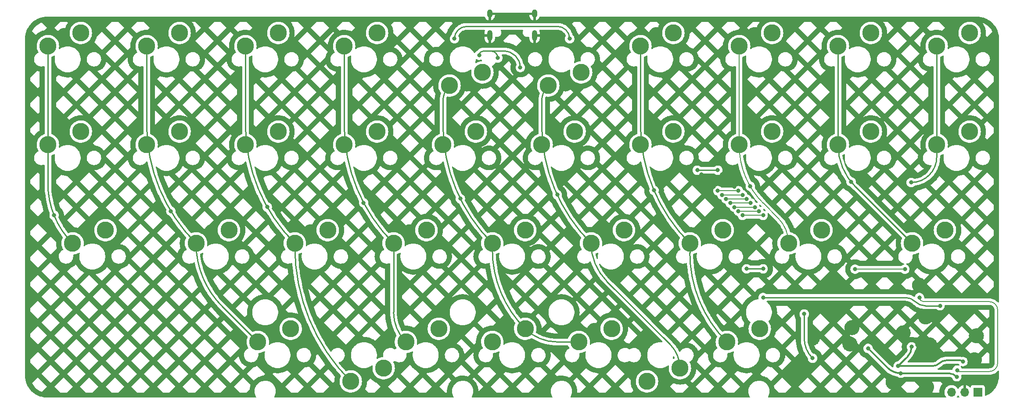
<source format=gbr>
%TF.GenerationSoftware,KiCad,Pcbnew,(6.0.10)*%
%TF.CreationDate,2023-02-13T13:47:23-06:00*%
%TF.ProjectId,AlphaWetPCB,416c7068-6157-4657-9450-43422e6b6963,rev?*%
%TF.SameCoordinates,Original*%
%TF.FileFunction,Copper,L1,Top*%
%TF.FilePolarity,Positive*%
%FSLAX46Y46*%
G04 Gerber Fmt 4.6, Leading zero omitted, Abs format (unit mm)*
G04 Created by KiCad (PCBNEW (6.0.10)) date 2023-02-13 13:47:23*
%MOMM*%
%LPD*%
G01*
G04 APERTURE LIST*
%TA.AperFunction,ComponentPad*%
%ADD10C,3.300000*%
%TD*%
%TA.AperFunction,ComponentPad*%
%ADD11O,1.000000X1.600000*%
%TD*%
%TA.AperFunction,ComponentPad*%
%ADD12O,1.000000X2.100000*%
%TD*%
%TA.AperFunction,ComponentPad*%
%ADD13R,1.700000X1.700000*%
%TD*%
%TA.AperFunction,ComponentPad*%
%ADD14O,1.700000X1.700000*%
%TD*%
%TA.AperFunction,ViaPad*%
%ADD15C,0.800000*%
%TD*%
%TA.AperFunction,Conductor*%
%ADD16C,0.250000*%
%TD*%
%TA.AperFunction,Conductor*%
%ADD17C,0.350000*%
%TD*%
%TA.AperFunction,Conductor*%
%ADD18C,0.200000*%
%TD*%
G04 APERTURE END LIST*
D10*
%TO.P,SW6,1,1*%
%TO.N,Net-(D6-Pad2)*%
X151447500Y-32702500D03*
%TO.P,SW6,2,2*%
%TO.N,COL5*%
X145097500Y-35242500D03*
%TD*%
%TO.P,SW1,1,1*%
%TO.N,COL0*%
X48577500Y-27622500D03*
%TO.P,SW1,2,2*%
%TO.N,Net-(D1-Pad2)*%
X54927500Y-25082500D03*
%TD*%
%TO.P,SW9,1,1*%
%TO.N,COL8*%
X200977500Y-27622500D03*
%TO.P,SW9,2,2*%
%TO.N,Net-(D9-Pad2)*%
X207327500Y-25082500D03*
%TD*%
%TO.P,SW16,1,1*%
%TO.N,COL5*%
X143827500Y-46672500D03*
%TO.P,SW16,2,2*%
%TO.N,Net-(D16-Pad2)*%
X150177500Y-44132500D03*
%TD*%
%TO.P,SW26,1,1*%
%TO.N,COL5*%
X153352500Y-65722500D03*
%TO.P,SW26,2,2*%
%TO.N,Net-(D26-Pad2)*%
X159702500Y-63182500D03*
%TD*%
%TO.P,SW5,1,1*%
%TO.N,Net-(D5-Pad2)*%
X132397500Y-32702500D03*
%TO.P,SW5,2,2*%
%TO.N,COL4*%
X126047500Y-35242500D03*
%TD*%
%TO.P,SW10,1,1*%
%TO.N,COL9*%
X220027500Y-27622500D03*
%TO.P,SW10,2,2*%
%TO.N,Net-(D10-Pad2)*%
X226377500Y-25082500D03*
%TD*%
%TO.P,SW24,1,1*%
%TO.N,COL3*%
X115252500Y-65722500D03*
%TO.P,SW24,2,2*%
%TO.N,Net-(D24-Pad2)*%
X121602500Y-63182500D03*
%TD*%
%TO.P,SW23,1,1*%
%TO.N,COL2*%
X96202500Y-65722500D03*
%TO.P,SW23,2,2*%
%TO.N,Net-(D23-Pad2)*%
X102552500Y-63182500D03*
%TD*%
D11*
%TO.P,J1,S1,SHIELD*%
%TO.N,GND*%
X142432500Y-21350000D03*
D12*
X133792500Y-25530000D03*
X142432500Y-25530000D03*
D11*
X133792500Y-21350000D03*
%TD*%
D10*
%TO.P,SW39,1,1*%
%TO.N,COL1*%
X89058750Y-84772500D03*
%TO.P,SW39,2,2*%
%TO.N,Net-(D30-Pad2)*%
X95408750Y-82232500D03*
%TD*%
%TO.P,SW13,1,1*%
%TO.N,COL2*%
X86677500Y-46672500D03*
%TO.P,SW13,2,2*%
%TO.N,Net-(D13-Pad2)*%
X93027500Y-44132500D03*
%TD*%
%TO.P,SW40,1,1*%
%TO.N,COL3*%
X117633750Y-84772500D03*
%TO.P,SW40,2,2*%
%TO.N,Net-(D32-Pad2)*%
X123983750Y-82232500D03*
%TD*%
%TO.P,SW21,1,1*%
%TO.N,COL0*%
X53340000Y-65722500D03*
%TO.P,SW21,2,2*%
%TO.N,Net-(D21-Pad2)*%
X59690000Y-63182500D03*
%TD*%
%TO.P,SW43,1,1*%
%TO.N,COL5*%
X170497500Y-89852500D03*
%TO.P,SW43,2,2*%
%TO.N,Net-(D34-Pad2)*%
X164147500Y-92392500D03*
%TD*%
%TO.P,SW11,1,1*%
%TO.N,COL0*%
X48577500Y-46672500D03*
%TO.P,SW11,2,2*%
%TO.N,Net-(D11-Pad2)*%
X54927500Y-44132500D03*
%TD*%
%TO.P,SW2,1,1*%
%TO.N,COL1*%
X67627500Y-27622500D03*
%TO.P,SW2,2,2*%
%TO.N,Net-(D2-Pad2)*%
X73977500Y-25082500D03*
%TD*%
%TO.P,SW27,1,1*%
%TO.N,COL6*%
X172402500Y-65722500D03*
%TO.P,SW27,2,2*%
%TO.N,Net-(D27-Pad2)*%
X178752500Y-63182500D03*
%TD*%
%TO.P,SW29,1,1*%
%TO.N,COL8*%
X215265000Y-65722500D03*
%TO.P,SW29,2,2*%
%TO.N,Net-(D29-Pad2)*%
X221615000Y-63182500D03*
%TD*%
%TO.P,SW25,1,1*%
%TO.N,COL4*%
X134302500Y-65722500D03*
%TO.P,SW25,2,2*%
%TO.N,Net-(D25-Pad2)*%
X140652500Y-63182500D03*
%TD*%
%TO.P,SW12,1,1*%
%TO.N,COL1*%
X67627500Y-46672500D03*
%TO.P,SW12,2,2*%
%TO.N,Net-(D12-Pad2)*%
X73977500Y-44132500D03*
%TD*%
%TO.P,SW7,1,1*%
%TO.N,COL6*%
X162877500Y-27622500D03*
%TO.P,SW7,2,2*%
%TO.N,Net-(D7-Pad2)*%
X169227500Y-25082500D03*
%TD*%
%TO.P,SW19,1,1*%
%TO.N,COL8*%
X200977500Y-46672500D03*
%TO.P,SW19,2,2*%
%TO.N,Net-(D19-Pad2)*%
X207327500Y-44132500D03*
%TD*%
D13*
%TO.P,SWD2,1,Pin_1*%
%TO.N,SWCLK*%
X227950000Y-94456250D03*
D14*
%TO.P,SWD2,2,Pin_2*%
%TO.N,GND*%
X225410000Y-94456250D03*
%TO.P,SWD2,3,Pin_3*%
%TO.N,SWDIO*%
X222870000Y-94456250D03*
%TD*%
D10*
%TO.P,SW22,1,1*%
%TO.N,COL1*%
X77152500Y-65722500D03*
%TO.P,SW22,2,2*%
%TO.N,Net-(D22-Pad2)*%
X83502500Y-63182500D03*
%TD*%
%TO.P,SW3,1,1*%
%TO.N,COL2*%
X86677500Y-27622500D03*
%TO.P,SW3,2,2*%
%TO.N,Net-(D3-Pad2)*%
X93027500Y-25082500D03*
%TD*%
%TO.P,SW45,1,1*%
%TO.N,COL6*%
X179546250Y-84772500D03*
%TO.P,SW45,2,2*%
%TO.N,Net-(D35-Pad2)*%
X185896250Y-82232500D03*
%TD*%
%TO.P,SW18,1,1*%
%TO.N,COL7*%
X181927500Y-46672500D03*
%TO.P,SW18,2,2*%
%TO.N,Net-(D18-Pad2)*%
X188277500Y-44132500D03*
%TD*%
%TO.P,SW28,1,1*%
%TO.N,COL7*%
X191452500Y-65722500D03*
%TO.P,SW28,2,2*%
%TO.N,Net-(D28-Pad2)*%
X197802500Y-63182500D03*
%TD*%
%TO.P,SW8,1,1*%
%TO.N,COL7*%
X181927500Y-27622500D03*
%TO.P,SW8,2,2*%
%TO.N,Net-(D8-Pad2)*%
X188277500Y-25082500D03*
%TD*%
%TO.P,SW14,1,1*%
%TO.N,COL3*%
X105727500Y-46672500D03*
%TO.P,SW14,2,2*%
%TO.N,Net-(D14-Pad2)*%
X112077500Y-44132500D03*
%TD*%
%TO.P,SW20,1,1*%
%TO.N,COL9*%
X220027500Y-46672500D03*
%TO.P,SW20,2,2*%
%TO.N,Net-(D20-Pad2)*%
X226377500Y-44132500D03*
%TD*%
%TO.P,SW44,1,1*%
%TO.N,COL4*%
X150971250Y-84772500D03*
%TO.P,SW44,2,2*%
%TO.N,Net-(D33-Pad2)*%
X157321250Y-82232500D03*
%TD*%
%TO.P,SW15,1,1*%
%TO.N,COL4*%
X124777500Y-46672500D03*
%TO.P,SW15,2,2*%
%TO.N,Net-(D15-Pad2)*%
X131127500Y-44132500D03*
%TD*%
%TO.P,SW4,1,1*%
%TO.N,COL3*%
X105727500Y-27622500D03*
%TO.P,SW4,2,2*%
%TO.N,Net-(D4-Pad2)*%
X112077500Y-25082500D03*
%TD*%
%TO.P,SW42,1,1*%
%TO.N,Net-(D32-Pad2)*%
X134302500Y-84772500D03*
%TO.P,SW42,2,2*%
%TO.N,COL4*%
X140652500Y-82232500D03*
%TD*%
%TO.P,SW41,1,1*%
%TO.N,Net-(D31-Pad2)*%
X113347500Y-89852500D03*
%TO.P,SW41,2,2*%
%TO.N,COL2*%
X106997500Y-92392500D03*
%TD*%
%TO.P,SW17,1,1*%
%TO.N,COL6*%
X162877500Y-46672500D03*
%TO.P,SW17,2,2*%
%TO.N,Net-(D17-Pad2)*%
X169227500Y-44132500D03*
%TD*%
D15*
%TO.N,+5V*%
X194468750Y-79375000D03*
X139700000Y-31750000D03*
X135368378Y-29910226D03*
X196073226Y-87919474D03*
X131762500Y-29368750D03*
%TO.N,GND*%
X182562500Y-83343750D03*
X194568089Y-89868034D03*
X203993750Y-25400000D03*
X70643750Y-44450000D03*
X108743750Y-44450000D03*
X118268750Y-63500000D03*
X179387500Y-53181250D03*
X89693750Y-44450000D03*
X153987500Y-82550000D03*
X216693750Y-73818750D03*
X129381250Y-34925000D03*
X175418750Y-53181250D03*
X194468750Y-63500000D03*
X70916300Y-25577669D03*
X192595635Y-91584100D03*
X137318750Y-82550000D03*
X196017031Y-84055227D03*
X175418750Y-63500000D03*
X120650000Y-83343750D03*
X180181250Y-53975000D03*
X203674696Y-82008006D03*
X227679781Y-83596687D03*
X211597518Y-92540210D03*
X180975000Y-54768750D03*
X218687500Y-87718750D03*
X200025000Y-73818750D03*
X216287500Y-86518750D03*
X218687500Y-86518750D03*
X218687500Y-85318750D03*
X177006250Y-54768750D03*
X209536085Y-86843929D03*
X224631250Y-78581250D03*
X217487500Y-85318750D03*
X216287500Y-85318750D03*
X218087500Y-93487252D03*
X156368750Y-63500000D03*
X223076972Y-44419837D03*
X227278289Y-88250727D03*
X80168750Y-63500000D03*
X148431250Y-34925000D03*
X217887500Y-79918750D03*
X108743750Y-25400000D03*
X178593750Y-52387500D03*
X183356250Y-65881250D03*
X51667467Y-25577669D03*
X176212500Y-53975000D03*
X89693750Y-25400000D03*
X174625000Y-52387500D03*
X165893750Y-25400000D03*
X56356250Y-63500000D03*
X230187500Y-92075000D03*
X213551623Y-83008004D03*
X217487500Y-87718750D03*
X127793750Y-44450000D03*
X200025000Y-78581250D03*
X137318750Y-63500000D03*
X216287500Y-87718750D03*
X92075000Y-82550000D03*
X184850415Y-25374336D03*
X184943750Y-44450000D03*
X165893750Y-44450000D03*
X204099249Y-44555392D03*
X146843750Y-44450000D03*
X99218750Y-63500000D03*
X203289788Y-85151788D03*
X223212527Y-25577669D03*
X194468750Y-77787500D03*
X51593750Y-44450000D03*
%TO.N,+3V3*%
X223892180Y-91496968D03*
X206787500Y-86018750D03*
X213087500Y-90818750D03*
%TO.N,+1V1*%
X212587500Y-89418750D03*
X215187500Y-85718750D03*
X225087500Y-88563956D03*
%TO.N,RUN*%
X223975742Y-90222640D03*
X216693750Y-76200000D03*
%TO.N,COL8*%
X203503667Y-53835782D03*
%TO.N,ROW2*%
X213887500Y-70718750D03*
X204275000Y-70706250D03*
X183356250Y-70643750D03*
X186531250Y-70643750D03*
%TO.N,COL7*%
X184054795Y-54703296D03*
%TO.N,COL3*%
X109477997Y-57884247D03*
X184150000Y-57943750D03*
X180181250Y-57943750D03*
%TO.N,COL2*%
X184943750Y-58737500D03*
X90882580Y-58707748D03*
X180975000Y-58737500D03*
%TO.N,COL1*%
X185737500Y-59531250D03*
X181768750Y-59531250D03*
X72287163Y-59507448D03*
%TO.N,COL0*%
X182562500Y-60325000D03*
X49776171Y-60301198D03*
X186531250Y-60325000D03*
%TO.N,COL4*%
X179387500Y-57150000D03*
X128138867Y-57105987D03*
X183356250Y-57150000D03*
%TO.N,COL5*%
X146828259Y-56332448D03*
X178593750Y-56356250D03*
X182562500Y-56356250D03*
%TO.N,ROW1*%
X177800000Y-51593750D03*
X173831250Y-51593750D03*
%TO.N,COL6*%
X181768750Y-55562500D03*
X165495080Y-55491096D03*
X177800000Y-55562500D03*
%TO.N,ROW0*%
X149225000Y-26193750D03*
X127000000Y-26193750D03*
%TO.N,COL9*%
X215106250Y-53975000D03*
%TO.N,ROW3*%
X220662500Y-77787500D03*
X186531250Y-76200000D03*
%TD*%
D16*
%TO.N,+5V*%
X134033152Y-28575000D02*
X136525000Y-28575000D01*
X132556250Y-28575000D02*
X134033152Y-28575000D01*
X194468750Y-84045927D02*
X194468750Y-79375000D01*
X132556250Y-28575000D02*
G75*
G03*
X131762500Y-29368750I50J-793800D01*
G01*
X139700000Y-31750000D02*
G75*
G03*
X136525000Y-28575000I-3175000J0D01*
G01*
X194468740Y-84045927D02*
G75*
G03*
X196073227Y-87919473I5478060J27D01*
G01*
X135368400Y-29910226D02*
G75*
G03*
X134033152Y-28575000I-1335200J26D01*
G01*
%TO.N,GND*%
X196123440Y-83948817D02*
X196017031Y-84055227D01*
D17*
%TO.N,+3V3*%
X213087500Y-90818750D02*
X222254817Y-90818750D01*
X206787500Y-86018750D02*
X210526839Y-89758089D01*
X223892165Y-91496983D02*
G75*
G03*
X222254817Y-90818750I-1637365J-1637317D01*
G01*
X213087500Y-90818741D02*
G75*
G02*
X210526839Y-89758089I0J3621341D01*
G01*
%TO.N,+1V1*%
X214409683Y-87596568D02*
X212587500Y-89418750D01*
X212587500Y-89418750D02*
X219280394Y-89418750D01*
X221936028Y-88318750D02*
X224495521Y-88318750D01*
X214409700Y-87596585D02*
G75*
G03*
X215187500Y-85718750I-1877800J1877785D01*
G01*
X225087482Y-88563974D02*
G75*
G03*
X224495521Y-88318750I-591982J-591926D01*
G01*
X221936028Y-88318777D02*
G75*
G03*
X220487500Y-88918750I-28J-2048523D01*
G01*
X220487512Y-88918762D02*
G75*
G02*
X219280394Y-89418750I-1207112J1207162D01*
G01*
D18*
%TO.N,RUN*%
X224240602Y-90487500D02*
X230187500Y-90487500D01*
X231775000Y-88900000D02*
X231775000Y-78581250D01*
X230187500Y-76993750D02*
X217487500Y-76993750D01*
X216693750Y-76200000D02*
G75*
G03*
X217487500Y-76993750I793750J0D01*
G01*
X231775000Y-88900000D02*
G75*
G02*
X230187500Y-90487500I-1587500J0D01*
G01*
X224240602Y-90487458D02*
G75*
G02*
X223975742Y-90222640I-2J264858D01*
G01*
X230187500Y-76993800D02*
G75*
G02*
X231775000Y-78581250I0J-1587500D01*
G01*
D16*
%TO.N,COL8*%
X204345096Y-54802596D02*
X215265000Y-65722500D01*
X200977500Y-27622500D02*
X200977500Y-46672500D01*
X204345094Y-54802598D02*
G75*
G02*
X200977500Y-46672500I8130106J8130098D01*
G01*
D18*
%TO.N,ROW2*%
X213875000Y-70706250D02*
X204275000Y-70706250D01*
D16*
X183356250Y-70643750D02*
X186531250Y-70643750D01*
D18*
X213875000Y-70706200D02*
G75*
G02*
X213887500Y-70718750I0J-12500D01*
G01*
%TO.N,COL7*%
X181927500Y-46829315D02*
X181927500Y-46672500D01*
X181927500Y-46672500D02*
X181927500Y-27622500D01*
X189431942Y-60844443D02*
X186531250Y-57943750D01*
X181927495Y-46829315D02*
G75*
G03*
X186531251Y-57943749I15718205J15D01*
G01*
X189431939Y-60844446D02*
G75*
G02*
X191452500Y-65722500I-4878039J-4878054D01*
G01*
D16*
%TO.N,COL3*%
X115252500Y-65722500D02*
X115252500Y-79023654D01*
X105727500Y-27622500D02*
X105727500Y-42727116D01*
D18*
X184150000Y-57943750D02*
X180181250Y-57943750D01*
D16*
X117633751Y-84772499D02*
G75*
G02*
X115252500Y-79023654I5748849J5748849D01*
G01*
X115252502Y-65722498D02*
G75*
G02*
X105727500Y-42727116I22995388J22995388D01*
G01*
D18*
%TO.N,COL2*%
X184943750Y-58737500D02*
X180975000Y-58737500D01*
D16*
X96202500Y-65722500D02*
X96202500Y-66331065D01*
X86677500Y-27622500D02*
X86677500Y-42727116D01*
X96202502Y-65722498D02*
G75*
G02*
X86677500Y-42727116I22995388J22995388D01*
G01*
X106997498Y-92392502D02*
G75*
G02*
X96202500Y-66331065I26061432J26061432D01*
G01*
%TO.N,COL1*%
X67627500Y-27622500D02*
X67627500Y-42727116D01*
D18*
X185737500Y-59531250D02*
X181768750Y-59531250D01*
D16*
X82203894Y-77917644D02*
X89058750Y-84772500D01*
X82203902Y-77917636D02*
G75*
G02*
X77152500Y-65722500I12195098J12195136D01*
G01*
X77152502Y-65722498D02*
G75*
G02*
X67627500Y-42727116I22995388J22995388D01*
G01*
D18*
%TO.N,COL0*%
X186156995Y-60325000D02*
X182562500Y-60325000D01*
D16*
X48577500Y-27622500D02*
X48577500Y-54224808D01*
D18*
X186156995Y-60325000D02*
X186531250Y-60325000D01*
D16*
X53340002Y-65722498D02*
G75*
G02*
X48577500Y-54224808I11497698J11497698D01*
G01*
%TO.N,COL4*%
X146784602Y-84772500D02*
X150971250Y-84772500D01*
X134302500Y-65722500D02*
X134302500Y-66902244D01*
X124777500Y-42727116D02*
X124777500Y-38308551D01*
D18*
X183356250Y-57150000D02*
X179387500Y-57150000D01*
D16*
X140652499Y-82232501D02*
G75*
G02*
X134302500Y-66902244I15330271J15330261D01*
G01*
X126047514Y-35242514D02*
G75*
G03*
X124777500Y-38308551I3066086J-3066086D01*
G01*
X134302502Y-65722498D02*
G75*
G02*
X124777500Y-42727116I22995388J22995388D01*
G01*
X146784602Y-84772498D02*
G75*
G02*
X140652501Y-82232499I-2J8672098D01*
G01*
%TO.N,COL5*%
X143827500Y-38735000D02*
X143827500Y-42727116D01*
X156383336Y-73039587D02*
X168589195Y-85245445D01*
X143827500Y-38735000D02*
X143827500Y-38483256D01*
D18*
X182562500Y-56356250D02*
X178593750Y-56356250D01*
D16*
X143827500Y-42727116D02*
X143827500Y-38308551D01*
X153352502Y-65722498D02*
G75*
G02*
X143827500Y-42727116I22995388J22995388D01*
G01*
X145097514Y-35242514D02*
G75*
G03*
X143827500Y-38308551I3066086J-3066086D01*
G01*
X156383341Y-73039582D02*
G75*
G02*
X153352500Y-65722500I7317059J7317082D01*
G01*
X170497487Y-89852500D02*
G75*
G03*
X168589194Y-85245446I-6515387J0D01*
G01*
%TO.N,ROW1*%
X177800000Y-51593750D02*
X173831250Y-51593750D01*
%TO.N,COL6*%
X172402500Y-65722500D02*
X172402500Y-67525962D01*
X162877500Y-27622500D02*
X162877500Y-42727116D01*
D18*
X181768750Y-55562500D02*
X177800000Y-55562500D01*
D16*
X172402505Y-65722495D02*
G75*
G02*
X162877500Y-42727116I22995395J22995395D01*
G01*
X179546251Y-84772499D02*
G75*
G02*
X172402500Y-67525962I17246539J17246539D01*
G01*
%TO.N,ROW0*%
X129381250Y-23812500D02*
X146843750Y-23812500D01*
X129381250Y-23812500D02*
G75*
G03*
X127000000Y-26193750I50J-2381300D01*
G01*
X149225000Y-26193750D02*
G75*
G03*
X146843750Y-23812500I-2381300J-50D01*
G01*
%TO.N,COL9*%
X220027500Y-27622500D02*
X220027500Y-46672500D01*
X220027500Y-46672500D02*
X220027500Y-49053750D01*
X215106250Y-53975000D02*
G75*
G03*
X220027500Y-49053750I-50J4921300D01*
G01*
%TO.N,ROW3*%
X186531250Y-76200000D02*
X213983718Y-76200000D01*
X217816282Y-77787500D02*
X220662500Y-77787500D01*
X215899984Y-76993766D02*
G75*
G03*
X213983718Y-76200000I-1916284J-1916234D01*
G01*
X217816282Y-77787522D02*
G75*
G02*
X215900000Y-76993750I18J2710022D01*
G01*
%TD*%
%TA.AperFunction,Conductor*%
%TO.N,GND*%
G36*
X142453811Y-21166002D02*
G01*
X142500371Y-21221719D01*
X142500745Y-21221529D01*
X142501578Y-21223163D01*
X142502102Y-21223791D01*
X142504887Y-21230515D01*
X142507476Y-21234740D01*
X142507477Y-21234742D01*
X142569888Y-21336593D01*
X142611980Y-21405284D01*
X142615192Y-21409045D01*
X142615195Y-21409049D01*
X142656313Y-21457194D01*
X142685343Y-21521984D01*
X142686500Y-21539022D01*
X142686500Y-22607924D01*
X142690473Y-22621455D01*
X142698268Y-22622575D01*
X142806021Y-22590862D01*
X142817389Y-22586269D01*
X142981654Y-22500393D01*
X142991915Y-22493679D01*
X143136373Y-22377532D01*
X143145132Y-22368954D01*
X143264278Y-22226961D01*
X143271208Y-22216841D01*
X143360499Y-22054422D01*
X143365336Y-22043137D01*
X143373229Y-22018254D01*
X143412893Y-21959370D01*
X143478095Y-21931278D01*
X143503220Y-21930742D01*
X143627888Y-21940561D01*
X143638906Y-21941920D01*
X143656166Y-21944825D01*
X143661025Y-21944885D01*
X143661029Y-21944885D01*
X143662326Y-21944901D01*
X143668718Y-21944979D01*
X143696368Y-21941021D01*
X143714222Y-21939750D01*
X227756880Y-21939750D01*
X227776268Y-21941251D01*
X227791094Y-21943560D01*
X227791101Y-21943560D01*
X227799969Y-21944941D01*
X227808871Y-21943777D01*
X227808873Y-21943777D01*
X227819901Y-21942335D01*
X227842055Y-21941406D01*
X228192932Y-21957632D01*
X228204504Y-21958703D01*
X228441950Y-21991828D01*
X228582148Y-22011386D01*
X228593588Y-22013525D01*
X228964736Y-22100821D01*
X228975929Y-22104006D01*
X229337433Y-22225172D01*
X229348286Y-22229376D01*
X229697084Y-22383388D01*
X229707501Y-22388576D01*
X230040592Y-22574107D01*
X230050479Y-22580229D01*
X230365037Y-22795707D01*
X230374322Y-22802719D01*
X230565704Y-22961640D01*
X230667662Y-23046305D01*
X230676262Y-23054146D01*
X230945854Y-23323738D01*
X230953695Y-23332338D01*
X231172857Y-23596264D01*
X231197280Y-23625676D01*
X231204292Y-23634961D01*
X231419771Y-23949521D01*
X231425893Y-23959408D01*
X231611424Y-24292499D01*
X231616612Y-24302916D01*
X231770624Y-24651714D01*
X231774828Y-24662567D01*
X231895994Y-25024071D01*
X231899179Y-25035264D01*
X231986475Y-25406412D01*
X231988614Y-25417852D01*
X232006128Y-25543393D01*
X232040999Y-25793356D01*
X232041296Y-25795488D01*
X232042367Y-25807047D01*
X232058252Y-26150549D01*
X232056887Y-26175734D01*
X232055059Y-26187479D01*
X232056224Y-26196384D01*
X232059186Y-26219038D01*
X232060250Y-26235376D01*
X232060250Y-77045779D01*
X232040248Y-77113900D01*
X231986592Y-77160393D01*
X231916318Y-77170497D01*
X231851738Y-77141003D01*
X231839358Y-77127995D01*
X231839082Y-77128240D01*
X231836557Y-77125390D01*
X231834209Y-77122393D01*
X231796030Y-77084215D01*
X231649053Y-76937242D01*
X231649045Y-76937235D01*
X231646355Y-76934545D01*
X231437228Y-76770709D01*
X231209879Y-76633274D01*
X230967621Y-76524246D01*
X230713987Y-76445212D01*
X230452677Y-76397326D01*
X230448885Y-76397097D01*
X230448880Y-76397096D01*
X230210021Y-76382648D01*
X230201185Y-76381800D01*
X230195692Y-76381077D01*
X230195688Y-76381077D01*
X230187500Y-76379999D01*
X230179312Y-76381077D01*
X230155803Y-76384172D01*
X230139357Y-76385250D01*
X217727721Y-76385250D01*
X217659600Y-76365248D01*
X217613107Y-76311592D01*
X217602411Y-76246080D01*
X217606564Y-76206565D01*
X217607254Y-76200000D01*
X217601323Y-76143565D01*
X217587982Y-76016635D01*
X217587982Y-76016633D01*
X217587292Y-76010072D01*
X217528277Y-75828444D01*
X217516406Y-75807882D01*
X217480830Y-75746264D01*
X217432790Y-75663056D01*
X217419777Y-75648603D01*
X217309425Y-75526045D01*
X217309424Y-75526044D01*
X217305003Y-75521134D01*
X217150502Y-75408882D01*
X217144474Y-75406198D01*
X217144472Y-75406197D01*
X216982069Y-75333891D01*
X216982068Y-75333891D01*
X216976038Y-75331206D01*
X216882637Y-75311353D01*
X216795694Y-75292872D01*
X216795689Y-75292872D01*
X216789237Y-75291500D01*
X216598263Y-75291500D01*
X216591811Y-75292872D01*
X216591806Y-75292872D01*
X216504863Y-75311353D01*
X216411462Y-75331206D01*
X216405432Y-75333891D01*
X216405431Y-75333891D01*
X216243028Y-75406197D01*
X216243026Y-75406198D01*
X216236998Y-75408882D01*
X216082497Y-75521134D01*
X216078076Y-75526044D01*
X216078075Y-75526045D01*
X215967724Y-75648603D01*
X215954710Y-75663056D01*
X215906670Y-75746264D01*
X215871095Y-75807882D01*
X215859223Y-75828444D01*
X215840835Y-75885038D01*
X215824460Y-75935434D01*
X215784387Y-75994040D01*
X215718990Y-76021677D01*
X215649033Y-76009570D01*
X215639855Y-76004574D01*
X215561747Y-75957757D01*
X215558963Y-75956440D01*
X215558957Y-75956437D01*
X215285573Y-75827133D01*
X215264775Y-75817296D01*
X214955466Y-75706620D01*
X214952482Y-75705873D01*
X214952477Y-75705871D01*
X214639796Y-75627546D01*
X214636798Y-75626795D01*
X214311840Y-75578590D01*
X214308757Y-75578439D01*
X214308752Y-75578438D01*
X214015098Y-75564009D01*
X214003540Y-75562905D01*
X213997086Y-75561987D01*
X213990283Y-75561916D01*
X213987847Y-75561890D01*
X213987844Y-75561890D01*
X213983722Y-75561847D01*
X213979629Y-75562342D01*
X213979616Y-75562343D01*
X213952807Y-75565587D01*
X213937670Y-75566500D01*
X187239450Y-75566500D01*
X187171329Y-75546498D01*
X187152103Y-75530157D01*
X187151830Y-75530460D01*
X187146918Y-75526037D01*
X187142503Y-75521134D01*
X187036499Y-75444117D01*
X186993344Y-75412763D01*
X186993343Y-75412762D01*
X186988002Y-75408882D01*
X186981974Y-75406198D01*
X186981972Y-75406197D01*
X186819569Y-75333891D01*
X186819568Y-75333891D01*
X186813538Y-75331206D01*
X186720137Y-75311353D01*
X186633194Y-75292872D01*
X186633189Y-75292872D01*
X186626737Y-75291500D01*
X186435763Y-75291500D01*
X186429311Y-75292872D01*
X186429306Y-75292872D01*
X186342363Y-75311353D01*
X186248962Y-75331206D01*
X186242932Y-75333891D01*
X186242931Y-75333891D01*
X186080528Y-75406197D01*
X186080526Y-75406198D01*
X186074498Y-75408882D01*
X185919997Y-75521134D01*
X185915576Y-75526044D01*
X185915575Y-75526045D01*
X185805224Y-75648603D01*
X185792210Y-75663056D01*
X185744170Y-75746264D01*
X185708595Y-75807882D01*
X185696723Y-75828444D01*
X185637708Y-76010072D01*
X185637018Y-76016633D01*
X185637018Y-76016635D01*
X185623677Y-76143565D01*
X185617746Y-76200000D01*
X185618436Y-76206565D01*
X185636915Y-76382380D01*
X185637708Y-76389928D01*
X185639748Y-76396206D01*
X185640528Y-76398607D01*
X185640570Y-76400073D01*
X185641121Y-76402666D01*
X185640647Y-76402767D01*
X185642556Y-76469574D01*
X185605893Y-76530372D01*
X185542181Y-76561698D01*
X185528607Y-76563294D01*
X185479497Y-76566384D01*
X185423246Y-76569923D01*
X185113948Y-76628925D01*
X184814484Y-76726227D01*
X184810898Y-76727914D01*
X184810894Y-76727916D01*
X184533162Y-76858606D01*
X184533155Y-76858610D01*
X184529576Y-76860294D01*
X184526230Y-76862418D01*
X184526229Y-76862418D01*
X184515096Y-76869483D01*
X184263718Y-77029013D01*
X184021102Y-77229722D01*
X183805555Y-77459256D01*
X183803228Y-77462458D01*
X183803227Y-77462460D01*
X183786634Y-77485299D01*
X183620476Y-77713996D01*
X183618569Y-77717465D01*
X183618567Y-77717468D01*
X183479261Y-77970865D01*
X183468784Y-77989923D01*
X183352870Y-78282687D01*
X183274564Y-78587670D01*
X183235100Y-78900062D01*
X183235100Y-79214938D01*
X183274564Y-79527330D01*
X183352870Y-79832313D01*
X183468784Y-80125077D01*
X183470686Y-80128536D01*
X183470687Y-80128539D01*
X183574517Y-80317404D01*
X183620476Y-80401004D01*
X183685262Y-80490174D01*
X183802419Y-80651427D01*
X183805555Y-80655744D01*
X184021102Y-80885278D01*
X184024150Y-80887799D01*
X184024159Y-80887808D01*
X184046565Y-80906343D01*
X184086304Y-80965177D01*
X184087927Y-81036155D01*
X184068574Y-81076955D01*
X184059978Y-81088917D01*
X184059975Y-81088922D01*
X184057470Y-81092408D01*
X183919754Y-81352507D01*
X183912162Y-81373253D01*
X183822464Y-81618365D01*
X183818612Y-81628890D01*
X183755916Y-81916443D01*
X183750420Y-81986282D01*
X183733888Y-82196343D01*
X183732825Y-82209844D01*
X183749766Y-82503664D01*
X183750591Y-82507871D01*
X183750592Y-82507876D01*
X183768665Y-82599995D01*
X183806427Y-82792466D01*
X183807814Y-82796516D01*
X183807815Y-82796521D01*
X183899385Y-83063974D01*
X183901759Y-83070907D01*
X184033997Y-83333834D01*
X184036423Y-83337363D01*
X184036426Y-83337369D01*
X184103029Y-83434276D01*
X184200695Y-83576381D01*
X184398768Y-83794060D01*
X184402057Y-83796810D01*
X184621259Y-83980092D01*
X184621264Y-83980096D01*
X184624551Y-83982844D01*
X184741897Y-84056455D01*
X184870226Y-84136956D01*
X184870230Y-84136958D01*
X184873866Y-84139239D01*
X184946543Y-84172054D01*
X185138187Y-84258585D01*
X185138191Y-84258587D01*
X185142099Y-84260351D01*
X185176662Y-84270589D01*
X185420174Y-84342721D01*
X185420179Y-84342722D01*
X185424287Y-84343939D01*
X185428521Y-84344587D01*
X185428526Y-84344588D01*
X185710967Y-84387807D01*
X185710969Y-84387807D01*
X185715209Y-84388456D01*
X185865022Y-84390810D01*
X186005190Y-84393012D01*
X186005196Y-84393012D01*
X186009481Y-84393079D01*
X186301658Y-84357722D01*
X186586332Y-84283039D01*
X186858238Y-84170412D01*
X187062775Y-84050890D01*
X187108639Y-84024089D01*
X187108640Y-84024088D01*
X187112342Y-84021925D01*
X187343944Y-83840327D01*
X187347568Y-83836588D01*
X187439197Y-83742033D01*
X188668439Y-83742033D01*
X190181826Y-85255419D01*
X191951008Y-83486237D01*
X190181826Y-81717055D01*
X188976513Y-82922367D01*
X188940265Y-83080635D01*
X188939237Y-83084799D01*
X188926227Y-83133866D01*
X188925058Y-83137990D01*
X188920104Y-83154399D01*
X188918795Y-83158482D01*
X188902474Y-83206564D01*
X188901026Y-83210602D01*
X188796995Y-83485911D01*
X188795411Y-83489895D01*
X188775859Y-83536751D01*
X188774141Y-83540681D01*
X188767006Y-83556265D01*
X188765154Y-83560134D01*
X188742463Y-83605544D01*
X188740482Y-83609345D01*
X188668439Y-83742033D01*
X187439197Y-83742033D01*
X187497718Y-83681643D01*
X187548756Y-83628976D01*
X187722991Y-83391785D01*
X187742232Y-83356348D01*
X187861372Y-83136918D01*
X187861373Y-83136916D01*
X187863422Y-83133142D01*
X187920217Y-82982839D01*
X187965935Y-82861851D01*
X187965936Y-82861847D01*
X187967453Y-82857833D01*
X188011862Y-82663934D01*
X188032199Y-82575137D01*
X188032200Y-82575133D01*
X188033157Y-82570953D01*
X188037818Y-82518735D01*
X188059099Y-82280276D01*
X188059099Y-82280274D01*
X188059319Y-82277810D01*
X188059794Y-82232500D01*
X188058172Y-82208706D01*
X188040069Y-81943150D01*
X188040068Y-81943144D01*
X188039777Y-81938873D01*
X188030947Y-81896232D01*
X188009101Y-81790744D01*
X187980095Y-81650680D01*
X187881853Y-81373253D01*
X187785789Y-81187133D01*
X187748833Y-81115533D01*
X187748833Y-81115532D01*
X187746868Y-81111726D01*
X187733291Y-81092408D01*
X187676332Y-81011364D01*
X190887517Y-81011364D01*
X192656699Y-82780546D01*
X192837250Y-82599995D01*
X192837250Y-80362158D01*
X192769930Y-80245557D01*
X192766782Y-80239760D01*
X192731332Y-80170185D01*
X192728492Y-80164231D01*
X192717778Y-80140167D01*
X192715254Y-80134072D01*
X192687271Y-80061174D01*
X192685069Y-80054956D01*
X192626054Y-79873328D01*
X192624181Y-79867004D01*
X192603972Y-79791585D01*
X192602432Y-79785171D01*
X192596955Y-79759405D01*
X192595752Y-79752917D01*
X192583536Y-79675785D01*
X192582675Y-79669245D01*
X192562713Y-79479317D01*
X192562196Y-79472742D01*
X192558109Y-79394765D01*
X192557936Y-79388170D01*
X192557936Y-79375000D01*
X193555246Y-79375000D01*
X193555936Y-79381565D01*
X193573758Y-79551128D01*
X193575208Y-79564928D01*
X193634223Y-79746556D01*
X193637526Y-79752278D01*
X193637527Y-79752279D01*
X193669146Y-79807045D01*
X193729710Y-79911944D01*
X193802887Y-79993215D01*
X193833603Y-80057221D01*
X193835250Y-80077524D01*
X193835250Y-83991934D01*
X193833993Y-84009687D01*
X193830737Y-84032566D01*
X193830597Y-84045930D01*
X193831093Y-84050026D01*
X193831159Y-84051233D01*
X193831845Y-84059998D01*
X193846926Y-84482199D01*
X193847166Y-84484432D01*
X193847167Y-84484445D01*
X193889664Y-84879705D01*
X193893593Y-84916245D01*
X193893993Y-84918462D01*
X193893994Y-84918469D01*
X193970476Y-85342366D01*
X193971105Y-85345855D01*
X194079067Y-85768842D01*
X194079770Y-85770956D01*
X194079775Y-85770971D01*
X194160060Y-86012185D01*
X194216930Y-86183049D01*
X194217783Y-86185109D01*
X194217787Y-86185119D01*
X194381889Y-86581293D01*
X194383990Y-86586365D01*
X194384992Y-86588366D01*
X194384993Y-86588369D01*
X194437220Y-86692705D01*
X194579397Y-86976736D01*
X194580538Y-86978659D01*
X194580544Y-86978670D01*
X194727516Y-87226377D01*
X194802155Y-87352173D01*
X194803437Y-87354019D01*
X194803438Y-87354021D01*
X195048013Y-87706274D01*
X195051128Y-87710761D01*
X195057564Y-87718747D01*
X195133960Y-87813550D01*
X195161129Y-87879143D01*
X195161161Y-87905780D01*
X195159722Y-87919474D01*
X195160412Y-87926039D01*
X195178275Y-88095993D01*
X195179684Y-88109402D01*
X195238699Y-88291030D01*
X195242002Y-88296752D01*
X195242003Y-88296753D01*
X195246126Y-88303894D01*
X195334186Y-88456418D01*
X195338604Y-88461325D01*
X195338605Y-88461326D01*
X195436733Y-88570308D01*
X195461973Y-88598340D01*
X195530789Y-88648338D01*
X195609335Y-88705405D01*
X195616474Y-88710592D01*
X195622502Y-88713276D01*
X195622504Y-88713277D01*
X195773695Y-88780591D01*
X195790938Y-88788268D01*
X195884338Y-88808121D01*
X195971282Y-88826602D01*
X195971287Y-88826602D01*
X195977739Y-88827974D01*
X196168713Y-88827974D01*
X196175165Y-88826602D01*
X196175170Y-88826602D01*
X196262114Y-88808121D01*
X196355514Y-88788268D01*
X196372757Y-88780591D01*
X196523948Y-88713277D01*
X196523950Y-88713276D01*
X196529978Y-88710592D01*
X196537118Y-88705405D01*
X196615663Y-88648338D01*
X196684479Y-88598340D01*
X196709719Y-88570308D01*
X196807847Y-88461326D01*
X196807848Y-88461325D01*
X196812266Y-88456418D01*
X196824063Y-88435985D01*
X198312138Y-88435985D01*
X200081320Y-90205167D01*
X201850503Y-88435985D01*
X203261886Y-88435985D01*
X205031068Y-90205167D01*
X206800250Y-88435985D01*
X206201887Y-87837622D01*
X206184496Y-87831971D01*
X206178278Y-87829769D01*
X206105384Y-87801787D01*
X206099290Y-87799263D01*
X205924826Y-87721587D01*
X205918872Y-87718747D01*
X205849286Y-87683291D01*
X205843487Y-87680142D01*
X205820675Y-87666971D01*
X205815052Y-87663525D01*
X205749573Y-87621002D01*
X205744137Y-87617266D01*
X205589636Y-87505014D01*
X205584402Y-87500998D01*
X205523710Y-87451850D01*
X205518693Y-87447565D01*
X205499118Y-87429939D01*
X205494333Y-87425398D01*
X205439128Y-87370191D01*
X205434589Y-87365407D01*
X205306802Y-87223485D01*
X205302519Y-87218471D01*
X205253383Y-87157795D01*
X205249367Y-87152561D01*
X205233884Y-87131251D01*
X205230147Y-87125814D01*
X205187614Y-87060320D01*
X205184167Y-87054695D01*
X205088680Y-86889307D01*
X205085532Y-86883510D01*
X205050082Y-86813935D01*
X205047242Y-86807981D01*
X205036528Y-86783917D01*
X205034004Y-86777822D01*
X205006021Y-86704924D01*
X205003819Y-86698706D01*
X205002678Y-86695193D01*
X203261886Y-88435985D01*
X201850503Y-88435985D01*
X200081320Y-86666803D01*
X198312138Y-88435985D01*
X196824063Y-88435985D01*
X196900326Y-88303894D01*
X196904449Y-88296753D01*
X196904450Y-88296752D01*
X196907753Y-88291030D01*
X196966768Y-88109402D01*
X196968178Y-88095993D01*
X196986040Y-87926039D01*
X196986730Y-87919474D01*
X196978425Y-87840459D01*
X196967458Y-87736109D01*
X196967458Y-87736107D01*
X196966768Y-87729546D01*
X196907753Y-87547918D01*
X196812266Y-87382530D01*
X196796849Y-87365407D01*
X196688901Y-87245519D01*
X196688900Y-87245518D01*
X196684479Y-87240608D01*
X196561325Y-87151131D01*
X196535320Y-87132237D01*
X196535319Y-87132236D01*
X196529978Y-87128356D01*
X196523950Y-87125672D01*
X196523948Y-87125671D01*
X196361545Y-87053365D01*
X196361544Y-87053365D01*
X196355514Y-87050680D01*
X196168713Y-87010974D01*
X196167374Y-87010974D01*
X196103524Y-86984703D01*
X196083402Y-86964413D01*
X196081827Y-86962415D01*
X196030528Y-86897343D01*
X196024719Y-86889347D01*
X196024693Y-86889307D01*
X195821746Y-86585576D01*
X195818884Y-86581293D01*
X195813715Y-86572857D01*
X195710622Y-86388772D01*
X195632691Y-86249616D01*
X195628200Y-86240803D01*
X195473088Y-85904340D01*
X195469302Y-85895200D01*
X195341067Y-85547607D01*
X195338010Y-85538198D01*
X195314064Y-85453294D01*
X196370022Y-85453294D01*
X196393757Y-85517629D01*
X196520184Y-85791869D01*
X196667726Y-86055323D01*
X196710396Y-86119183D01*
X196755342Y-86136437D01*
X196761436Y-86138961D01*
X196935900Y-86216637D01*
X196941854Y-86219477D01*
X197011440Y-86254933D01*
X197017239Y-86258082D01*
X197040051Y-86271253D01*
X197045674Y-86274699D01*
X197111153Y-86317222D01*
X197116589Y-86320958D01*
X197271090Y-86433210D01*
X197276324Y-86437226D01*
X197337016Y-86486374D01*
X197342033Y-86490659D01*
X197361608Y-86508285D01*
X197366393Y-86512826D01*
X197421598Y-86568033D01*
X197426137Y-86572817D01*
X197553924Y-86714739D01*
X197558207Y-86719753D01*
X197607343Y-86780429D01*
X197611359Y-86785663D01*
X197626842Y-86806973D01*
X197630579Y-86812410D01*
X197673112Y-86877904D01*
X197676559Y-86883529D01*
X197772046Y-87048917D01*
X197775194Y-87054714D01*
X197810644Y-87124289D01*
X197813484Y-87130243D01*
X197824198Y-87154307D01*
X197826722Y-87160402D01*
X197854705Y-87233300D01*
X197856907Y-87239518D01*
X197915842Y-87420898D01*
X199375629Y-85961111D01*
X200787012Y-85961111D01*
X202556194Y-87730293D01*
X203770986Y-86515501D01*
X203551756Y-86574244D01*
X203530127Y-86578058D01*
X203300770Y-86598124D01*
X203278806Y-86598124D01*
X203049449Y-86578058D01*
X203027820Y-86574244D01*
X202805432Y-86514655D01*
X202784793Y-86507143D01*
X202576130Y-86409842D01*
X202557109Y-86398860D01*
X202368513Y-86266804D01*
X202351689Y-86252686D01*
X202188890Y-86089887D01*
X202174772Y-86073062D01*
X202042716Y-85884465D01*
X202031734Y-85865445D01*
X201934433Y-85656783D01*
X201926921Y-85636144D01*
X201867332Y-85413756D01*
X201863518Y-85392127D01*
X201843452Y-85162770D01*
X201843452Y-85140806D01*
X201863518Y-84911449D01*
X201867332Y-84889820D01*
X201870637Y-84877486D01*
X200787012Y-85961111D01*
X199375629Y-85961111D01*
X197606447Y-84191929D01*
X197424226Y-84374150D01*
X197379898Y-84539584D01*
X197372386Y-84560222D01*
X197275085Y-84768884D01*
X197264103Y-84787904D01*
X197132047Y-84976501D01*
X197117929Y-84993326D01*
X196955130Y-85156125D01*
X196938306Y-85170243D01*
X196749710Y-85302299D01*
X196730689Y-85313281D01*
X196522026Y-85410582D01*
X196501388Y-85418094D01*
X196370022Y-85453294D01*
X195314064Y-85453294D01*
X195258994Y-85258034D01*
X195237442Y-85181619D01*
X195235134Y-85172006D01*
X195162852Y-84808621D01*
X195161306Y-84798862D01*
X195161121Y-84797298D01*
X195117756Y-84430921D01*
X195116981Y-84421071D01*
X195116949Y-84420234D01*
X195103928Y-84088881D01*
X195104909Y-84067489D01*
X195105877Y-84060139D01*
X195105877Y-84060134D01*
X195106868Y-84052607D01*
X195103011Y-84017673D01*
X195102250Y-84003846D01*
X195102250Y-83486237D01*
X198312138Y-83486237D01*
X200081320Y-85255419D01*
X201850503Y-83486237D01*
X203261886Y-83486237D01*
X203498391Y-83722742D01*
X203530126Y-83725518D01*
X203551756Y-83729332D01*
X203774144Y-83788921D01*
X203794783Y-83796433D01*
X204003446Y-83893734D01*
X204022467Y-83904716D01*
X204211063Y-84036772D01*
X204227887Y-84050890D01*
X204390686Y-84213689D01*
X204404804Y-84230514D01*
X204536860Y-84419111D01*
X204547842Y-84438131D01*
X204645143Y-84646793D01*
X204652655Y-84667432D01*
X204712244Y-84889820D01*
X204716058Y-84911450D01*
X204718834Y-84943185D01*
X205031068Y-85255419D01*
X205039436Y-85247051D01*
X205047242Y-85229519D01*
X205050082Y-85223565D01*
X205085532Y-85153990D01*
X205088680Y-85148193D01*
X205184167Y-84982805D01*
X205187614Y-84977180D01*
X205230147Y-84911686D01*
X205233884Y-84906249D01*
X205249367Y-84884939D01*
X205253383Y-84879705D01*
X205302519Y-84819029D01*
X205306802Y-84814015D01*
X205434589Y-84672093D01*
X205439128Y-84667309D01*
X205494333Y-84612102D01*
X205499118Y-84607561D01*
X205518693Y-84589935D01*
X205523710Y-84585650D01*
X205584402Y-84536502D01*
X205589636Y-84532486D01*
X205744137Y-84420234D01*
X205749573Y-84416498D01*
X205815052Y-84373975D01*
X205820675Y-84370529D01*
X205843487Y-84357358D01*
X205849286Y-84354209D01*
X205918872Y-84318753D01*
X205924826Y-84315913D01*
X206007289Y-84279198D01*
X206800250Y-83486237D01*
X208211633Y-83486237D01*
X209980815Y-85255419D01*
X211749997Y-83486237D01*
X209980815Y-81717055D01*
X208211633Y-83486237D01*
X206800250Y-83486237D01*
X205102815Y-81788802D01*
X205121032Y-81997024D01*
X205121032Y-82018988D01*
X205100966Y-82248345D01*
X205097152Y-82269974D01*
X205037563Y-82492362D01*
X205030051Y-82513001D01*
X204932750Y-82721663D01*
X204921768Y-82740683D01*
X204789712Y-82929280D01*
X204775594Y-82946105D01*
X204612795Y-83108904D01*
X204595971Y-83123022D01*
X204407375Y-83255078D01*
X204388354Y-83266060D01*
X204179691Y-83363361D01*
X204159052Y-83370873D01*
X203936664Y-83430462D01*
X203915035Y-83434276D01*
X203685678Y-83454342D01*
X203663714Y-83454342D01*
X203434357Y-83434276D01*
X203412728Y-83430462D01*
X203337751Y-83410372D01*
X203261886Y-83486237D01*
X201850503Y-83486237D01*
X200081320Y-81717055D01*
X198312138Y-83486237D01*
X195102250Y-83486237D01*
X195102250Y-81274349D01*
X196100250Y-81274349D01*
X197606447Y-82780546D01*
X199375629Y-81011364D01*
X200787012Y-81011364D01*
X202346158Y-82570510D01*
X202319341Y-82513001D01*
X202311829Y-82492362D01*
X202252240Y-82269974D01*
X202248426Y-82248345D01*
X202228360Y-82018988D01*
X202228360Y-81997024D01*
X202248426Y-81767667D01*
X202252240Y-81746038D01*
X202311829Y-81523650D01*
X202319341Y-81503011D01*
X202416642Y-81294349D01*
X202427624Y-81275329D01*
X202559680Y-81086732D01*
X202573798Y-81069907D01*
X202632341Y-81011364D01*
X205736760Y-81011364D01*
X207505942Y-82780546D01*
X209275124Y-81011364D01*
X210686507Y-81011364D01*
X212191434Y-82516291D01*
X212196268Y-82503009D01*
X212293569Y-82294347D01*
X212304551Y-82275327D01*
X212436607Y-82086730D01*
X212450725Y-82069905D01*
X212488129Y-82032501D01*
X214615117Y-82032501D01*
X214652521Y-82069905D01*
X214666639Y-82086730D01*
X214798695Y-82275327D01*
X214809677Y-82294347D01*
X214906978Y-82503009D01*
X214914490Y-82523648D01*
X214974079Y-82746036D01*
X214977893Y-82767665D01*
X214997959Y-82997022D01*
X214997959Y-83018986D01*
X214977893Y-83248343D01*
X214974079Y-83269972D01*
X214914490Y-83492360D01*
X214906978Y-83512999D01*
X214809677Y-83721661D01*
X214798695Y-83740681D01*
X214706873Y-83871817D01*
X214884516Y-83834058D01*
X214891002Y-83832856D01*
X214968138Y-83820639D01*
X214974680Y-83819778D01*
X215000877Y-83817025D01*
X215007453Y-83816508D01*
X215085420Y-83812423D01*
X215092013Y-83812250D01*
X215282987Y-83812250D01*
X215289580Y-83812423D01*
X215367547Y-83816508D01*
X215374123Y-83817025D01*
X215400320Y-83819778D01*
X215406862Y-83820639D01*
X215483998Y-83832856D01*
X215490484Y-83834058D01*
X215677285Y-83873764D01*
X215683700Y-83875305D01*
X215759127Y-83895516D01*
X215765452Y-83897389D01*
X215790504Y-83905529D01*
X215796722Y-83907731D01*
X215869616Y-83935713D01*
X215873074Y-83937145D01*
X216025532Y-83896294D01*
X216047161Y-83892480D01*
X216276518Y-83872414D01*
X216298481Y-83872414D01*
X216312354Y-83873628D01*
X216699745Y-83486237D01*
X218111128Y-83486237D01*
X218511722Y-83886831D01*
X218676519Y-83872414D01*
X218698482Y-83872414D01*
X218927839Y-83892480D01*
X218949468Y-83896294D01*
X219171856Y-83955883D01*
X219192495Y-83963395D01*
X219401158Y-84060696D01*
X219420179Y-84071678D01*
X219608775Y-84203734D01*
X219625599Y-84217852D01*
X219788398Y-84380651D01*
X219802516Y-84397476D01*
X219934572Y-84586073D01*
X219945554Y-84605093D01*
X220042855Y-84813755D01*
X220050367Y-84834394D01*
X220103403Y-85032326D01*
X221649492Y-83486237D01*
X223060876Y-83486237D01*
X224830058Y-85255419D01*
X226253104Y-83832373D01*
X226233445Y-83607669D01*
X226233445Y-83585705D01*
X226253511Y-83356348D01*
X226257325Y-83334718D01*
X226297561Y-83184558D01*
X225804091Y-82691088D01*
X228805773Y-82691088D01*
X228926853Y-82864010D01*
X228937835Y-82883030D01*
X229035136Y-83091692D01*
X229042648Y-83112331D01*
X229102237Y-83334719D01*
X229106051Y-83356348D01*
X229126117Y-83585705D01*
X229126117Y-83607669D01*
X229106051Y-83837026D01*
X229102237Y-83858655D01*
X229042648Y-84081043D01*
X229035136Y-84101682D01*
X228937835Y-84310344D01*
X228926853Y-84329364D01*
X228896747Y-84372361D01*
X229779805Y-85255419D01*
X230168500Y-84866724D01*
X230168500Y-82105750D01*
X229779805Y-81717055D01*
X228805773Y-82691088D01*
X225804091Y-82691088D01*
X224830058Y-81717055D01*
X223060876Y-83486237D01*
X221649492Y-83486237D01*
X219880310Y-81717055D01*
X218111128Y-83486237D01*
X216699745Y-83486237D01*
X214930563Y-81717055D01*
X214615117Y-82032501D01*
X212488129Y-82032501D01*
X212613524Y-81907106D01*
X212630349Y-81892988D01*
X212818946Y-81760932D01*
X212837966Y-81749950D01*
X213046628Y-81652649D01*
X213067267Y-81645137D01*
X213289655Y-81585548D01*
X213311284Y-81581734D01*
X213540641Y-81561668D01*
X213562605Y-81561668D01*
X213665560Y-81570675D01*
X214224871Y-81011364D01*
X215636255Y-81011364D01*
X217405437Y-82780546D01*
X219174619Y-81011364D01*
X220586002Y-81011364D01*
X222355184Y-82780546D01*
X224124366Y-81011364D01*
X225535749Y-81011364D01*
X226904107Y-82379721D01*
X226947104Y-82349615D01*
X226966124Y-82338633D01*
X227174786Y-82241332D01*
X227195425Y-82233820D01*
X227417813Y-82174231D01*
X227439442Y-82170417D01*
X227668799Y-82150351D01*
X227690763Y-82150351D01*
X227915468Y-82170010D01*
X229074114Y-81011364D01*
X227304932Y-79242181D01*
X225535749Y-81011364D01*
X224124366Y-81011364D01*
X222355184Y-79242181D01*
X220586002Y-81011364D01*
X219174619Y-81011364D01*
X219002830Y-80839575D01*
X219002516Y-80840024D01*
X218988398Y-80856849D01*
X218825599Y-81019648D01*
X218808775Y-81033766D01*
X218620179Y-81165822D01*
X218601158Y-81176804D01*
X218392495Y-81274105D01*
X218371856Y-81281617D01*
X218149468Y-81341206D01*
X218127839Y-81345020D01*
X217898482Y-81365086D01*
X217876518Y-81365086D01*
X217647161Y-81345020D01*
X217625532Y-81341206D01*
X217403144Y-81281617D01*
X217382505Y-81274105D01*
X217173842Y-81176804D01*
X217154821Y-81165822D01*
X216966225Y-81033766D01*
X216949401Y-81019648D01*
X216786602Y-80856849D01*
X216772484Y-80840024D01*
X216640428Y-80651427D01*
X216629446Y-80632407D01*
X216532145Y-80423745D01*
X216524633Y-80403106D01*
X216465436Y-80182183D01*
X215636255Y-81011364D01*
X214224871Y-81011364D01*
X212455689Y-79242181D01*
X210686507Y-81011364D01*
X209275124Y-81011364D01*
X207505942Y-79242181D01*
X205736760Y-81011364D01*
X202632341Y-81011364D01*
X202736597Y-80907108D01*
X202753422Y-80892990D01*
X202942019Y-80760934D01*
X202961039Y-80749952D01*
X203169701Y-80652651D01*
X203190340Y-80645139D01*
X203412728Y-80585550D01*
X203434357Y-80581736D01*
X203663714Y-80561670D01*
X203685678Y-80561670D01*
X203893899Y-80579887D01*
X202556194Y-79242181D01*
X200787012Y-81011364D01*
X199375629Y-81011364D01*
X197606447Y-79242181D01*
X196100250Y-80748379D01*
X196100250Y-81274349D01*
X195102250Y-81274349D01*
X195102250Y-80077524D01*
X195122252Y-80009403D01*
X195134608Y-79993221D01*
X195207790Y-79911944D01*
X195268354Y-79807045D01*
X195299973Y-79752279D01*
X195299974Y-79752278D01*
X195303277Y-79746556D01*
X195362292Y-79564928D01*
X195363743Y-79551128D01*
X195381564Y-79381565D01*
X195382254Y-79375000D01*
X195379871Y-79352323D01*
X195362982Y-79191635D01*
X195362982Y-79191633D01*
X195362292Y-79185072D01*
X195303277Y-79003444D01*
X195298634Y-78995401D01*
X195261209Y-78930581D01*
X195207790Y-78838056D01*
X195154538Y-78778913D01*
X195084425Y-78701045D01*
X195084424Y-78701044D01*
X195080003Y-78696134D01*
X194965523Y-78612959D01*
X194930844Y-78587763D01*
X194930843Y-78587762D01*
X194925502Y-78583882D01*
X194919474Y-78581198D01*
X194919472Y-78581197D01*
X194819058Y-78536490D01*
X203261886Y-78536490D01*
X205031068Y-80305672D01*
X206800250Y-78536490D01*
X208211633Y-78536490D01*
X209980815Y-80305672D01*
X211749997Y-78536490D01*
X213161381Y-78536490D01*
X214930563Y-80305672D01*
X216146833Y-79089402D01*
X216144797Y-79088529D01*
X216111316Y-79073687D01*
X216108506Y-79072400D01*
X215811533Y-78931938D01*
X215808753Y-78930581D01*
X215776048Y-78914118D01*
X215773304Y-78912694D01*
X215762399Y-78906865D01*
X215759692Y-78905375D01*
X215727834Y-78887328D01*
X215725160Y-78885770D01*
X215443384Y-78716876D01*
X215440750Y-78715253D01*
X215409803Y-78695655D01*
X215407210Y-78693968D01*
X215396929Y-78687098D01*
X215394379Y-78685348D01*
X215364454Y-78664271D01*
X215361950Y-78662461D01*
X215098086Y-78466761D01*
X215095628Y-78464891D01*
X215066801Y-78442395D01*
X215064390Y-78440466D01*
X215054831Y-78432622D01*
X215052462Y-78430629D01*
X215024699Y-78406682D01*
X215022378Y-78404630D01*
X214796133Y-78199569D01*
X214792331Y-78196381D01*
X214789218Y-78193683D01*
X214776938Y-78182684D01*
X214773912Y-78179883D01*
X214738618Y-78146125D01*
X214735683Y-78143224D01*
X214731210Y-78138656D01*
X214731062Y-78138472D01*
X214730882Y-78138321D01*
X214726409Y-78133754D01*
X214723571Y-78130760D01*
X214715462Y-78121919D01*
X214655168Y-78068036D01*
X214556669Y-77998146D01*
X214450963Y-77939722D01*
X214339405Y-77893512D01*
X214223351Y-77860076D01*
X214104283Y-77839845D01*
X214006042Y-77834327D01*
X213989313Y-77835160D01*
X213981729Y-77835309D01*
X213951454Y-77834992D01*
X213943874Y-77834684D01*
X213898906Y-77831500D01*
X213866371Y-77831500D01*
X213161381Y-78536490D01*
X211749997Y-78536490D01*
X211045007Y-77831500D01*
X208916623Y-77831500D01*
X208211633Y-78536490D01*
X206800250Y-78536490D01*
X206095260Y-77831500D01*
X203966876Y-77831500D01*
X203261886Y-78536490D01*
X194819058Y-78536490D01*
X194757069Y-78508891D01*
X194757068Y-78508891D01*
X194751038Y-78506206D01*
X194633409Y-78481203D01*
X194570694Y-78467872D01*
X194570689Y-78467872D01*
X194564237Y-78466500D01*
X194373263Y-78466500D01*
X194366811Y-78467872D01*
X194366806Y-78467872D01*
X194304091Y-78481203D01*
X194186462Y-78506206D01*
X194180432Y-78508891D01*
X194180431Y-78508891D01*
X194018028Y-78581197D01*
X194018026Y-78581198D01*
X194011998Y-78583882D01*
X194006657Y-78587762D01*
X194006656Y-78587763D01*
X193971977Y-78612959D01*
X193857497Y-78696134D01*
X193853076Y-78701044D01*
X193853075Y-78701045D01*
X193782963Y-78778913D01*
X193729710Y-78838056D01*
X193676291Y-78930581D01*
X193638867Y-78995401D01*
X193634223Y-79003444D01*
X193575208Y-79185072D01*
X193574518Y-79191633D01*
X193574518Y-79191635D01*
X193557629Y-79352323D01*
X193555246Y-79375000D01*
X192557936Y-79375000D01*
X192557936Y-79361830D01*
X192558109Y-79355235D01*
X192558909Y-79339971D01*
X190887517Y-81011364D01*
X187676332Y-81011364D01*
X187589420Y-80887700D01*
X187566615Y-80820465D01*
X187583780Y-80751575D01*
X187600657Y-80728996D01*
X187666734Y-80658631D01*
X187666735Y-80658630D01*
X187669445Y-80655744D01*
X187672582Y-80651427D01*
X187789738Y-80490174D01*
X187854524Y-80401004D01*
X187900484Y-80317404D01*
X188004313Y-80128539D01*
X188004314Y-80128536D01*
X188006216Y-80125077D01*
X188122130Y-79832313D01*
X188200436Y-79527330D01*
X188239900Y-79214938D01*
X188239900Y-78900062D01*
X188200436Y-78587670D01*
X188122130Y-78282687D01*
X188006216Y-77989923D01*
X187995739Y-77970865D01*
X187958807Y-77903685D01*
X189045450Y-77903685D01*
X189050047Y-77915297D01*
X189051446Y-77919000D01*
X189067317Y-77963083D01*
X189068598Y-77966826D01*
X189073488Y-77981875D01*
X189074653Y-77985659D01*
X189087732Y-78030676D01*
X189088777Y-78034495D01*
X189167083Y-78339478D01*
X189168007Y-78343330D01*
X189178239Y-78389110D01*
X189179043Y-78392991D01*
X189182007Y-78408534D01*
X189182686Y-78412429D01*
X189190009Y-78458673D01*
X189190566Y-78462588D01*
X189230030Y-78774980D01*
X189230465Y-78778913D01*
X189234874Y-78825548D01*
X189235184Y-78829492D01*
X189236178Y-78845284D01*
X189236365Y-78849241D01*
X189237838Y-78896104D01*
X189237900Y-78900062D01*
X189237900Y-79214938D01*
X189237838Y-79218896D01*
X189236365Y-79265759D01*
X189236178Y-79269716D01*
X189235184Y-79285508D01*
X189234874Y-79289452D01*
X189230465Y-79336087D01*
X189230031Y-79340019D01*
X189228477Y-79352323D01*
X190181826Y-80305672D01*
X191951008Y-78536490D01*
X191246018Y-77831500D01*
X189117634Y-77831500D01*
X189045450Y-77903685D01*
X187958807Y-77903685D01*
X187856433Y-77717468D01*
X187856431Y-77717465D01*
X187854524Y-77713996D01*
X187688366Y-77485299D01*
X187671773Y-77462460D01*
X187671772Y-77462458D01*
X187669445Y-77459256D01*
X187453898Y-77229722D01*
X187375438Y-77164814D01*
X187244611Y-77056585D01*
X187204872Y-76997751D01*
X187203250Y-76926773D01*
X187240260Y-76866186D01*
X187304150Y-76835225D01*
X187324926Y-76833500D01*
X213933697Y-76833500D01*
X213950144Y-76834578D01*
X213969501Y-76837127D01*
X213969504Y-76837127D01*
X213977031Y-76838118D01*
X213996585Y-76835959D01*
X214017479Y-76835396D01*
X214209146Y-76846161D01*
X214223182Y-76847743D01*
X214438820Y-76884383D01*
X214452578Y-76887524D01*
X214662747Y-76948075D01*
X214676083Y-76952742D01*
X214878141Y-77036439D01*
X214890872Y-77042570D01*
X215082286Y-77148365D01*
X215094250Y-77155882D01*
X215272626Y-77282449D01*
X215283672Y-77291259D01*
X215418666Y-77411899D01*
X215435469Y-77430200D01*
X215439401Y-77435438D01*
X215443874Y-77440005D01*
X215444051Y-77440236D01*
X215444279Y-77440418D01*
X215448752Y-77444986D01*
X215452049Y-77447571D01*
X215452055Y-77447576D01*
X215458922Y-77453367D01*
X215535381Y-77522667D01*
X215692603Y-77665168D01*
X215695092Y-77667014D01*
X215928122Y-77839845D01*
X215956467Y-77860868D01*
X216238243Y-78029762D01*
X216241027Y-78031079D01*
X216241033Y-78031082D01*
X216401743Y-78107094D01*
X216535216Y-78170224D01*
X216682808Y-78223035D01*
X216841611Y-78279858D01*
X216841618Y-78279860D01*
X216844527Y-78280901D01*
X216847523Y-78281651D01*
X216847528Y-78281653D01*
X217037949Y-78329352D01*
X217163198Y-78360726D01*
X217166245Y-78361178D01*
X217166250Y-78361179D01*
X217485102Y-78408479D01*
X217485109Y-78408480D01*
X217488158Y-78408932D01*
X217491238Y-78409083D01*
X217491245Y-78409084D01*
X217721202Y-78420382D01*
X217785126Y-78423523D01*
X217796698Y-78424629D01*
X217798824Y-78424932D01*
X217798842Y-78424933D01*
X217802914Y-78425513D01*
X217809391Y-78425581D01*
X217812153Y-78425610D01*
X217812156Y-78425610D01*
X217816278Y-78425653D01*
X217820371Y-78425158D01*
X217820384Y-78425157D01*
X217847193Y-78421913D01*
X217862330Y-78421000D01*
X219954300Y-78421000D01*
X220022421Y-78441002D01*
X220041647Y-78457343D01*
X220041920Y-78457040D01*
X220046832Y-78461463D01*
X220051247Y-78466366D01*
X220205748Y-78578618D01*
X220211776Y-78581302D01*
X220211778Y-78581303D01*
X220319827Y-78629409D01*
X220380212Y-78656294D01*
X220473613Y-78676147D01*
X220560556Y-78694628D01*
X220560561Y-78694628D01*
X220567013Y-78696000D01*
X220757987Y-78696000D01*
X220764439Y-78694628D01*
X220764444Y-78694628D01*
X220851387Y-78676147D01*
X220944788Y-78656294D01*
X221005173Y-78629409D01*
X221070666Y-78600250D01*
X228074383Y-78600250D01*
X229779805Y-80305672D01*
X230168500Y-79916977D01*
X230168500Y-78665497D01*
X230164597Y-78605962D01*
X230164540Y-78604210D01*
X230162813Y-78604153D01*
X230103263Y-78600250D01*
X228074383Y-78600250D01*
X221070666Y-78600250D01*
X221113222Y-78581303D01*
X221113224Y-78581302D01*
X221119252Y-78578618D01*
X221273753Y-78466366D01*
X221296591Y-78441002D01*
X221397121Y-78329352D01*
X221397122Y-78329351D01*
X221401540Y-78324444D01*
X221485003Y-78179883D01*
X221493723Y-78164779D01*
X221493724Y-78164778D01*
X221497027Y-78159056D01*
X221556042Y-77977428D01*
X221557157Y-77966826D01*
X221575314Y-77794065D01*
X221576004Y-77787500D01*
X221571161Y-77741420D01*
X221583933Y-77671582D01*
X221632436Y-77619735D01*
X221696471Y-77602250D01*
X230139357Y-77602250D01*
X230155803Y-77603328D01*
X230187500Y-77607501D01*
X230195687Y-77606423D01*
X230195692Y-77606423D01*
X230197552Y-77606178D01*
X230224983Y-77605579D01*
X230286162Y-77610932D01*
X230346512Y-77616212D01*
X230368141Y-77620025D01*
X230511686Y-77658487D01*
X230532324Y-77665999D01*
X230667001Y-77728798D01*
X230686021Y-77739779D01*
X230807747Y-77825010D01*
X230824572Y-77839127D01*
X230929653Y-77944205D01*
X230943770Y-77961029D01*
X231029004Y-78082749D01*
X231039986Y-78101768D01*
X231102795Y-78236456D01*
X231110303Y-78257082D01*
X231124722Y-78310890D01*
X231148769Y-78400626D01*
X231152583Y-78422254D01*
X231163200Y-78543561D01*
X231162602Y-78570990D01*
X231161249Y-78581269D01*
X231162327Y-78589455D01*
X231165422Y-78612959D01*
X231166500Y-78629409D01*
X231166500Y-88851857D01*
X231165422Y-88868303D01*
X231161249Y-88900000D01*
X231162327Y-88908187D01*
X231162327Y-88908192D01*
X231162602Y-88910281D01*
X231163201Y-88937707D01*
X231157192Y-89006398D01*
X231153484Y-89048784D01*
X231152588Y-89059021D01*
X231148773Y-89080652D01*
X231110311Y-89224191D01*
X231102800Y-89244829D01*
X231039996Y-89379513D01*
X231029014Y-89398533D01*
X230977518Y-89472078D01*
X230943781Y-89520259D01*
X230929663Y-89537084D01*
X230824584Y-89642163D01*
X230807759Y-89656281D01*
X230686033Y-89741514D01*
X230667013Y-89752496D01*
X230532329Y-89815300D01*
X230511691Y-89822811D01*
X230368152Y-89861273D01*
X230346524Y-89865087D01*
X230302844Y-89868909D01*
X230225207Y-89875701D01*
X230197781Y-89875102D01*
X230195692Y-89874827D01*
X230195687Y-89874827D01*
X230187500Y-89873749D01*
X230179312Y-89874827D01*
X230155803Y-89877922D01*
X230139357Y-89879000D01*
X224899132Y-89879000D01*
X224831011Y-89858998D01*
X224790013Y-89816000D01*
X224748358Y-89743852D01*
X224714782Y-89685696D01*
X224706905Y-89676947D01*
X224669172Y-89635041D01*
X224638455Y-89571034D01*
X224647219Y-89500580D01*
X224692681Y-89446049D01*
X224760409Y-89424754D01*
X224800706Y-89430744D01*
X224805212Y-89432750D01*
X224811665Y-89434122D01*
X224811666Y-89434122D01*
X224985556Y-89471084D01*
X224985561Y-89471084D01*
X224992013Y-89472456D01*
X225182987Y-89472456D01*
X225189439Y-89471084D01*
X225189444Y-89471084D01*
X225307221Y-89446049D01*
X225369788Y-89432750D01*
X225375819Y-89430065D01*
X225538222Y-89357759D01*
X225538224Y-89357758D01*
X225544252Y-89355074D01*
X225560721Y-89343109D01*
X225624405Y-89296839D01*
X225698753Y-89242822D01*
X225711612Y-89228541D01*
X225822121Y-89105808D01*
X225822122Y-89105807D01*
X225826540Y-89100900D01*
X225911297Y-88954097D01*
X225918723Y-88941235D01*
X225918724Y-88941234D01*
X225922027Y-88935512D01*
X225939739Y-88881000D01*
X228575226Y-88881000D01*
X230103263Y-88881000D01*
X230162813Y-88877097D01*
X230164540Y-88877040D01*
X230164597Y-88875313D01*
X230168500Y-88815763D01*
X230168500Y-87055498D01*
X229779805Y-86666803D01*
X228649415Y-87797193D01*
X228700745Y-87988759D01*
X228704559Y-88010388D01*
X228724625Y-88239745D01*
X228724625Y-88261709D01*
X228704559Y-88491066D01*
X228700745Y-88512695D01*
X228641156Y-88735083D01*
X228633644Y-88755722D01*
X228575226Y-88881000D01*
X225939739Y-88881000D01*
X225981042Y-88753884D01*
X225982514Y-88739884D01*
X226000314Y-88570521D01*
X226001004Y-88563956D01*
X225989742Y-88456801D01*
X225981732Y-88380591D01*
X225981732Y-88380589D01*
X225981042Y-88374028D01*
X225922027Y-88192400D01*
X225893623Y-88143202D01*
X225841200Y-88052404D01*
X225826540Y-88027012D01*
X225814333Y-88013454D01*
X225703175Y-87890001D01*
X225703174Y-87890000D01*
X225698753Y-87885090D01*
X225544252Y-87772838D01*
X225538224Y-87770154D01*
X225538222Y-87770153D01*
X225375819Y-87697847D01*
X225375818Y-87697847D01*
X225369788Y-87695162D01*
X225276152Y-87675259D01*
X225189444Y-87656828D01*
X225189439Y-87656828D01*
X225182987Y-87655456D01*
X224992013Y-87655456D01*
X224898849Y-87675259D01*
X224848068Y-87675591D01*
X224698496Y-87645834D01*
X224698494Y-87645834D01*
X224694454Y-87645030D01*
X224690352Y-87644761D01*
X224690344Y-87644760D01*
X224560113Y-87636222D01*
X224547961Y-87635425D01*
X224538449Y-87634437D01*
X224534253Y-87633840D01*
X224514048Y-87630963D01*
X224514042Y-87630963D01*
X224509957Y-87630381D01*
X224502402Y-87630302D01*
X224499664Y-87630273D01*
X224499661Y-87630273D01*
X224495538Y-87630230D01*
X224491450Y-87630725D01*
X224491443Y-87630725D01*
X224461585Y-87634338D01*
X224446451Y-87635250D01*
X221993588Y-87635250D01*
X221975833Y-87633993D01*
X221974025Y-87633736D01*
X221950456Y-87630381D01*
X221943574Y-87630309D01*
X221940164Y-87630273D01*
X221940161Y-87630273D01*
X221936037Y-87630230D01*
X221931941Y-87630726D01*
X221931933Y-87630726D01*
X221928618Y-87631127D01*
X221920551Y-87631841D01*
X221819966Y-87637489D01*
X221629667Y-87648173D01*
X221327149Y-87699569D01*
X221323753Y-87700547D01*
X221323750Y-87700548D01*
X221035695Y-87783530D01*
X221035691Y-87783531D01*
X221032287Y-87784512D01*
X221029019Y-87785866D01*
X221029015Y-87785867D01*
X220909727Y-87835276D01*
X220748791Y-87901935D01*
X220480223Y-88050361D01*
X220229963Y-88227924D01*
X220227333Y-88230274D01*
X220227332Y-88230275D01*
X220027846Y-88408541D01*
X220019554Y-88415339D01*
X220010954Y-88421796D01*
X220006028Y-88426619D01*
X220005778Y-88426811D01*
X220005581Y-88427057D01*
X220000651Y-88431884D01*
X219998103Y-88435134D01*
X219998098Y-88435139D01*
X219992730Y-88441985D01*
X219975408Y-88460047D01*
X219957800Y-88475085D01*
X219897321Y-88526738D01*
X219889615Y-88533319D01*
X219873621Y-88544940D01*
X219847728Y-88560806D01*
X219753568Y-88618505D01*
X219735952Y-88627480D01*
X219605879Y-88681356D01*
X219587075Y-88687466D01*
X219450170Y-88720333D01*
X219430643Y-88723426D01*
X219391301Y-88726522D01*
X219321793Y-88731992D01*
X219295464Y-88731302D01*
X219295141Y-88731259D01*
X219295132Y-88731259D01*
X219287606Y-88730268D01*
X219249369Y-88734489D01*
X219235544Y-88735250D01*
X214541806Y-88735250D01*
X214473685Y-88715248D01*
X214427192Y-88661592D01*
X214417088Y-88591318D01*
X214446582Y-88526738D01*
X214452711Y-88520155D01*
X214852294Y-88120572D01*
X214865736Y-88108907D01*
X214882936Y-88095993D01*
X214882939Y-88095991D01*
X214886240Y-88093512D01*
X214896542Y-88083423D01*
X214902151Y-88076270D01*
X214907941Y-88069406D01*
X215114105Y-87841937D01*
X215114105Y-87841936D01*
X215116185Y-87839642D01*
X215123490Y-87829793D01*
X215309777Y-87578609D01*
X215311623Y-87576120D01*
X215331957Y-87542195D01*
X215386106Y-87451850D01*
X215480290Y-87294711D01*
X215595705Y-87050680D01*
X215619237Y-87000924D01*
X215619239Y-87000920D01*
X215620561Y-86998124D01*
X215622512Y-86992673D01*
X215696578Y-86785663D01*
X215731086Y-86689216D01*
X215740804Y-86650417D01*
X215798579Y-86419755D01*
X215827167Y-86366059D01*
X215922121Y-86260602D01*
X215922122Y-86260601D01*
X215926540Y-86255694D01*
X215995393Y-86136437D01*
X216018723Y-86096029D01*
X216018724Y-86096028D01*
X216022027Y-86090306D01*
X216064005Y-85961111D01*
X220586002Y-85961111D01*
X221314337Y-86689446D01*
X221462509Y-86664272D01*
X221465998Y-86663729D01*
X221507425Y-86657880D01*
X221510933Y-86657435D01*
X221524974Y-86655853D01*
X221528493Y-86655507D01*
X221570197Y-86651990D01*
X221573722Y-86651742D01*
X221855774Y-86635905D01*
X221868902Y-86634752D01*
X221873009Y-86634458D01*
X221889461Y-86633553D01*
X221893580Y-86633394D01*
X221942366Y-86632309D01*
X221946487Y-86632285D01*
X221960906Y-86632436D01*
X221965027Y-86632546D01*
X222013787Y-86634653D01*
X222017902Y-86634899D01*
X222034338Y-86636149D01*
X222038446Y-86636529D01*
X222045056Y-86637250D01*
X223448227Y-86637250D01*
X224124366Y-85961111D01*
X225535749Y-85961111D01*
X226566460Y-86991821D01*
X226773294Y-86895372D01*
X226793933Y-86887860D01*
X227016321Y-86828271D01*
X227037950Y-86824457D01*
X227267307Y-86804391D01*
X227289271Y-86804391D01*
X227518628Y-86824457D01*
X227540257Y-86828271D01*
X227762645Y-86887860D01*
X227783284Y-86895372D01*
X227991947Y-86992673D01*
X228010968Y-87003655D01*
X228023085Y-87012140D01*
X229074114Y-85961111D01*
X228091910Y-84978907D01*
X227941750Y-85019143D01*
X227920120Y-85022957D01*
X227690763Y-85043023D01*
X227668799Y-85043023D01*
X227439442Y-85022957D01*
X227417813Y-85019143D01*
X227195425Y-84959554D01*
X227174786Y-84952042D01*
X226966123Y-84854741D01*
X226947102Y-84843759D01*
X226774182Y-84722679D01*
X225535749Y-85961111D01*
X224124366Y-85961111D01*
X222355184Y-84191929D01*
X220586002Y-85961111D01*
X216064005Y-85961111D01*
X216081042Y-85908678D01*
X216081971Y-85899844D01*
X216100314Y-85725315D01*
X216101004Y-85718750D01*
X216084799Y-85564570D01*
X216081732Y-85535385D01*
X216081732Y-85535383D01*
X216081042Y-85528822D01*
X216022027Y-85347194D01*
X216018355Y-85340833D01*
X215970156Y-85257351D01*
X215926540Y-85181806D01*
X215912380Y-85166079D01*
X215803175Y-85044795D01*
X215803174Y-85044794D01*
X215798753Y-85039884D01*
X215644252Y-84927632D01*
X215638224Y-84924948D01*
X215638222Y-84924947D01*
X215475819Y-84852641D01*
X215475818Y-84852641D01*
X215469788Y-84849956D01*
X215352018Y-84824923D01*
X215289444Y-84811622D01*
X215289439Y-84811622D01*
X215282987Y-84810250D01*
X215092013Y-84810250D01*
X215085561Y-84811622D01*
X215085556Y-84811622D01*
X215022982Y-84824923D01*
X214905212Y-84849956D01*
X214899182Y-84852641D01*
X214899181Y-84852641D01*
X214736778Y-84924947D01*
X214736776Y-84924948D01*
X214730748Y-84927632D01*
X214576247Y-85039884D01*
X214571826Y-85044794D01*
X214571825Y-85044795D01*
X214462621Y-85166079D01*
X214448460Y-85181806D01*
X214404844Y-85257351D01*
X214356646Y-85340833D01*
X214352973Y-85347194D01*
X214293958Y-85528822D01*
X214293268Y-85535383D01*
X214293268Y-85535385D01*
X214290201Y-85564570D01*
X214273996Y-85718750D01*
X214274686Y-85725315D01*
X214293030Y-85899844D01*
X214293958Y-85908678D01*
X214352973Y-86090306D01*
X214356276Y-86096028D01*
X214356277Y-86096029D01*
X214406891Y-86183695D01*
X214423629Y-86252690D01*
X214418848Y-86281575D01*
X214395299Y-86363319D01*
X214390633Y-86376655D01*
X214371727Y-86422300D01*
X214324638Y-86535990D01*
X214311419Y-86567904D01*
X214305289Y-86580634D01*
X214205150Y-86761825D01*
X214197640Y-86773776D01*
X214094794Y-86918726D01*
X214077854Y-86942601D01*
X214069044Y-86953648D01*
X213955429Y-87080785D01*
X213938183Y-87096788D01*
X213933973Y-87100018D01*
X213933970Y-87100021D01*
X213927949Y-87104641D01*
X213923203Y-87110565D01*
X213923201Y-87110567D01*
X213903892Y-87134669D01*
X213894653Y-87144983D01*
X212564550Y-88475085D01*
X212502238Y-88509111D01*
X212495154Y-88510250D01*
X212492013Y-88510250D01*
X212485560Y-88511622D01*
X212485557Y-88511622D01*
X212433182Y-88522755D01*
X212305212Y-88549956D01*
X212299182Y-88552641D01*
X212299181Y-88552641D01*
X212136778Y-88624947D01*
X212136776Y-88624948D01*
X212130748Y-88627632D01*
X212125407Y-88631512D01*
X212125406Y-88631513D01*
X212091697Y-88656004D01*
X211976247Y-88739884D01*
X211971826Y-88744794D01*
X211971825Y-88744795D01*
X211867991Y-88860115D01*
X211848460Y-88881806D01*
X211752973Y-89047194D01*
X211693958Y-89228822D01*
X211693268Y-89235383D01*
X211693268Y-89235385D01*
X211680623Y-89355698D01*
X211673996Y-89418750D01*
X211687137Y-89543774D01*
X211687150Y-89543899D01*
X211674378Y-89613738D01*
X211625876Y-89665584D01*
X211557043Y-89682979D01*
X211497063Y-89665144D01*
X211496413Y-89664754D01*
X211460638Y-89643312D01*
X211450360Y-89636444D01*
X211228731Y-89472075D01*
X211219176Y-89464233D01*
X211192744Y-89440276D01*
X211042909Y-89304475D01*
X211027564Y-89287820D01*
X211023392Y-89282382D01*
X211023385Y-89282375D01*
X211018765Y-89276354D01*
X210988743Y-89252302D01*
X210978428Y-89243063D01*
X207726317Y-85990952D01*
X207710022Y-85961111D01*
X210686507Y-85961111D01*
X212176825Y-87451429D01*
X213159905Y-86468348D01*
X213214246Y-86408312D01*
X213219504Y-86402844D01*
X213241133Y-86381663D01*
X213244684Y-86378389D01*
X213292260Y-86325151D01*
X213352385Y-86240412D01*
X213344804Y-86217079D01*
X213342931Y-86210754D01*
X213322722Y-86135335D01*
X213321182Y-86128921D01*
X213315705Y-86103155D01*
X213314502Y-86096667D01*
X213302286Y-86019535D01*
X213301425Y-86012995D01*
X213281463Y-85823067D01*
X213280946Y-85816492D01*
X213276859Y-85738515D01*
X213276686Y-85731920D01*
X213276686Y-85705580D01*
X213276859Y-85698985D01*
X213280946Y-85621008D01*
X213281463Y-85614433D01*
X213301425Y-85424505D01*
X213302286Y-85417965D01*
X213314502Y-85340833D01*
X213315705Y-85334345D01*
X213321182Y-85308579D01*
X213322722Y-85302165D01*
X213342931Y-85226746D01*
X213344804Y-85220421D01*
X213378985Y-85115225D01*
X212455689Y-84191929D01*
X210686507Y-85961111D01*
X207710022Y-85961111D01*
X207692291Y-85928640D01*
X207690102Y-85915027D01*
X207681732Y-85835385D01*
X207681732Y-85835383D01*
X207681042Y-85828822D01*
X207622027Y-85647194D01*
X207606909Y-85621008D01*
X207564530Y-85547607D01*
X207526540Y-85481806D01*
X207469058Y-85417965D01*
X207403175Y-85344795D01*
X207403174Y-85344794D01*
X207398753Y-85339884D01*
X207244252Y-85227632D01*
X207238224Y-85224948D01*
X207238222Y-85224947D01*
X207075819Y-85152641D01*
X207075818Y-85152641D01*
X207069788Y-85149956D01*
X206976388Y-85130103D01*
X206889444Y-85111622D01*
X206889439Y-85111622D01*
X206882987Y-85110250D01*
X206692013Y-85110250D01*
X206685561Y-85111622D01*
X206685556Y-85111622D01*
X206598612Y-85130103D01*
X206505212Y-85149956D01*
X206499182Y-85152641D01*
X206499181Y-85152641D01*
X206336778Y-85224947D01*
X206336776Y-85224948D01*
X206330748Y-85227632D01*
X206176247Y-85339884D01*
X206171826Y-85344794D01*
X206171825Y-85344795D01*
X206105943Y-85417965D01*
X206048460Y-85481806D01*
X206010470Y-85547607D01*
X205968092Y-85621008D01*
X205952973Y-85647194D01*
X205893958Y-85828822D01*
X205893268Y-85835383D01*
X205893268Y-85835385D01*
X205880054Y-85961111D01*
X205873996Y-86018750D01*
X205874686Y-86025315D01*
X205891278Y-86183175D01*
X205893958Y-86208678D01*
X205952973Y-86390306D01*
X205956276Y-86396028D01*
X205956277Y-86396029D01*
X205973724Y-86426248D01*
X206048460Y-86555694D01*
X206052878Y-86560601D01*
X206052879Y-86560602D01*
X206168891Y-86689446D01*
X206176247Y-86697616D01*
X206264613Y-86761818D01*
X206323210Y-86804391D01*
X206330748Y-86809868D01*
X206336776Y-86812552D01*
X206336778Y-86812553D01*
X206413263Y-86846606D01*
X206505212Y-86887544D01*
X206622987Y-86912578D01*
X206685557Y-86925878D01*
X206685560Y-86925878D01*
X206690282Y-86926882D01*
X206692013Y-86927250D01*
X206691946Y-86927567D01*
X206754281Y-86953212D01*
X206764550Y-86962415D01*
X210002835Y-90200700D01*
X210014500Y-90214142D01*
X210027157Y-90230999D01*
X210029895Y-90234646D01*
X210039985Y-90244949D01*
X210043228Y-90247492D01*
X210043245Y-90247507D01*
X210045605Y-90249357D01*
X210052976Y-90255608D01*
X210269381Y-90453904D01*
X210317782Y-90498255D01*
X210319969Y-90499933D01*
X210319970Y-90499934D01*
X210416978Y-90574370D01*
X210616007Y-90727089D01*
X210933043Y-90929061D01*
X211266474Y-91102633D01*
X211613765Y-91246485D01*
X211826639Y-91313603D01*
X211969641Y-91358691D01*
X211969646Y-91358692D01*
X211972271Y-91359520D01*
X212339265Y-91440880D01*
X212341984Y-91441238D01*
X212341990Y-91441239D01*
X212390627Y-91447642D01*
X212455555Y-91476365D01*
X212467813Y-91488249D01*
X212476247Y-91497616D01*
X212556955Y-91556254D01*
X212624223Y-91605127D01*
X212630748Y-91609868D01*
X212636776Y-91612552D01*
X212636778Y-91612553D01*
X212799181Y-91684859D01*
X212805212Y-91687544D01*
X212898612Y-91707397D01*
X212985556Y-91725878D01*
X212985561Y-91725878D01*
X212992013Y-91727250D01*
X213182987Y-91727250D01*
X213189439Y-91725878D01*
X213189444Y-91725878D01*
X213276387Y-91707397D01*
X213369788Y-91687544D01*
X213375819Y-91684859D01*
X213538222Y-91612553D01*
X213538224Y-91612552D01*
X213544252Y-91609868D01*
X213550778Y-91605127D01*
X213659254Y-91526314D01*
X213726122Y-91502455D01*
X213733315Y-91502250D01*
X222201502Y-91502250D01*
X222217949Y-91503328D01*
X222240072Y-91506241D01*
X222240075Y-91506241D01*
X222247602Y-91507232D01*
X222267599Y-91505025D01*
X222289652Y-91504534D01*
X222459600Y-91515674D01*
X222475928Y-91517823D01*
X222669129Y-91556255D01*
X222685035Y-91560518D01*
X222809721Y-91602844D01*
X222871556Y-91623835D01*
X222886782Y-91630142D01*
X222950346Y-91661489D01*
X223002593Y-91709557D01*
X223014449Y-91735557D01*
X223057653Y-91868524D01*
X223060956Y-91874246D01*
X223060957Y-91874247D01*
X223075542Y-91899508D01*
X223153140Y-92033912D01*
X223157558Y-92038819D01*
X223157559Y-92038820D01*
X223276505Y-92170923D01*
X223280927Y-92175834D01*
X223336581Y-92216269D01*
X223414857Y-92273140D01*
X223435428Y-92288086D01*
X223441456Y-92290770D01*
X223441458Y-92290771D01*
X223553085Y-92340470D01*
X223609892Y-92365762D01*
X223698978Y-92384698D01*
X223790236Y-92404096D01*
X223790241Y-92404096D01*
X223796693Y-92405468D01*
X223987667Y-92405468D01*
X223994119Y-92404096D01*
X223994124Y-92404096D01*
X224085382Y-92384698D01*
X224174468Y-92365762D01*
X224231275Y-92340470D01*
X224342902Y-92290771D01*
X224342904Y-92290770D01*
X224348932Y-92288086D01*
X224369504Y-92273140D01*
X224447779Y-92216269D01*
X224503433Y-92175834D01*
X224507855Y-92170923D01*
X224626801Y-92038820D01*
X224626802Y-92038819D01*
X224631220Y-92033912D01*
X224708818Y-91899508D01*
X224723403Y-91874247D01*
X224723404Y-91874246D01*
X224726707Y-91868524D01*
X224785722Y-91686896D01*
X224787104Y-91673753D01*
X224804994Y-91503533D01*
X224805684Y-91496968D01*
X224796271Y-91407405D01*
X224786412Y-91313603D01*
X224786412Y-91313601D01*
X224785722Y-91307040D01*
X224775303Y-91274974D01*
X224770742Y-91260936D01*
X224768715Y-91189968D01*
X224805377Y-91129170D01*
X224869089Y-91097845D01*
X224890575Y-91096000D01*
X230139357Y-91096000D01*
X230155803Y-91097078D01*
X230187500Y-91101251D01*
X230195682Y-91100174D01*
X230195687Y-91100174D01*
X230200486Y-91099542D01*
X230209314Y-91098695D01*
X230349664Y-91090205D01*
X230448884Y-91084203D01*
X230448888Y-91084203D01*
X230452682Y-91083973D01*
X230713998Y-91036086D01*
X230730519Y-91030938D01*
X230964000Y-90958182D01*
X230967636Y-90957049D01*
X230971106Y-90955487D01*
X230971112Y-90955485D01*
X231088767Y-90902532D01*
X231209897Y-90848016D01*
X231213154Y-90846047D01*
X231213158Y-90846045D01*
X231412695Y-90725420D01*
X231437250Y-90710576D01*
X231443712Y-90705514D01*
X231544315Y-90626696D01*
X231646379Y-90546734D01*
X231834234Y-90358879D01*
X231836586Y-90355876D01*
X231839111Y-90353027D01*
X231840300Y-90354081D01*
X231892805Y-90316536D01*
X231963714Y-90313018D01*
X232025269Y-90348395D01*
X232057926Y-90411436D01*
X232060250Y-90435525D01*
X232060250Y-91231880D01*
X232058749Y-91251268D01*
X232056440Y-91266094D01*
X232056440Y-91266101D01*
X232055059Y-91274969D01*
X232056223Y-91283871D01*
X232056223Y-91283873D01*
X232057665Y-91294901D01*
X232058594Y-91317055D01*
X232042369Y-91667923D01*
X232041297Y-91679504D01*
X232010342Y-91901399D01*
X231988614Y-92057148D01*
X231986475Y-92068588D01*
X231899179Y-92439736D01*
X231895994Y-92450929D01*
X231774828Y-92812433D01*
X231770624Y-92823286D01*
X231616612Y-93172084D01*
X231611424Y-93182501D01*
X231425893Y-93515592D01*
X231419771Y-93525479D01*
X231204745Y-93839377D01*
X231204293Y-93840037D01*
X231197281Y-93849322D01*
X230997722Y-94089642D01*
X230953695Y-94142662D01*
X230945854Y-94151262D01*
X230676262Y-94420854D01*
X230667662Y-94428695D01*
X230412238Y-94640797D01*
X230374324Y-94672280D01*
X230365039Y-94679292D01*
X230050479Y-94894771D01*
X230040592Y-94900893D01*
X229707501Y-95086424D01*
X229697084Y-95091612D01*
X229485395Y-95185084D01*
X229414999Y-95194302D01*
X229350795Y-95163998D01*
X229313167Y-95103793D01*
X229308500Y-95069820D01*
X229308500Y-93558116D01*
X229301745Y-93495934D01*
X229250615Y-93359545D01*
X229163261Y-93242989D01*
X229046705Y-93155635D01*
X228910316Y-93104505D01*
X228848134Y-93097750D01*
X227051866Y-93097750D01*
X226989684Y-93104505D01*
X226853295Y-93155635D01*
X226736739Y-93242989D01*
X226649385Y-93359545D01*
X226646233Y-93367953D01*
X226646232Y-93367955D01*
X226604722Y-93478683D01*
X226562081Y-93535448D01*
X226495519Y-93560148D01*
X226426170Y-93544941D01*
X226393546Y-93519254D01*
X226342799Y-93463484D01*
X226335273Y-93456465D01*
X226168139Y-93324472D01*
X226159552Y-93318767D01*
X225973117Y-93215849D01*
X225963705Y-93211619D01*
X225762959Y-93140530D01*
X225752988Y-93137896D01*
X225681837Y-93125222D01*
X225668540Y-93126682D01*
X225664000Y-93141239D01*
X225664000Y-94584250D01*
X225643998Y-94652371D01*
X225590342Y-94698864D01*
X225538000Y-94710250D01*
X225282000Y-94710250D01*
X225213879Y-94690248D01*
X225167386Y-94636592D01*
X225156000Y-94584250D01*
X225156000Y-93139352D01*
X225152082Y-93126008D01*
X225137806Y-93124021D01*
X225099324Y-93129910D01*
X225089288Y-93132301D01*
X224886868Y-93198462D01*
X224877359Y-93202459D01*
X224688463Y-93300792D01*
X224679738Y-93306286D01*
X224509433Y-93434155D01*
X224501726Y-93440998D01*
X224354590Y-93594967D01*
X224348109Y-93602972D01*
X224243498Y-93756324D01*
X224188587Y-93801326D01*
X224118062Y-93809497D01*
X224054315Y-93778243D01*
X224033618Y-93753759D01*
X223952822Y-93628867D01*
X223952820Y-93628864D01*
X223950014Y-93624527D01*
X223799670Y-93459301D01*
X223795619Y-93456102D01*
X223795615Y-93456098D01*
X223628414Y-93324050D01*
X223628410Y-93324048D01*
X223624359Y-93320848D01*
X223588028Y-93300792D01*
X223535247Y-93271656D01*
X223428789Y-93212888D01*
X223423920Y-93211164D01*
X223423916Y-93211162D01*
X223223087Y-93140045D01*
X223223083Y-93140044D01*
X223218212Y-93138319D01*
X223213119Y-93137412D01*
X223213116Y-93137411D01*
X223003373Y-93100050D01*
X223003367Y-93100049D01*
X222998284Y-93099144D01*
X222924452Y-93098242D01*
X222780081Y-93096478D01*
X222780079Y-93096478D01*
X222774911Y-93096415D01*
X222554091Y-93130205D01*
X222341756Y-93199607D01*
X222301560Y-93220532D01*
X222154824Y-93296918D01*
X222143607Y-93302757D01*
X222139474Y-93305860D01*
X222139471Y-93305862D01*
X221969100Y-93433780D01*
X221964965Y-93436885D01*
X221810629Y-93598388D01*
X221807715Y-93602660D01*
X221807714Y-93602661D01*
X221781487Y-93641108D01*
X221684743Y-93782930D01*
X221590688Y-93985555D01*
X221530989Y-94200820D01*
X221507251Y-94422945D01*
X221507548Y-94428098D01*
X221507548Y-94428101D01*
X221514750Y-94553012D01*
X221520110Y-94645965D01*
X221521247Y-94651011D01*
X221521248Y-94651017D01*
X221532031Y-94698864D01*
X221569222Y-94863889D01*
X221653266Y-95070866D01*
X221664547Y-95089275D01*
X221761806Y-95247987D01*
X221769987Y-95261338D01*
X221773367Y-95265240D01*
X221826651Y-95326752D01*
X221856134Y-95391337D01*
X221846020Y-95461610D01*
X221799518Y-95515258D01*
X221731414Y-95535250D01*
X187588052Y-95535250D01*
X187519931Y-95515248D01*
X187473438Y-95461592D01*
X187463334Y-95391318D01*
X187478933Y-95346250D01*
X187566555Y-95194485D01*
X187566558Y-95194480D01*
X187568760Y-95190665D01*
X187570410Y-95186581D01*
X187570413Y-95186575D01*
X187673593Y-94931193D01*
X187673594Y-94931190D01*
X187675242Y-94927111D01*
X187682486Y-94898059D01*
X187734299Y-94690248D01*
X187744009Y-94651302D01*
X187757608Y-94521924D01*
X187773263Y-94372975D01*
X187773263Y-94372972D01*
X187773722Y-94368606D01*
X187773569Y-94364212D01*
X187763956Y-94088924D01*
X187763955Y-94088917D01*
X187763802Y-94084527D01*
X187750501Y-94009089D01*
X187715764Y-93812090D01*
X187714442Y-93804593D01*
X187713087Y-93800422D01*
X187713085Y-93800415D01*
X187633077Y-93554178D01*
X187626603Y-93534253D01*
X187619288Y-93519254D01*
X187568885Y-93415913D01*
X187501995Y-93278769D01*
X187499540Y-93275130D01*
X187499537Y-93275124D01*
X187464680Y-93223447D01*
X188574928Y-93223447D01*
X188575757Y-93225854D01*
X188663596Y-93496194D01*
X188664882Y-93500398D01*
X188679230Y-93550433D01*
X188680367Y-93554680D01*
X188684620Y-93571736D01*
X188685610Y-93576021D01*
X188696441Y-93626971D01*
X188697281Y-93631291D01*
X188705647Y-93678734D01*
X189564163Y-94537250D01*
X190799490Y-94537250D01*
X191951008Y-93385732D01*
X193362391Y-93385732D01*
X194513909Y-94537250D01*
X195749237Y-94537250D01*
X196900755Y-93385732D01*
X198312138Y-93385732D01*
X199463656Y-94537250D01*
X200698984Y-94537250D01*
X201850503Y-93385732D01*
X203261886Y-93385732D01*
X204413404Y-94537250D01*
X205648732Y-94537250D01*
X206800250Y-93385732D01*
X208211633Y-93385732D01*
X209363151Y-94537250D01*
X210598479Y-94537250D01*
X211207401Y-93928328D01*
X211113162Y-93903077D01*
X211092523Y-93895565D01*
X210883860Y-93798264D01*
X210864839Y-93787282D01*
X210676243Y-93655226D01*
X210659419Y-93641108D01*
X210496620Y-93478309D01*
X210482502Y-93461484D01*
X210429460Y-93385732D01*
X213161381Y-93385732D01*
X214312899Y-94537250D01*
X215548227Y-94537250D01*
X216644228Y-93441249D01*
X216653160Y-93339147D01*
X215814263Y-92500250D01*
X219139495Y-92500250D01*
X219188398Y-92549153D01*
X219202516Y-92565978D01*
X219334572Y-92754575D01*
X219345554Y-92773595D01*
X219442855Y-92982257D01*
X219450367Y-93002896D01*
X219509956Y-93225284D01*
X219513770Y-93246913D01*
X219533836Y-93476270D01*
X219533836Y-93498234D01*
X219513770Y-93727591D01*
X219509956Y-93749220D01*
X219450367Y-93971608D01*
X219442855Y-93992247D01*
X219345554Y-94200909D01*
X219334572Y-94219929D01*
X219202516Y-94408526D01*
X219188399Y-94425351D01*
X219169573Y-94444177D01*
X219262646Y-94537250D01*
X220497974Y-94537250D01*
X220513300Y-94521924D01*
X220510906Y-94480392D01*
X220510714Y-94475231D01*
X220509699Y-94414080D01*
X220509720Y-94408913D01*
X220510224Y-94388271D01*
X220510456Y-94383107D01*
X220514458Y-94322044D01*
X220514901Y-94316895D01*
X220538639Y-94094770D01*
X220539294Y-94089642D01*
X220548289Y-94029099D01*
X220549154Y-94024001D01*
X220553024Y-94003718D01*
X220554096Y-93998666D01*
X220568009Y-93939119D01*
X220569287Y-93934114D01*
X220628986Y-93718849D01*
X220630468Y-93713900D01*
X220649212Y-93655692D01*
X220650895Y-93650809D01*
X220658024Y-93631431D01*
X220659909Y-93626617D01*
X220683378Y-93570095D01*
X220685457Y-93565363D01*
X220779512Y-93362738D01*
X220781785Y-93358094D01*
X220809808Y-93303686D01*
X220812268Y-93299140D01*
X220822468Y-93281186D01*
X220825112Y-93276747D01*
X220857475Y-93224857D01*
X220860298Y-93220532D01*
X220986184Y-93035990D01*
X220989181Y-93031784D01*
X221025688Y-92982714D01*
X221028857Y-92978632D01*
X221041851Y-92962585D01*
X221045186Y-92958635D01*
X221085615Y-92912696D01*
X221089108Y-92908887D01*
X221129930Y-92866170D01*
X220764010Y-92500250D01*
X219139495Y-92500250D01*
X215814263Y-92500250D01*
X214046863Y-92500250D01*
X213161381Y-93385732D01*
X210429460Y-93385732D01*
X210350446Y-93272887D01*
X210339464Y-93253867D01*
X210242163Y-93045205D01*
X210234651Y-93024566D01*
X210175062Y-92802178D01*
X210171248Y-92780549D01*
X210151182Y-92551192D01*
X210151182Y-92529228D01*
X210171248Y-92299871D01*
X210175062Y-92278242D01*
X210234651Y-92055854D01*
X210242163Y-92035215D01*
X210292192Y-91927927D01*
X209980815Y-91616550D01*
X208211633Y-93385732D01*
X206800250Y-93385732D01*
X205031068Y-91616550D01*
X203261886Y-93385732D01*
X201850503Y-93385732D01*
X200081320Y-91616550D01*
X198312138Y-93385732D01*
X196900755Y-93385732D01*
X195131573Y-91616550D01*
X193362391Y-93385732D01*
X191951008Y-93385732D01*
X190181826Y-91616550D01*
X188574928Y-93223447D01*
X187464680Y-93223447D01*
X187345503Y-93046759D01*
X187345498Y-93046752D01*
X187343043Y-93043113D01*
X187336630Y-93035990D01*
X187155789Y-92835146D01*
X187155788Y-92835145D01*
X187152841Y-92831872D01*
X186935091Y-92649158D01*
X186694031Y-92498527D01*
X186478155Y-92402413D01*
X186438367Y-92384698D01*
X186438365Y-92384697D01*
X186434353Y-92382911D01*
X186161112Y-92304560D01*
X186156762Y-92303949D01*
X186156759Y-92303948D01*
X186052283Y-92289265D01*
X185879626Y-92265000D01*
X185666524Y-92265000D01*
X185664339Y-92265153D01*
X185664333Y-92265153D01*
X185458325Y-92279558D01*
X185458320Y-92279559D01*
X185453940Y-92279865D01*
X185175899Y-92338965D01*
X185171768Y-92340469D01*
X185171763Y-92340470D01*
X185076009Y-92375322D01*
X184908789Y-92436185D01*
X184864359Y-92459809D01*
X184661701Y-92567563D01*
X184661695Y-92567567D01*
X184657809Y-92569633D01*
X184654249Y-92572219D01*
X184654245Y-92572222D01*
X184431407Y-92734124D01*
X184427844Y-92736713D01*
X184424680Y-92739769D01*
X184424677Y-92739771D01*
X184226532Y-92931117D01*
X184226529Y-92931121D01*
X184223370Y-92934171D01*
X184048367Y-93158165D01*
X183979903Y-93276747D01*
X183908514Y-93400397D01*
X183906240Y-93404335D01*
X183904590Y-93408419D01*
X183904587Y-93408425D01*
X183804874Y-93655226D01*
X183799758Y-93667889D01*
X183730991Y-93943698D01*
X183730532Y-93948068D01*
X183730531Y-93948072D01*
X183701737Y-94222025D01*
X183701278Y-94226394D01*
X183701431Y-94230782D01*
X183701431Y-94230788D01*
X183710970Y-94503939D01*
X183711198Y-94510473D01*
X183711960Y-94514796D01*
X183711961Y-94514803D01*
X183724207Y-94584250D01*
X183760558Y-94790407D01*
X183761913Y-94794578D01*
X183761915Y-94794585D01*
X183785989Y-94868675D01*
X183848397Y-95060747D01*
X183850325Y-95064700D01*
X183850327Y-95064705D01*
X183895990Y-95158327D01*
X183973005Y-95316231D01*
X183988223Y-95338792D01*
X184009733Y-95406450D01*
X183991250Y-95474998D01*
X183938641Y-95522672D01*
X183883764Y-95535250D01*
X149488052Y-95535250D01*
X149419931Y-95515248D01*
X149373438Y-95461592D01*
X149363334Y-95391318D01*
X149378933Y-95346250D01*
X149466555Y-95194485D01*
X149466558Y-95194480D01*
X149468760Y-95190665D01*
X149470410Y-95186581D01*
X149470413Y-95186575D01*
X149573593Y-94931193D01*
X149573594Y-94931190D01*
X149575242Y-94927111D01*
X149582486Y-94898059D01*
X149634299Y-94690248D01*
X149644009Y-94651302D01*
X149657608Y-94521924D01*
X149673263Y-94372975D01*
X149673263Y-94372972D01*
X149673722Y-94368606D01*
X149673569Y-94364212D01*
X149663956Y-94088924D01*
X149663955Y-94088917D01*
X149663802Y-94084527D01*
X149650501Y-94009089D01*
X149615764Y-93812090D01*
X149614442Y-93804593D01*
X149613087Y-93800422D01*
X149613085Y-93800415D01*
X149533077Y-93554178D01*
X149526603Y-93534253D01*
X149519288Y-93519254D01*
X149468885Y-93415913D01*
X149401995Y-93278769D01*
X149399540Y-93275130D01*
X149399537Y-93275124D01*
X149245503Y-93046759D01*
X149245498Y-93046752D01*
X149243043Y-93043113D01*
X149236630Y-93035990D01*
X149055789Y-92835146D01*
X149055788Y-92835145D01*
X149052841Y-92831872D01*
X148835091Y-92649158D01*
X148594031Y-92498527D01*
X148378155Y-92402413D01*
X148338367Y-92384698D01*
X148338365Y-92384697D01*
X148334353Y-92382911D01*
X148061112Y-92304560D01*
X148056762Y-92303949D01*
X148056759Y-92303948D01*
X147966941Y-92291325D01*
X149909071Y-92291325D01*
X149984701Y-92375321D01*
X149987585Y-92378639D01*
X150021042Y-92418510D01*
X150023809Y-92421927D01*
X150034632Y-92435779D01*
X150037280Y-92439292D01*
X150067899Y-92481434D01*
X150070423Y-92485039D01*
X150229375Y-92720695D01*
X150231770Y-92724383D01*
X150259363Y-92768541D01*
X150261628Y-92772311D01*
X150270417Y-92787534D01*
X150272550Y-92791381D01*
X150296995Y-92837356D01*
X150298991Y-92841274D01*
X150423599Y-93096758D01*
X150425458Y-93100745D01*
X150446640Y-93148322D01*
X150448359Y-93152371D01*
X150454944Y-93168670D01*
X150456519Y-93172774D01*
X150474325Y-93221695D01*
X150475757Y-93225854D01*
X150563596Y-93496194D01*
X150564882Y-93500398D01*
X150579230Y-93550433D01*
X150580367Y-93554680D01*
X150584620Y-93571736D01*
X150585610Y-93576021D01*
X150596441Y-93626971D01*
X150597281Y-93631291D01*
X150646641Y-93911225D01*
X150647329Y-93915571D01*
X150654578Y-93967157D01*
X150655114Y-93971524D01*
X150656951Y-93989007D01*
X150657334Y-93993386D01*
X150660964Y-94045308D01*
X150661194Y-94049699D01*
X150671114Y-94333778D01*
X150671191Y-94338175D01*
X150671191Y-94390223D01*
X150671114Y-94394617D01*
X150670501Y-94412185D01*
X150670271Y-94416579D01*
X150666638Y-94468544D01*
X150666255Y-94472927D01*
X150659494Y-94537250D01*
X151201510Y-94537250D01*
X152353028Y-93385732D01*
X153764411Y-93385732D01*
X154915929Y-94537250D01*
X156151257Y-94537250D01*
X157302775Y-93385732D01*
X158714159Y-93385732D01*
X159865677Y-94537250D01*
X161101005Y-94537250D01*
X161510174Y-94128081D01*
X161462769Y-94059107D01*
X161460401Y-94055534D01*
X161433087Y-94012743D01*
X161430842Y-94009089D01*
X161422117Y-93994336D01*
X161419997Y-93990608D01*
X161395653Y-93946051D01*
X161393661Y-93942253D01*
X161261423Y-93679326D01*
X161259561Y-93675462D01*
X161238312Y-93629368D01*
X161236585Y-93625447D01*
X161229943Y-93609647D01*
X161228348Y-93605665D01*
X161210274Y-93558211D01*
X161208816Y-93554178D01*
X161113484Y-93275737D01*
X161112164Y-93271656D01*
X161097361Y-93223085D01*
X161096181Y-93218962D01*
X161091745Y-93202406D01*
X161090706Y-93198247D01*
X161079244Y-93148797D01*
X161078347Y-93144604D01*
X161021686Y-92855802D01*
X161020932Y-92851581D01*
X161012857Y-92801448D01*
X161012247Y-92797201D01*
X161010099Y-92780196D01*
X161009634Y-92775933D01*
X161004990Y-92725385D01*
X161004671Y-92721111D01*
X160987730Y-92427291D01*
X160987556Y-92423008D01*
X160986360Y-92372276D01*
X160986344Y-92369844D01*
X161984075Y-92369844D01*
X162001016Y-92663664D01*
X162001841Y-92667871D01*
X162001842Y-92667876D01*
X162015348Y-92736713D01*
X162057677Y-92952466D01*
X162059064Y-92956516D01*
X162059065Y-92956521D01*
X162151279Y-93225854D01*
X162153009Y-93230907D01*
X162199855Y-93324050D01*
X162269983Y-93463484D01*
X162285247Y-93493834D01*
X162287673Y-93497363D01*
X162287676Y-93497369D01*
X162378053Y-93628867D01*
X162451945Y-93736381D01*
X162454832Y-93739554D01*
X162454833Y-93739555D01*
X162514013Y-93804593D01*
X162650018Y-93954060D01*
X162653307Y-93956810D01*
X162872509Y-94140092D01*
X162872514Y-94140096D01*
X162875801Y-94142844D01*
X162941551Y-94184089D01*
X163121476Y-94296956D01*
X163121480Y-94296958D01*
X163125116Y-94299239D01*
X163211350Y-94338175D01*
X163389437Y-94418585D01*
X163389441Y-94418587D01*
X163393349Y-94420351D01*
X163463924Y-94441256D01*
X163671424Y-94502721D01*
X163671429Y-94502722D01*
X163675537Y-94503939D01*
X163679771Y-94504587D01*
X163679776Y-94504588D01*
X163962217Y-94547807D01*
X163962219Y-94547807D01*
X163966459Y-94548456D01*
X164116272Y-94550810D01*
X164256440Y-94553012D01*
X164256446Y-94553012D01*
X164260731Y-94553079D01*
X164552908Y-94517722D01*
X164787225Y-94456250D01*
X164833439Y-94444126D01*
X164833440Y-94444126D01*
X164837582Y-94443039D01*
X165109488Y-94330412D01*
X165363592Y-94181925D01*
X165595194Y-94000327D01*
X165601921Y-93993386D01*
X165745853Y-93844858D01*
X165800006Y-93788976D01*
X165974241Y-93551785D01*
X165991904Y-93519254D01*
X166064400Y-93385732D01*
X168613654Y-93385732D01*
X169765172Y-94537250D01*
X171000500Y-94537250D01*
X172152018Y-93385732D01*
X173563401Y-93385732D01*
X174714919Y-94537250D01*
X175950247Y-94537250D01*
X177101765Y-93385732D01*
X178513149Y-93385732D01*
X179664667Y-94537250D01*
X180899995Y-94537250D01*
X182051513Y-93385732D01*
X180282331Y-91616550D01*
X178513149Y-93385732D01*
X177101765Y-93385732D01*
X175332583Y-91616550D01*
X173563401Y-93385732D01*
X172152018Y-93385732D01*
X171584955Y-92818669D01*
X171569501Y-92825071D01*
X171565511Y-92826644D01*
X171517984Y-92844461D01*
X171513946Y-92845897D01*
X171497702Y-92851364D01*
X171493616Y-92852662D01*
X171444965Y-92867213D01*
X171440834Y-92868373D01*
X171156160Y-92943056D01*
X171151990Y-92944074D01*
X171102438Y-92955285D01*
X171098238Y-92956160D01*
X171081401Y-92959371D01*
X171077178Y-92960102D01*
X171027047Y-92967906D01*
X171022803Y-92968493D01*
X170730626Y-93003850D01*
X170726362Y-93004293D01*
X170675783Y-93008674D01*
X170671504Y-93008971D01*
X170654388Y-93009868D01*
X170650102Y-93010020D01*
X170599342Y-93010950D01*
X170595055Y-93010955D01*
X170300783Y-93006332D01*
X170296499Y-93006192D01*
X170245804Y-93003669D01*
X170241525Y-93003383D01*
X170224445Y-93001949D01*
X170220178Y-93001518D01*
X170169751Y-92995550D01*
X170165501Y-92994973D01*
X169874579Y-92950456D01*
X169870350Y-92949735D01*
X169820452Y-92940351D01*
X169816253Y-92939487D01*
X169799526Y-92935748D01*
X169795358Y-92934742D01*
X169746220Y-92921988D01*
X169742089Y-92920840D01*
X169459901Y-92837252D01*
X169455814Y-92835966D01*
X169407675Y-92819907D01*
X169403631Y-92818481D01*
X169387566Y-92812507D01*
X169383571Y-92810943D01*
X169336596Y-92791630D01*
X169332657Y-92789932D01*
X169247778Y-92751608D01*
X168613654Y-93385732D01*
X166064400Y-93385732D01*
X166112622Y-93296918D01*
X166112623Y-93296916D01*
X166114672Y-93293142D01*
X166172072Y-93141239D01*
X166217185Y-93021851D01*
X166217186Y-93021847D01*
X166218703Y-93017833D01*
X166256829Y-92851364D01*
X166283449Y-92735137D01*
X166283450Y-92735133D01*
X166284407Y-92730953D01*
X166284994Y-92724383D01*
X166310349Y-92440276D01*
X166310349Y-92440274D01*
X166310569Y-92437810D01*
X166311044Y-92392500D01*
X166309221Y-92365762D01*
X166305159Y-92306179D01*
X172483847Y-92306179D01*
X172857709Y-92680041D01*
X174626891Y-90910858D01*
X176038275Y-90910858D01*
X177807457Y-92680041D01*
X179576639Y-90910858D01*
X180988022Y-90910858D01*
X182757204Y-92680041D01*
X184526386Y-90910858D01*
X185937770Y-90910858D01*
X186352334Y-91325422D01*
X186355645Y-91326006D01*
X186359961Y-91326845D01*
X186377155Y-91330500D01*
X186381438Y-91331489D01*
X186431950Y-91344083D01*
X186436198Y-91345221D01*
X186709439Y-91423572D01*
X186713645Y-91424858D01*
X186763150Y-91440943D01*
X186767306Y-91442374D01*
X186783825Y-91448386D01*
X186787931Y-91449962D01*
X186836225Y-91469473D01*
X186840276Y-91471192D01*
X187099954Y-91586808D01*
X187103940Y-91588667D01*
X187150752Y-91611499D01*
X187154672Y-91613497D01*
X187170193Y-91621750D01*
X187174039Y-91623881D01*
X187219122Y-91649910D01*
X187222891Y-91652175D01*
X187463951Y-91802806D01*
X187467640Y-91805201D01*
X187510803Y-91834315D01*
X187514404Y-91836837D01*
X187528625Y-91847169D01*
X187532137Y-91849816D01*
X187573174Y-91881877D01*
X187576593Y-91884645D01*
X187794343Y-92067359D01*
X187797665Y-92070247D01*
X187836379Y-92105107D01*
X187839596Y-92108107D01*
X187852241Y-92120319D01*
X187855350Y-92123428D01*
X187891502Y-92160866D01*
X187894499Y-92164081D01*
X188050100Y-92336893D01*
X189476134Y-90910858D01*
X195837265Y-90910858D01*
X197606447Y-92680041D01*
X199375629Y-90910858D01*
X200787012Y-90910858D01*
X202556194Y-92680041D01*
X204325376Y-90910858D01*
X205736760Y-90910858D01*
X207505942Y-92680041D01*
X209275124Y-90910858D01*
X207505942Y-89141676D01*
X205736760Y-90910858D01*
X204325376Y-90910858D01*
X202556194Y-89141676D01*
X200787012Y-90910858D01*
X199375629Y-90910858D01*
X197606447Y-89141676D01*
X195837265Y-90910858D01*
X189476134Y-90910858D01*
X188256902Y-89691626D01*
X188254428Y-89691468D01*
X188205444Y-89687538D01*
X188201312Y-89687138D01*
X188184826Y-89685267D01*
X188180709Y-89684731D01*
X188132087Y-89677583D01*
X188127992Y-89676912D01*
X187896951Y-89635133D01*
X187891725Y-89634073D01*
X187830142Y-89620223D01*
X187824967Y-89618944D01*
X187804397Y-89613394D01*
X187799280Y-89611896D01*
X187739073Y-89592885D01*
X187734021Y-89591172D01*
X187513322Y-89511062D01*
X187508347Y-89509136D01*
X187449966Y-89485102D01*
X187445080Y-89482969D01*
X187425739Y-89474032D01*
X187420948Y-89471693D01*
X187416791Y-89469554D01*
X189446213Y-89469554D01*
X190181826Y-90205167D01*
X191951008Y-88435985D01*
X190819143Y-87304120D01*
X190820508Y-87340464D01*
X190820596Y-87345794D01*
X190820294Y-87408901D01*
X190820155Y-87414229D01*
X190819152Y-87435512D01*
X190818788Y-87440835D01*
X190813147Y-87503738D01*
X190812559Y-87509040D01*
X190781709Y-87741793D01*
X190780896Y-87747063D01*
X190769961Y-87809237D01*
X190768927Y-87814468D01*
X190764352Y-87835276D01*
X190763096Y-87840459D01*
X190746944Y-87901482D01*
X190745472Y-87906606D01*
X190675848Y-88130834D01*
X190674159Y-88135891D01*
X190652904Y-88195337D01*
X190651003Y-88200320D01*
X190642987Y-88220061D01*
X190640876Y-88224959D01*
X190614672Y-88282391D01*
X190612357Y-88287194D01*
X190505948Y-88496485D01*
X190503430Y-88501187D01*
X190472455Y-88556214D01*
X190469741Y-88560806D01*
X190458513Y-88578914D01*
X190455609Y-88583383D01*
X190420112Y-88635566D01*
X190417020Y-88639911D01*
X190276869Y-88828281D01*
X190273598Y-88832489D01*
X190233815Y-88881487D01*
X190230367Y-88885554D01*
X190216250Y-88901511D01*
X190212631Y-88905432D01*
X190168827Y-88950911D01*
X190165048Y-88954672D01*
X189995162Y-89116735D01*
X189991225Y-89120334D01*
X189943728Y-89161950D01*
X189939642Y-89165380D01*
X189923037Y-89178730D01*
X189918814Y-89181981D01*
X189868002Y-89219408D01*
X189863643Y-89222478D01*
X189668880Y-89353600D01*
X189664396Y-89356483D01*
X189610597Y-89389484D01*
X189605994Y-89392175D01*
X189587378Y-89402537D01*
X189582665Y-89405032D01*
X189526244Y-89433379D01*
X189521428Y-89435672D01*
X189446213Y-89469554D01*
X187416791Y-89469554D01*
X187391887Y-89456741D01*
X185937770Y-90910858D01*
X184526386Y-90910858D01*
X184301452Y-90685924D01*
X184288201Y-90690229D01*
X184284419Y-90691393D01*
X184239413Y-90704469D01*
X184235594Y-90705514D01*
X184220268Y-90709449D01*
X184216417Y-90710373D01*
X184170683Y-90720595D01*
X184166809Y-90721397D01*
X183857511Y-90780399D01*
X183853611Y-90781080D01*
X183807317Y-90788412D01*
X183803398Y-90788970D01*
X183787700Y-90790953D01*
X183783767Y-90791387D01*
X183737115Y-90795797D01*
X183733169Y-90796107D01*
X183497562Y-90810930D01*
X183495589Y-90811039D01*
X183472214Y-90812142D01*
X183470238Y-90812220D01*
X183462326Y-90812469D01*
X183460344Y-90812515D01*
X183436878Y-90812884D01*
X183434897Y-90812900D01*
X183277603Y-90812900D01*
X183275622Y-90812884D01*
X183252156Y-90812515D01*
X183250174Y-90812469D01*
X183242262Y-90812220D01*
X183240286Y-90812142D01*
X183216911Y-90811039D01*
X183214938Y-90810930D01*
X182979331Y-90796107D01*
X182975385Y-90795797D01*
X182928733Y-90791387D01*
X182924800Y-90790953D01*
X182909102Y-90788970D01*
X182905183Y-90788412D01*
X182858889Y-90781080D01*
X182854989Y-90780399D01*
X182545691Y-90721397D01*
X182541817Y-90720595D01*
X182496083Y-90710373D01*
X182492232Y-90709449D01*
X182476906Y-90705514D01*
X182473087Y-90704469D01*
X182428081Y-90691393D01*
X182424299Y-90690229D01*
X182124835Y-90592927D01*
X182121091Y-90591645D01*
X182076993Y-90575769D01*
X182073289Y-90574370D01*
X182058577Y-90568545D01*
X182054918Y-90567029D01*
X182011913Y-90548418D01*
X182008308Y-90546790D01*
X181723400Y-90412723D01*
X181719847Y-90410983D01*
X181678085Y-90389705D01*
X181674584Y-90387851D01*
X181660718Y-90380228D01*
X181657279Y-90378266D01*
X181616944Y-90354411D01*
X181613571Y-90352344D01*
X181572561Y-90326319D01*
X180988022Y-90910858D01*
X179576639Y-90910858D01*
X178359299Y-89693518D01*
X178337867Y-89693972D01*
X178335200Y-89694000D01*
X178170179Y-89694000D01*
X178168696Y-89693991D01*
X178151104Y-89693784D01*
X178149616Y-89693758D01*
X178143681Y-89693618D01*
X178142196Y-89693574D01*
X178124648Y-89692953D01*
X178123169Y-89692892D01*
X178098570Y-89691732D01*
X178094428Y-89691468D01*
X178045444Y-89687538D01*
X178041312Y-89687138D01*
X178024826Y-89685267D01*
X178020709Y-89684731D01*
X177972087Y-89677583D01*
X177967992Y-89676912D01*
X177736951Y-89635133D01*
X177731725Y-89634073D01*
X177670142Y-89620223D01*
X177664967Y-89618944D01*
X177644397Y-89613394D01*
X177639280Y-89611896D01*
X177579073Y-89592885D01*
X177574021Y-89591172D01*
X177415501Y-89533632D01*
X176038275Y-90910858D01*
X174626891Y-90910858D01*
X173657523Y-89941490D01*
X173657483Y-89942501D01*
X173656991Y-89952381D01*
X173656844Y-89954849D01*
X173654814Y-89984060D01*
X173654618Y-89986526D01*
X173628456Y-90279669D01*
X173628002Y-90283934D01*
X173621771Y-90334315D01*
X173621173Y-90338559D01*
X173618492Y-90355487D01*
X173617749Y-90359710D01*
X173608105Y-90409559D01*
X173607219Y-90413755D01*
X173541515Y-90700635D01*
X173540487Y-90704799D01*
X173527477Y-90753866D01*
X173526308Y-90757990D01*
X173521354Y-90774399D01*
X173520045Y-90778482D01*
X173503724Y-90826564D01*
X173502276Y-90830602D01*
X173398245Y-91105911D01*
X173396661Y-91109895D01*
X173377109Y-91156751D01*
X173375391Y-91160681D01*
X173368256Y-91176265D01*
X173366404Y-91180134D01*
X173343713Y-91225544D01*
X173341732Y-91229345D01*
X173201301Y-91487988D01*
X173199192Y-91491720D01*
X173173467Y-91535481D01*
X173171231Y-91539140D01*
X173162047Y-91553612D01*
X173159687Y-91557195D01*
X173131035Y-91599118D01*
X173128556Y-91602616D01*
X172954321Y-91839807D01*
X172951725Y-91843217D01*
X172920291Y-91883092D01*
X172917577Y-91886417D01*
X172906514Y-91899508D01*
X172903691Y-91902736D01*
X172869628Y-91940367D01*
X172866698Y-91943495D01*
X172661886Y-92154846D01*
X172658850Y-92157874D01*
X172622289Y-92193119D01*
X172619150Y-92196044D01*
X172606412Y-92207513D01*
X172603177Y-92210327D01*
X172564321Y-92242988D01*
X172560993Y-92245690D01*
X172483847Y-92306179D01*
X166305159Y-92306179D01*
X166291319Y-92103150D01*
X166291318Y-92103144D01*
X166291027Y-92098873D01*
X166283582Y-92062920D01*
X166243324Y-91868524D01*
X166231345Y-91810680D01*
X166133103Y-91533253D01*
X166020331Y-91314763D01*
X166000083Y-91275533D01*
X166000083Y-91275532D01*
X165998118Y-91271726D01*
X165995387Y-91267839D01*
X165831356Y-91034448D01*
X165831355Y-91034447D01*
X165828889Y-91030938D01*
X165660362Y-90849580D01*
X165631465Y-90818483D01*
X165631464Y-90818482D01*
X165628548Y-90815344D01*
X165625036Y-90812469D01*
X165499169Y-90709449D01*
X165400800Y-90628935D01*
X165149861Y-90475160D01*
X165131206Y-90466971D01*
X164884302Y-90358587D01*
X164884298Y-90358586D01*
X164880374Y-90356863D01*
X164597326Y-90276235D01*
X164593084Y-90275631D01*
X164593078Y-90275630D01*
X164310205Y-90235371D01*
X164305954Y-90234766D01*
X164150806Y-90233954D01*
X164015936Y-90233247D01*
X164015930Y-90233247D01*
X164011650Y-90233225D01*
X164007406Y-90233784D01*
X164007402Y-90233784D01*
X163889116Y-90249357D01*
X163719860Y-90271640D01*
X163715720Y-90272773D01*
X163715718Y-90272773D01*
X163555748Y-90316536D01*
X163435983Y-90349300D01*
X163411577Y-90359710D01*
X163169214Y-90463086D01*
X163169207Y-90463090D01*
X163165272Y-90464768D01*
X163032832Y-90544032D01*
X162916418Y-90613704D01*
X162916414Y-90613707D01*
X162912736Y-90615908D01*
X162683049Y-90799922D01*
X162680105Y-90803024D01*
X162680101Y-90803028D01*
X162485574Y-91008017D01*
X162480461Y-91013405D01*
X162308720Y-91252408D01*
X162171004Y-91512507D01*
X162154405Y-91557865D01*
X162096314Y-91716608D01*
X162069862Y-91788890D01*
X162007166Y-92076443D01*
X162006830Y-92080713D01*
X161984608Y-92363077D01*
X161984075Y-92369844D01*
X160986344Y-92369844D01*
X160986332Y-92367990D01*
X160986511Y-92350851D01*
X160986629Y-92346563D01*
X160988888Y-92295824D01*
X160989151Y-92291542D01*
X161001495Y-92134704D01*
X160483341Y-91616550D01*
X158714159Y-93385732D01*
X157302775Y-93385732D01*
X155533593Y-91616550D01*
X153764411Y-93385732D01*
X152353028Y-93385732D01*
X150583846Y-91616550D01*
X149909071Y-92291325D01*
X147966941Y-92291325D01*
X147952283Y-92289265D01*
X147779626Y-92265000D01*
X147566524Y-92265000D01*
X147564339Y-92265153D01*
X147564333Y-92265153D01*
X147358325Y-92279558D01*
X147358320Y-92279559D01*
X147353940Y-92279865D01*
X147075899Y-92338965D01*
X147071768Y-92340469D01*
X147071763Y-92340470D01*
X146976009Y-92375322D01*
X146808789Y-92436185D01*
X146764359Y-92459809D01*
X146561701Y-92567563D01*
X146561695Y-92567567D01*
X146557809Y-92569633D01*
X146554249Y-92572219D01*
X146554245Y-92572222D01*
X146331407Y-92734124D01*
X146327844Y-92736713D01*
X146324680Y-92739769D01*
X146324677Y-92739771D01*
X146126532Y-92931117D01*
X146126529Y-92931121D01*
X146123370Y-92934171D01*
X145948367Y-93158165D01*
X145879903Y-93276747D01*
X145808514Y-93400397D01*
X145806240Y-93404335D01*
X145804590Y-93408419D01*
X145804587Y-93408425D01*
X145704874Y-93655226D01*
X145699758Y-93667889D01*
X145630991Y-93943698D01*
X145630532Y-93948068D01*
X145630531Y-93948072D01*
X145601737Y-94222025D01*
X145601278Y-94226394D01*
X145601431Y-94230782D01*
X145601431Y-94230788D01*
X145610970Y-94503939D01*
X145611198Y-94510473D01*
X145611960Y-94514796D01*
X145611961Y-94514803D01*
X145624207Y-94584250D01*
X145660558Y-94790407D01*
X145661913Y-94794578D01*
X145661915Y-94794585D01*
X145685989Y-94868675D01*
X145748397Y-95060747D01*
X145750325Y-95064700D01*
X145750327Y-95064705D01*
X145795990Y-95158327D01*
X145873005Y-95316231D01*
X145888223Y-95338792D01*
X145909733Y-95406450D01*
X145891250Y-95474998D01*
X145838641Y-95522672D01*
X145783764Y-95535250D01*
X130438052Y-95535250D01*
X130369931Y-95515248D01*
X130323438Y-95461592D01*
X130313334Y-95391318D01*
X130328933Y-95346250D01*
X130416555Y-95194485D01*
X130416558Y-95194480D01*
X130418760Y-95190665D01*
X130420410Y-95186581D01*
X130420413Y-95186575D01*
X130523593Y-94931193D01*
X130523594Y-94931190D01*
X130525242Y-94927111D01*
X130532486Y-94898059D01*
X130584299Y-94690248D01*
X130594009Y-94651302D01*
X130607608Y-94521924D01*
X130623263Y-94372975D01*
X130623263Y-94372972D01*
X130623722Y-94368606D01*
X130623569Y-94364212D01*
X130613956Y-94088924D01*
X130613955Y-94088917D01*
X130613802Y-94084527D01*
X130600501Y-94009089D01*
X130565764Y-93812090D01*
X130564442Y-93804593D01*
X130563087Y-93800422D01*
X130563085Y-93800415D01*
X130483077Y-93554178D01*
X130476603Y-93534253D01*
X130469288Y-93519254D01*
X130418885Y-93415913D01*
X130351995Y-93278769D01*
X130349540Y-93275130D01*
X130349537Y-93275124D01*
X130195503Y-93046759D01*
X130195498Y-93046752D01*
X130193043Y-93043113D01*
X130186630Y-93035990D01*
X130005789Y-92835146D01*
X130005788Y-92835145D01*
X130002841Y-92831872D01*
X129785091Y-92649158D01*
X129544031Y-92498527D01*
X129328155Y-92402413D01*
X129288367Y-92384698D01*
X129288365Y-92384697D01*
X129284353Y-92382911D01*
X129011112Y-92304560D01*
X129006762Y-92303949D01*
X129006759Y-92303948D01*
X128902283Y-92289265D01*
X128729626Y-92265000D01*
X128516524Y-92265000D01*
X128514339Y-92265153D01*
X128514333Y-92265153D01*
X128308325Y-92279558D01*
X128308320Y-92279559D01*
X128303940Y-92279865D01*
X128025899Y-92338965D01*
X128021768Y-92340469D01*
X128021763Y-92340470D01*
X127926009Y-92375322D01*
X127758789Y-92436185D01*
X127714359Y-92459809D01*
X127511701Y-92567563D01*
X127511695Y-92567567D01*
X127507809Y-92569633D01*
X127504249Y-92572219D01*
X127504245Y-92572222D01*
X127281407Y-92734124D01*
X127277844Y-92736713D01*
X127274680Y-92739769D01*
X127274677Y-92739771D01*
X127076532Y-92931117D01*
X127076529Y-92931121D01*
X127073370Y-92934171D01*
X126898367Y-93158165D01*
X126829903Y-93276747D01*
X126758514Y-93400397D01*
X126756240Y-93404335D01*
X126754590Y-93408419D01*
X126754587Y-93408425D01*
X126654874Y-93655226D01*
X126649758Y-93667889D01*
X126580991Y-93943698D01*
X126580532Y-93948068D01*
X126580531Y-93948072D01*
X126551737Y-94222025D01*
X126551278Y-94226394D01*
X126551431Y-94230782D01*
X126551431Y-94230788D01*
X126560970Y-94503939D01*
X126561198Y-94510473D01*
X126561960Y-94514796D01*
X126561961Y-94514803D01*
X126574207Y-94584250D01*
X126610558Y-94790407D01*
X126611913Y-94794578D01*
X126611915Y-94794585D01*
X126635989Y-94868675D01*
X126698397Y-95060747D01*
X126700325Y-95064700D01*
X126700327Y-95064705D01*
X126745990Y-95158327D01*
X126823005Y-95316231D01*
X126838223Y-95338792D01*
X126859733Y-95406450D01*
X126841250Y-95474998D01*
X126788641Y-95522672D01*
X126733764Y-95535250D01*
X92338052Y-95535250D01*
X92269931Y-95515248D01*
X92223438Y-95461592D01*
X92213334Y-95391318D01*
X92228933Y-95346250D01*
X92316555Y-95194485D01*
X92316558Y-95194480D01*
X92318760Y-95190665D01*
X92320410Y-95186581D01*
X92320413Y-95186575D01*
X92423593Y-94931193D01*
X92423594Y-94931190D01*
X92425242Y-94927111D01*
X92432486Y-94898059D01*
X92484299Y-94690248D01*
X92494009Y-94651302D01*
X92507608Y-94521924D01*
X92523263Y-94372975D01*
X92523263Y-94372972D01*
X92523722Y-94368606D01*
X92523569Y-94364212D01*
X92513956Y-94088924D01*
X92513955Y-94088917D01*
X92513802Y-94084527D01*
X92500501Y-94009089D01*
X92465764Y-93812090D01*
X92464442Y-93804593D01*
X92463087Y-93800422D01*
X92463085Y-93800415D01*
X92383077Y-93554178D01*
X92376603Y-93534253D01*
X92369288Y-93519254D01*
X92318885Y-93415913D01*
X92304165Y-93385732D01*
X94367442Y-93385732D01*
X95518960Y-94537250D01*
X96754288Y-94537250D01*
X97905806Y-93385732D01*
X99317189Y-93385732D01*
X100468707Y-94537250D01*
X101704035Y-94537250D01*
X102855553Y-93385732D01*
X101086371Y-91616550D01*
X99317189Y-93385732D01*
X97905806Y-93385732D01*
X96136624Y-91616550D01*
X94367442Y-93385732D01*
X92304165Y-93385732D01*
X92251995Y-93278769D01*
X92249540Y-93275130D01*
X92249537Y-93275124D01*
X92095503Y-93046759D01*
X92095498Y-93046752D01*
X92093043Y-93043113D01*
X92086630Y-93035990D01*
X91905789Y-92835146D01*
X91905788Y-92835145D01*
X91902841Y-92831872D01*
X91685091Y-92649158D01*
X91444031Y-92498527D01*
X91228155Y-92402413D01*
X91188367Y-92384698D01*
X91188365Y-92384697D01*
X91184353Y-92382911D01*
X90911112Y-92304560D01*
X90906762Y-92303949D01*
X90906759Y-92303948D01*
X90802283Y-92289265D01*
X90629626Y-92265000D01*
X90416524Y-92265000D01*
X90414339Y-92265153D01*
X90414333Y-92265153D01*
X90208325Y-92279558D01*
X90208320Y-92279559D01*
X90203940Y-92279865D01*
X89925899Y-92338965D01*
X89921768Y-92340469D01*
X89921763Y-92340470D01*
X89826009Y-92375322D01*
X89658789Y-92436185D01*
X89614359Y-92459809D01*
X89411701Y-92567563D01*
X89411695Y-92567567D01*
X89407809Y-92569633D01*
X89404249Y-92572219D01*
X89404245Y-92572222D01*
X89181407Y-92734124D01*
X89177844Y-92736713D01*
X89174680Y-92739769D01*
X89174677Y-92739771D01*
X88976532Y-92931117D01*
X88976529Y-92931121D01*
X88973370Y-92934171D01*
X88798367Y-93158165D01*
X88729903Y-93276747D01*
X88658514Y-93400397D01*
X88656240Y-93404335D01*
X88654590Y-93408419D01*
X88654587Y-93408425D01*
X88554874Y-93655226D01*
X88549758Y-93667889D01*
X88480991Y-93943698D01*
X88480532Y-93948068D01*
X88480531Y-93948072D01*
X88451737Y-94222025D01*
X88451278Y-94226394D01*
X88451431Y-94230782D01*
X88451431Y-94230788D01*
X88460970Y-94503939D01*
X88461198Y-94510473D01*
X88461960Y-94514796D01*
X88461961Y-94514803D01*
X88474207Y-94584250D01*
X88510558Y-94790407D01*
X88511913Y-94794578D01*
X88511915Y-94794585D01*
X88535989Y-94868675D01*
X88598397Y-95060747D01*
X88600325Y-95064700D01*
X88600327Y-95064705D01*
X88645990Y-95158327D01*
X88723005Y-95316231D01*
X88738223Y-95338792D01*
X88759733Y-95406450D01*
X88741250Y-95474998D01*
X88688641Y-95522672D01*
X88633764Y-95535250D01*
X48468117Y-95535250D01*
X48448732Y-95533750D01*
X48433898Y-95531440D01*
X48433895Y-95531440D01*
X48425026Y-95530059D01*
X48406219Y-95532518D01*
X48405095Y-95532665D01*
X48382941Y-95533594D01*
X48032058Y-95517372D01*
X48020469Y-95516298D01*
X48013014Y-95515258D01*
X47885157Y-95497423D01*
X47642844Y-95463622D01*
X47631404Y-95461483D01*
X47625669Y-95460134D01*
X47260250Y-95374188D01*
X47249073Y-95371008D01*
X47068308Y-95310421D01*
X46887552Y-95249838D01*
X46876700Y-95245634D01*
X46527904Y-95091626D01*
X46517486Y-95086438D01*
X46184403Y-94900912D01*
X46174508Y-94894786D01*
X45859948Y-94679307D01*
X45850660Y-94672293D01*
X45557324Y-94428710D01*
X45548724Y-94420869D01*
X45279131Y-94151276D01*
X45271290Y-94142676D01*
X45027707Y-93849340D01*
X45020693Y-93840052D01*
X44812034Y-93535448D01*
X44805213Y-93525491D01*
X44799088Y-93515597D01*
X44613562Y-93182514D01*
X44608374Y-93172096D01*
X44454366Y-92823300D01*
X44450162Y-92812448D01*
X44427224Y-92744012D01*
X45511687Y-92744012D01*
X45651340Y-92994737D01*
X45821257Y-93242786D01*
X46013333Y-93474094D01*
X46225906Y-93686667D01*
X46457214Y-93878743D01*
X46705263Y-94048660D01*
X46967888Y-94194941D01*
X47242934Y-94316385D01*
X47418750Y-94375313D01*
X48408331Y-93385732D01*
X49819714Y-93385732D01*
X50971232Y-94537250D01*
X52206560Y-94537250D01*
X53358079Y-93385732D01*
X54769462Y-93385732D01*
X55920980Y-94537250D01*
X57156308Y-94537250D01*
X58307826Y-93385732D01*
X59719209Y-93385732D01*
X60870727Y-94537250D01*
X62106055Y-94537250D01*
X63257573Y-93385732D01*
X64668957Y-93385732D01*
X65820475Y-94537250D01*
X67055803Y-94537250D01*
X68207321Y-93385732D01*
X69618704Y-93385732D01*
X70770222Y-94537250D01*
X72005550Y-94537250D01*
X73157068Y-93385732D01*
X74568452Y-93385732D01*
X75719970Y-94537250D01*
X76955298Y-94537250D01*
X78106816Y-93385732D01*
X79518199Y-93385732D01*
X80669717Y-94537250D01*
X81905045Y-94537250D01*
X83056563Y-93385732D01*
X84467947Y-93385732D01*
X85619465Y-94537250D01*
X86854793Y-94537250D01*
X87480917Y-93911126D01*
X87488458Y-93839377D01*
X87488995Y-93835010D01*
X87496246Y-93783423D01*
X87496934Y-93779077D01*
X87499987Y-93761766D01*
X87500825Y-93757453D01*
X87511646Y-93706545D01*
X87512636Y-93702260D01*
X87581403Y-93426451D01*
X87582542Y-93422201D01*
X87596895Y-93372149D01*
X87598180Y-93367945D01*
X87603612Y-93351227D01*
X87605043Y-93347070D01*
X87622851Y-93298141D01*
X87624428Y-93294034D01*
X87707932Y-93087353D01*
X86237129Y-91616550D01*
X84467947Y-93385732D01*
X83056563Y-93385732D01*
X81287381Y-91616550D01*
X79518199Y-93385732D01*
X78106816Y-93385732D01*
X76337634Y-91616550D01*
X74568452Y-93385732D01*
X73157068Y-93385732D01*
X71387886Y-91616550D01*
X69618704Y-93385732D01*
X68207321Y-93385732D01*
X66438139Y-91616550D01*
X64668957Y-93385732D01*
X63257573Y-93385732D01*
X61488391Y-91616550D01*
X59719209Y-93385732D01*
X58307826Y-93385732D01*
X56538644Y-91616550D01*
X54769462Y-93385732D01*
X53358079Y-93385732D01*
X51588896Y-91616550D01*
X49819714Y-93385732D01*
X48408331Y-93385732D01*
X46639149Y-91616550D01*
X45511687Y-92744012D01*
X44427224Y-92744012D01*
X44369646Y-92572222D01*
X44328992Y-92450927D01*
X44325810Y-92439742D01*
X44325705Y-92439292D01*
X44238517Y-92068596D01*
X44236378Y-92057156D01*
X44183702Y-91679531D01*
X44182628Y-91667942D01*
X44166921Y-91328208D01*
X44168533Y-91301486D01*
X44169018Y-91298606D01*
X44169018Y-91298602D01*
X44169826Y-91293802D01*
X44169979Y-91281250D01*
X44166023Y-91253626D01*
X44164750Y-91235764D01*
X44164750Y-90910858D01*
X47344841Y-90910858D01*
X49114023Y-92680041D01*
X50883205Y-90910858D01*
X52294588Y-90910858D01*
X54063770Y-92680041D01*
X55832952Y-90910858D01*
X57244336Y-90910858D01*
X59013518Y-92680041D01*
X60782700Y-90910858D01*
X62194083Y-90910858D01*
X63963265Y-92680041D01*
X65732447Y-90910858D01*
X67143830Y-90910858D01*
X68913013Y-92680041D01*
X70682195Y-90910858D01*
X72093578Y-90910858D01*
X73862760Y-92680041D01*
X75631942Y-90910858D01*
X77043325Y-90910858D01*
X78812508Y-92680041D01*
X80581690Y-90910858D01*
X81993073Y-90910858D01*
X83762255Y-92680041D01*
X85531437Y-90910858D01*
X86942820Y-90910858D01*
X88264390Y-92232429D01*
X88276990Y-92219380D01*
X88280101Y-92216269D01*
X88484575Y-92018811D01*
X88487792Y-92015811D01*
X88526495Y-91980963D01*
X88529815Y-91978077D01*
X88543281Y-91966778D01*
X88546699Y-91964011D01*
X88587722Y-91931961D01*
X88591233Y-91929315D01*
X88821198Y-91762235D01*
X88824803Y-91759711D01*
X88867989Y-91730583D01*
X88871678Y-91728187D01*
X88886586Y-91718872D01*
X88890354Y-91716608D01*
X88935432Y-91690583D01*
X88939278Y-91688452D01*
X89190258Y-91555004D01*
X89194174Y-91553008D01*
X89240955Y-91530190D01*
X89244940Y-91528332D01*
X89260998Y-91521182D01*
X89265048Y-91519462D01*
X89313345Y-91499948D01*
X89317452Y-91498372D01*
X89584562Y-91401152D01*
X89588719Y-91399720D01*
X89638218Y-91383636D01*
X89642422Y-91382351D01*
X89659320Y-91377505D01*
X89663570Y-91376366D01*
X89714114Y-91363763D01*
X89718401Y-91362773D01*
X89996442Y-91303673D01*
X90000762Y-91302834D01*
X90052065Y-91293789D01*
X90056410Y-91293101D01*
X90073818Y-91290655D01*
X90078181Y-91290119D01*
X90104712Y-91287331D01*
X90481185Y-90910858D01*
X91892568Y-90910858D01*
X93661750Y-92680041D01*
X95430932Y-90910858D01*
X96842315Y-90910858D01*
X98611497Y-92680041D01*
X100380679Y-90910858D01*
X101792063Y-90910858D01*
X103561245Y-92680041D01*
X103837112Y-92404174D01*
X103836360Y-92372276D01*
X103836332Y-92367990D01*
X103836511Y-92350851D01*
X103836629Y-92346563D01*
X103838888Y-92295824D01*
X103839151Y-92291542D01*
X103862242Y-91998141D01*
X103862652Y-91993873D01*
X103868356Y-91943418D01*
X103868910Y-91939164D01*
X103871414Y-91922208D01*
X103872112Y-91917978D01*
X103881232Y-91868044D01*
X103882074Y-91863840D01*
X103944770Y-91576287D01*
X103945755Y-91572115D01*
X103958254Y-91522898D01*
X103958629Y-91521518D01*
X103409993Y-90879147D01*
X103409360Y-90878401D01*
X103401880Y-90869504D01*
X103401249Y-90868748D01*
X103398726Y-90865699D01*
X103398092Y-90864925D01*
X103390634Y-90855765D01*
X103390009Y-90854992D01*
X102704092Y-89998829D01*
X101792063Y-90910858D01*
X100380679Y-90910858D01*
X98945381Y-89475560D01*
X98819856Y-89532105D01*
X98814947Y-89534192D01*
X98756333Y-89557665D01*
X98751342Y-89559543D01*
X98731245Y-89566620D01*
X98726179Y-89568284D01*
X98665807Y-89586712D01*
X98660676Y-89588160D01*
X98433418Y-89647144D01*
X98428230Y-89648374D01*
X98366519Y-89661632D01*
X98361284Y-89662641D01*
X98340283Y-89666231D01*
X98335009Y-89667018D01*
X98272381Y-89675014D01*
X98267077Y-89675578D01*
X98092079Y-89690427D01*
X98089417Y-89690624D01*
X98060726Y-89692447D01*
X96842315Y-90910858D01*
X95430932Y-90910858D01*
X94771093Y-90251019D01*
X94611429Y-90352344D01*
X94608056Y-90354411D01*
X94567721Y-90378266D01*
X94564282Y-90380228D01*
X94550416Y-90387851D01*
X94546915Y-90389705D01*
X94505153Y-90410983D01*
X94501600Y-90412723D01*
X94216692Y-90546790D01*
X94213087Y-90548418D01*
X94170082Y-90567029D01*
X94166423Y-90568545D01*
X94151711Y-90574370D01*
X94148007Y-90575769D01*
X94103909Y-90591645D01*
X94100165Y-90592927D01*
X93800701Y-90690229D01*
X93796919Y-90691393D01*
X93751913Y-90704469D01*
X93748094Y-90705514D01*
X93732768Y-90709449D01*
X93728917Y-90710373D01*
X93683183Y-90720595D01*
X93679309Y-90721397D01*
X93370011Y-90780399D01*
X93366111Y-90781080D01*
X93319817Y-90788412D01*
X93315898Y-90788970D01*
X93300200Y-90790953D01*
X93296267Y-90791387D01*
X93249615Y-90795797D01*
X93245669Y-90796107D01*
X93010062Y-90810930D01*
X93008089Y-90811039D01*
X92984714Y-90812142D01*
X92982738Y-90812220D01*
X92974826Y-90812469D01*
X92972844Y-90812515D01*
X92949378Y-90812884D01*
X92947397Y-90812900D01*
X92790103Y-90812900D01*
X92788122Y-90812884D01*
X92764656Y-90812515D01*
X92762674Y-90812469D01*
X92754762Y-90812220D01*
X92752786Y-90812142D01*
X92729411Y-90811039D01*
X92727438Y-90810930D01*
X92491831Y-90796107D01*
X92487885Y-90795797D01*
X92441233Y-90791387D01*
X92437300Y-90790953D01*
X92421602Y-90788970D01*
X92417683Y-90788412D01*
X92371389Y-90781080D01*
X92367489Y-90780399D01*
X92078210Y-90725216D01*
X91892568Y-90910858D01*
X90481185Y-90910858D01*
X88961023Y-89390697D01*
X88958494Y-89392175D01*
X88939878Y-89402537D01*
X88935165Y-89405032D01*
X88878744Y-89433379D01*
X88873928Y-89435672D01*
X88659856Y-89532105D01*
X88654947Y-89534192D01*
X88596333Y-89557665D01*
X88591342Y-89559543D01*
X88571245Y-89566620D01*
X88566179Y-89568284D01*
X88505807Y-89586712D01*
X88500676Y-89588160D01*
X88273418Y-89647144D01*
X88268230Y-89648374D01*
X88206519Y-89661632D01*
X88201284Y-89662641D01*
X88188924Y-89664754D01*
X86942820Y-90910858D01*
X85531437Y-90910858D01*
X83762255Y-89141676D01*
X81993073Y-90910858D01*
X80581690Y-90910858D01*
X78812508Y-89141676D01*
X77043325Y-90910858D01*
X75631942Y-90910858D01*
X73862760Y-89141676D01*
X72093578Y-90910858D01*
X70682195Y-90910858D01*
X68913013Y-89141676D01*
X67143830Y-90910858D01*
X65732447Y-90910858D01*
X63963265Y-89141676D01*
X62194083Y-90910858D01*
X60782700Y-90910858D01*
X59013518Y-89141676D01*
X57244336Y-90910858D01*
X55832952Y-90910858D01*
X54063770Y-89141676D01*
X52294588Y-90910858D01*
X50883205Y-90910858D01*
X49114023Y-89141676D01*
X47344841Y-90910858D01*
X44164750Y-90910858D01*
X44164750Y-88728768D01*
X45162750Y-88728768D01*
X46639149Y-90205167D01*
X48408331Y-88435985D01*
X49819714Y-88435985D01*
X51588896Y-90205167D01*
X53358079Y-88435985D01*
X54769462Y-88435985D01*
X56538644Y-90205167D01*
X58307826Y-88435985D01*
X59719209Y-88435985D01*
X61488391Y-90205167D01*
X63257573Y-88435985D01*
X64668957Y-88435985D01*
X66438139Y-90205167D01*
X68207321Y-88435985D01*
X69618704Y-88435985D01*
X71387886Y-90205167D01*
X73157068Y-88435985D01*
X74568452Y-88435985D01*
X76337634Y-90205167D01*
X78106816Y-88435985D01*
X79518199Y-88435985D01*
X81287381Y-90205167D01*
X83056563Y-88435985D01*
X84467947Y-88435985D01*
X86237129Y-90205167D01*
X86913814Y-89528482D01*
X86865822Y-89511062D01*
X86860847Y-89509136D01*
X86802466Y-89485102D01*
X86797580Y-89482969D01*
X86778239Y-89474032D01*
X86773448Y-89471693D01*
X86717318Y-89442815D01*
X86712629Y-89440276D01*
X86508583Y-89324126D01*
X86504006Y-89321391D01*
X86450513Y-89287868D01*
X86446055Y-89284941D01*
X86428496Y-89272873D01*
X86424165Y-89269760D01*
X86373699Y-89231834D01*
X86369506Y-89228541D01*
X86187947Y-89079672D01*
X86183894Y-89076203D01*
X86136803Y-89034134D01*
X86132902Y-89030498D01*
X86117628Y-89015644D01*
X86113887Y-89011848D01*
X86070544Y-88965974D01*
X86066965Y-88962021D01*
X85913084Y-88784689D01*
X85909676Y-88780591D01*
X85870378Y-88731233D01*
X85867148Y-88726995D01*
X85854594Y-88709781D01*
X85851543Y-88705405D01*
X85816517Y-88652840D01*
X85813652Y-88648338D01*
X85691850Y-88447615D01*
X85689179Y-88442995D01*
X85658730Y-88387662D01*
X85656258Y-88382936D01*
X85646785Y-88363851D01*
X85644517Y-88359028D01*
X85618876Y-88301368D01*
X85616814Y-88296452D01*
X85530574Y-88078076D01*
X85528721Y-88073077D01*
X85508045Y-88013454D01*
X85506405Y-88008383D01*
X85500282Y-87987976D01*
X85498858Y-87982836D01*
X85483286Y-87921638D01*
X85482080Y-87916441D01*
X85433866Y-87686656D01*
X85432882Y-87681413D01*
X85422542Y-87619117D01*
X85421780Y-87613838D01*
X85419184Y-87592691D01*
X85418646Y-87587388D01*
X85413613Y-87524481D01*
X85413301Y-87519159D01*
X85412269Y-87491663D01*
X84467947Y-88435985D01*
X83056563Y-88435985D01*
X81287381Y-86666803D01*
X79518199Y-88435985D01*
X78106816Y-88435985D01*
X76337634Y-86666803D01*
X74568452Y-88435985D01*
X73157068Y-88435985D01*
X71387886Y-86666803D01*
X69618704Y-88435985D01*
X68207321Y-88435985D01*
X66438139Y-86666803D01*
X64668957Y-88435985D01*
X63257573Y-88435985D01*
X61488391Y-86666803D01*
X59719209Y-88435985D01*
X58307826Y-88435985D01*
X56538644Y-86666803D01*
X54769462Y-88435985D01*
X53358079Y-88435985D01*
X51588896Y-86666803D01*
X49819714Y-88435985D01*
X48408331Y-88435985D01*
X46639149Y-86666803D01*
X45162750Y-88143202D01*
X45162750Y-88728768D01*
X44164750Y-88728768D01*
X44164750Y-85961111D01*
X47344841Y-85961111D01*
X49114023Y-87730293D01*
X50883205Y-85961111D01*
X52294588Y-85961111D01*
X54063770Y-87730293D01*
X55832952Y-85961111D01*
X57244336Y-85961111D01*
X59013518Y-87730293D01*
X60782700Y-85961111D01*
X62194083Y-85961111D01*
X63963265Y-87730293D01*
X65732447Y-85961111D01*
X67143830Y-85961111D01*
X68913013Y-87730293D01*
X70682195Y-85961111D01*
X72093578Y-85961111D01*
X73862760Y-87730293D01*
X75631942Y-85961111D01*
X77043325Y-85961111D01*
X78812508Y-87730293D01*
X80581690Y-85961111D01*
X81993073Y-85961111D01*
X83762255Y-87730293D01*
X85531437Y-85961111D01*
X83762255Y-84191929D01*
X81993073Y-85961111D01*
X80581690Y-85961111D01*
X78812508Y-84191929D01*
X77043325Y-85961111D01*
X75631942Y-85961111D01*
X73862760Y-84191929D01*
X72093578Y-85961111D01*
X70682195Y-85961111D01*
X68913013Y-84191929D01*
X67143830Y-85961111D01*
X65732447Y-85961111D01*
X63963265Y-84191929D01*
X62194083Y-85961111D01*
X60782700Y-85961111D01*
X59013518Y-84191929D01*
X57244336Y-85961111D01*
X55832952Y-85961111D01*
X54063770Y-84191929D01*
X52294588Y-85961111D01*
X50883205Y-85961111D01*
X49114023Y-84191929D01*
X47344841Y-85961111D01*
X44164750Y-85961111D01*
X44164750Y-83779020D01*
X45162750Y-83779020D01*
X46639149Y-85255419D01*
X48408331Y-83486237D01*
X49819714Y-83486237D01*
X51588896Y-85255419D01*
X53358079Y-83486237D01*
X54769462Y-83486237D01*
X56538644Y-85255419D01*
X58307826Y-83486237D01*
X59719209Y-83486237D01*
X61488391Y-85255419D01*
X63257573Y-83486237D01*
X64668957Y-83486237D01*
X66438139Y-85255419D01*
X68207321Y-83486237D01*
X69618704Y-83486237D01*
X71387886Y-85255419D01*
X73157068Y-83486237D01*
X74568452Y-83486237D01*
X76337634Y-85255419D01*
X78106816Y-83486237D01*
X79518199Y-83486237D01*
X81287381Y-85255419D01*
X83056563Y-83486237D01*
X81287381Y-81717055D01*
X79518199Y-83486237D01*
X78106816Y-83486237D01*
X76337634Y-81717055D01*
X74568452Y-83486237D01*
X73157068Y-83486237D01*
X71387886Y-81717055D01*
X69618704Y-83486237D01*
X68207321Y-83486237D01*
X66438139Y-81717055D01*
X64668957Y-83486237D01*
X63257573Y-83486237D01*
X61488391Y-81717055D01*
X59719209Y-83486237D01*
X58307826Y-83486237D01*
X56538644Y-81717055D01*
X54769462Y-83486237D01*
X53358079Y-83486237D01*
X51588896Y-81717055D01*
X49819714Y-83486237D01*
X48408331Y-83486237D01*
X46639149Y-81717055D01*
X45162750Y-83193454D01*
X45162750Y-83779020D01*
X44164750Y-83779020D01*
X44164750Y-81011364D01*
X47344841Y-81011364D01*
X49114023Y-82780546D01*
X50883205Y-81011364D01*
X52294588Y-81011364D01*
X54063770Y-82780546D01*
X55832952Y-81011364D01*
X57244336Y-81011364D01*
X59013518Y-82780546D01*
X60782700Y-81011364D01*
X62194083Y-81011364D01*
X63963265Y-82780546D01*
X65732447Y-81011364D01*
X67143830Y-81011364D01*
X68913013Y-82780546D01*
X70682195Y-81011364D01*
X72093578Y-81011364D01*
X73862760Y-82780546D01*
X75631942Y-81011364D01*
X77043325Y-81011364D01*
X78812508Y-82780546D01*
X80581690Y-81011364D01*
X81993073Y-81011364D01*
X83762255Y-82780546D01*
X84260881Y-82281919D01*
X82491700Y-80512738D01*
X81993073Y-81011364D01*
X80581690Y-81011364D01*
X78812508Y-79242181D01*
X77043325Y-81011364D01*
X75631942Y-81011364D01*
X73862760Y-79242181D01*
X72093578Y-81011364D01*
X70682195Y-81011364D01*
X68913013Y-79242181D01*
X67143830Y-81011364D01*
X65732447Y-81011364D01*
X63963265Y-79242181D01*
X62194083Y-81011364D01*
X60782700Y-81011364D01*
X59013518Y-79242181D01*
X57244336Y-81011364D01*
X55832952Y-81011364D01*
X54063770Y-79242181D01*
X52294588Y-81011364D01*
X50883205Y-81011364D01*
X49114023Y-79242181D01*
X47344841Y-81011364D01*
X44164750Y-81011364D01*
X44164750Y-78829273D01*
X45162750Y-78829273D01*
X46639149Y-80305672D01*
X48408331Y-78536490D01*
X49819714Y-78536490D01*
X51588896Y-80305672D01*
X53358079Y-78536490D01*
X54769462Y-78536490D01*
X56538644Y-80305672D01*
X58307826Y-78536490D01*
X59719209Y-78536490D01*
X61488391Y-80305672D01*
X63257573Y-78536490D01*
X64668957Y-78536490D01*
X66438139Y-80305672D01*
X68207321Y-78536490D01*
X69618704Y-78536490D01*
X71387886Y-80305672D01*
X73157068Y-78536490D01*
X74568452Y-78536490D01*
X76337634Y-80305672D01*
X78106816Y-78536490D01*
X79518199Y-78536490D01*
X81287381Y-80305672D01*
X81786007Y-79807045D01*
X81114868Y-79135906D01*
X81096228Y-79120279D01*
X81093110Y-79117577D01*
X81080827Y-79106575D01*
X81077800Y-79103773D01*
X81042502Y-79070010D01*
X81039567Y-79067109D01*
X81030217Y-79057560D01*
X81027383Y-79054569D01*
X81012415Y-79038247D01*
X80492443Y-78495080D01*
X80491497Y-78494080D01*
X80480378Y-78482208D01*
X80479446Y-78481203D01*
X80475732Y-78477150D01*
X80474810Y-78476132D01*
X80463939Y-78464006D01*
X80463025Y-78462976D01*
X80055923Y-77998766D01*
X79518199Y-78536490D01*
X78106816Y-78536490D01*
X76337634Y-76767308D01*
X74568452Y-78536490D01*
X73157068Y-78536490D01*
X71387886Y-76767308D01*
X69618704Y-78536490D01*
X68207321Y-78536490D01*
X66438139Y-76767308D01*
X64668957Y-78536490D01*
X63257573Y-78536490D01*
X61488391Y-76767308D01*
X59719209Y-78536490D01*
X58307826Y-78536490D01*
X56538644Y-76767308D01*
X54769462Y-78536490D01*
X53358079Y-78536490D01*
X51588896Y-76767308D01*
X49819714Y-78536490D01*
X48408331Y-78536490D01*
X46639149Y-76767308D01*
X45162750Y-78243707D01*
X45162750Y-78829273D01*
X44164750Y-78829273D01*
X44164750Y-76061616D01*
X47344841Y-76061616D01*
X49114023Y-77830798D01*
X50883205Y-76061616D01*
X52294588Y-76061616D01*
X54063770Y-77830798D01*
X55832952Y-76061616D01*
X57244336Y-76061616D01*
X59013518Y-77830798D01*
X60782700Y-76061616D01*
X62194083Y-76061616D01*
X63963265Y-77830798D01*
X65732447Y-76061616D01*
X67143830Y-76061616D01*
X68913013Y-77830798D01*
X70682195Y-76061616D01*
X72093578Y-76061616D01*
X73862760Y-77830798D01*
X75631942Y-76061616D01*
X77043325Y-76061616D01*
X78812508Y-77830798D01*
X79421912Y-77221394D01*
X79421248Y-77220549D01*
X79420405Y-77219463D01*
X79417058Y-77215101D01*
X79416228Y-77214007D01*
X79406468Y-77200996D01*
X79405649Y-77199892D01*
X78944257Y-76570634D01*
X78943452Y-76569523D01*
X78933969Y-76556290D01*
X78933172Y-76555166D01*
X78930019Y-76550663D01*
X78929239Y-76549535D01*
X78920053Y-76536107D01*
X78919282Y-76534967D01*
X78485776Y-75886182D01*
X78485020Y-75885038D01*
X78476159Y-75871459D01*
X78475418Y-75870310D01*
X78472464Y-75865674D01*
X78471727Y-75864503D01*
X78463100Y-75850630D01*
X78462380Y-75849458D01*
X78057587Y-75182381D01*
X78056882Y-75181204D01*
X78048605Y-75167223D01*
X78047912Y-75166038D01*
X78045163Y-75161277D01*
X78044482Y-75160082D01*
X78036485Y-75145876D01*
X78035816Y-75144672D01*
X78009053Y-75095889D01*
X77043325Y-76061616D01*
X75631942Y-76061616D01*
X73862760Y-74292434D01*
X72093578Y-76061616D01*
X70682195Y-76061616D01*
X68913013Y-74292434D01*
X67143830Y-76061616D01*
X65732447Y-76061616D01*
X63963265Y-74292434D01*
X62194083Y-76061616D01*
X60782700Y-76061616D01*
X59013518Y-74292434D01*
X57244336Y-76061616D01*
X55832952Y-76061616D01*
X54063770Y-74292434D01*
X52294588Y-76061616D01*
X50883205Y-76061616D01*
X49114023Y-74292434D01*
X47344841Y-76061616D01*
X44164750Y-76061616D01*
X44164750Y-73879525D01*
X45162750Y-73879525D01*
X46639149Y-75355924D01*
X48408331Y-73586742D01*
X49819714Y-73586742D01*
X51588896Y-75355924D01*
X53358079Y-73586742D01*
X54769462Y-73586742D01*
X56538644Y-75355924D01*
X58307826Y-73586742D01*
X59719209Y-73586742D01*
X61488391Y-75355924D01*
X63257573Y-73586742D01*
X64668957Y-73586742D01*
X66438139Y-75355924D01*
X68207321Y-73586742D01*
X69618704Y-73586742D01*
X71387886Y-75355924D01*
X73157068Y-73586742D01*
X74568452Y-73586742D01*
X76337634Y-75355924D01*
X77518598Y-74174960D01*
X77295287Y-73722131D01*
X77294684Y-73720891D01*
X77287638Y-73706200D01*
X77287051Y-73704959D01*
X77284728Y-73699977D01*
X77284155Y-73698731D01*
X77277446Y-73683924D01*
X77276886Y-73682669D01*
X76962627Y-72968463D01*
X76962080Y-72967203D01*
X76955698Y-72952259D01*
X76955167Y-72950995D01*
X76953063Y-72945916D01*
X76952544Y-72944644D01*
X76946470Y-72929517D01*
X76945963Y-72928234D01*
X76663157Y-72201000D01*
X76662666Y-72199718D01*
X76656937Y-72184497D01*
X76656460Y-72183208D01*
X76654580Y-72178043D01*
X76654118Y-72176750D01*
X76648715Y-72161387D01*
X76648265Y-72160086D01*
X76631874Y-72111800D01*
X76337634Y-71817560D01*
X74568452Y-73586742D01*
X73157068Y-73586742D01*
X71387886Y-71817560D01*
X69618704Y-73586742D01*
X68207321Y-73586742D01*
X66438139Y-71817560D01*
X64668957Y-73586742D01*
X63257573Y-73586742D01*
X61488391Y-71817560D01*
X59719209Y-73586742D01*
X58307826Y-73586742D01*
X56538644Y-71817560D01*
X54769462Y-73586742D01*
X53358079Y-73586742D01*
X51588896Y-71817560D01*
X49819714Y-73586742D01*
X48408331Y-73586742D01*
X46639149Y-71817560D01*
X45162750Y-73293959D01*
X45162750Y-73879525D01*
X44164750Y-73879525D01*
X44164750Y-71111869D01*
X47344841Y-71111869D01*
X49114023Y-72881051D01*
X50883205Y-71111869D01*
X52294588Y-71111869D01*
X54063770Y-72881051D01*
X55248321Y-71696500D01*
X57828967Y-71696500D01*
X59013518Y-72881051D01*
X60782700Y-71111869D01*
X62194083Y-71111869D01*
X63963265Y-72881051D01*
X65732447Y-71111869D01*
X67143830Y-71111869D01*
X68913013Y-72881051D01*
X70682195Y-71111869D01*
X72093578Y-71111869D01*
X73862760Y-72881051D01*
X75631942Y-71111869D01*
X74993422Y-70473349D01*
X74959572Y-70461062D01*
X74954597Y-70459136D01*
X74896216Y-70435102D01*
X74891330Y-70432969D01*
X74871989Y-70424032D01*
X74867198Y-70421693D01*
X74811068Y-70392815D01*
X74806379Y-70390276D01*
X74602333Y-70274126D01*
X74597756Y-70271391D01*
X74544263Y-70237868D01*
X74539805Y-70234941D01*
X74522246Y-70222873D01*
X74517915Y-70219760D01*
X74467449Y-70181834D01*
X74463256Y-70178541D01*
X74281697Y-70029672D01*
X74277644Y-70026203D01*
X74230553Y-69984134D01*
X74226652Y-69980498D01*
X74211378Y-69965644D01*
X74207637Y-69961848D01*
X74164294Y-69915974D01*
X74160715Y-69912021D01*
X74006834Y-69734689D01*
X74003426Y-69730591D01*
X73964128Y-69681233D01*
X73960898Y-69676995D01*
X73948344Y-69659781D01*
X73945293Y-69655405D01*
X73910267Y-69602840D01*
X73907402Y-69598338D01*
X73793996Y-69411451D01*
X72093578Y-71111869D01*
X70682195Y-71111869D01*
X68913013Y-69342687D01*
X67143830Y-71111869D01*
X65732447Y-71111869D01*
X64210650Y-69590072D01*
X64070619Y-69778281D01*
X64067348Y-69782489D01*
X64027565Y-69831487D01*
X64024117Y-69835554D01*
X64010000Y-69851511D01*
X64006381Y-69855432D01*
X63962577Y-69900911D01*
X63958798Y-69904672D01*
X63788912Y-70066735D01*
X63784975Y-70070334D01*
X63737478Y-70111950D01*
X63733392Y-70115380D01*
X63716787Y-70128730D01*
X63712564Y-70131981D01*
X63661752Y-70169408D01*
X63657393Y-70172478D01*
X63462630Y-70303600D01*
X63458146Y-70306483D01*
X63404347Y-70339484D01*
X63399744Y-70342175D01*
X63381128Y-70352537D01*
X63376415Y-70355032D01*
X63319994Y-70383379D01*
X63315178Y-70385672D01*
X63101106Y-70482105D01*
X63096197Y-70484192D01*
X63037583Y-70507665D01*
X63032592Y-70509543D01*
X63012495Y-70516620D01*
X63007429Y-70518284D01*
X62947057Y-70536712D01*
X62941926Y-70538160D01*
X62714668Y-70597144D01*
X62709479Y-70598374D01*
X62707058Y-70598894D01*
X62194083Y-71111869D01*
X60782700Y-71111869D01*
X59985641Y-70314810D01*
X59889344Y-70447353D01*
X59886968Y-70450517D01*
X59858246Y-70487546D01*
X59855771Y-70490636D01*
X59845685Y-70502828D01*
X59843113Y-70505840D01*
X59812118Y-70540996D01*
X59809455Y-70543922D01*
X59593908Y-70773456D01*
X59591155Y-70776297D01*
X59558015Y-70809438D01*
X59555171Y-70812194D01*
X59543636Y-70823026D01*
X59540707Y-70825691D01*
X59505555Y-70856681D01*
X59502546Y-70859251D01*
X59259930Y-71059960D01*
X59256840Y-71062436D01*
X59219795Y-71091170D01*
X59216628Y-71093547D01*
X59203827Y-71102847D01*
X59200590Y-71105122D01*
X59161844Y-71131453D01*
X59158537Y-71133625D01*
X58892679Y-71302344D01*
X58889306Y-71304411D01*
X58848971Y-71328266D01*
X58845532Y-71330228D01*
X58831666Y-71337851D01*
X58828165Y-71339705D01*
X58786403Y-71360983D01*
X58782850Y-71362723D01*
X58497942Y-71496790D01*
X58494337Y-71498418D01*
X58451332Y-71517029D01*
X58447673Y-71518545D01*
X58432961Y-71524370D01*
X58429257Y-71525769D01*
X58385159Y-71541645D01*
X58381415Y-71542927D01*
X58081951Y-71640229D01*
X58078169Y-71641393D01*
X58033163Y-71654469D01*
X58029344Y-71655514D01*
X58014018Y-71659449D01*
X58010167Y-71660373D01*
X57964433Y-71670595D01*
X57960559Y-71671397D01*
X57828967Y-71696500D01*
X55248321Y-71696500D01*
X55561315Y-71383506D01*
X55517150Y-71362723D01*
X55513597Y-71360983D01*
X55471835Y-71339705D01*
X55468334Y-71337851D01*
X55454468Y-71330228D01*
X55451029Y-71328266D01*
X55410694Y-71304411D01*
X55407321Y-71302344D01*
X55141463Y-71133625D01*
X55138156Y-71131453D01*
X55099410Y-71105122D01*
X55096173Y-71102847D01*
X55083372Y-71093547D01*
X55080205Y-71091170D01*
X55043160Y-71062436D01*
X55040070Y-71059960D01*
X54797454Y-70859251D01*
X54794445Y-70856681D01*
X54759293Y-70825691D01*
X54756364Y-70823026D01*
X54744829Y-70812194D01*
X54741985Y-70809438D01*
X54708845Y-70776297D01*
X54706092Y-70773456D01*
X54490545Y-70543922D01*
X54487882Y-70540996D01*
X54456887Y-70505840D01*
X54454315Y-70502828D01*
X54444229Y-70490636D01*
X54441754Y-70487546D01*
X54413032Y-70450517D01*
X54410656Y-70447353D01*
X54225577Y-70192613D01*
X54223302Y-70189376D01*
X54196971Y-70150632D01*
X54194798Y-70147325D01*
X54186319Y-70133965D01*
X54184251Y-70130589D01*
X54160384Y-70090234D01*
X54158421Y-70086794D01*
X54006729Y-69810867D01*
X54004877Y-69807368D01*
X53983600Y-69765609D01*
X53981859Y-69762055D01*
X53975122Y-69747738D01*
X53973493Y-69744131D01*
X53959715Y-69712293D01*
X53910619Y-69778281D01*
X53907348Y-69782489D01*
X53867565Y-69831487D01*
X53864117Y-69835554D01*
X53850000Y-69851511D01*
X53846381Y-69855432D01*
X53802577Y-69900911D01*
X53798798Y-69904672D01*
X53628912Y-70066735D01*
X53624975Y-70070334D01*
X53577478Y-70111950D01*
X53573392Y-70115380D01*
X53556787Y-70128730D01*
X53552564Y-70131981D01*
X53501752Y-70169408D01*
X53497393Y-70172478D01*
X53302630Y-70303600D01*
X53298146Y-70306483D01*
X53244347Y-70339484D01*
X53239744Y-70342175D01*
X53221128Y-70352537D01*
X53216415Y-70355032D01*
X53159994Y-70383379D01*
X53155178Y-70385672D01*
X52941106Y-70482105D01*
X52936198Y-70484192D01*
X52912958Y-70493499D01*
X52294588Y-71111869D01*
X50883205Y-71111869D01*
X49114023Y-69342687D01*
X47344841Y-71111869D01*
X44164750Y-71111869D01*
X44164750Y-68929778D01*
X45162750Y-68929778D01*
X46639149Y-70406177D01*
X48408331Y-68636995D01*
X46639149Y-66867813D01*
X45162750Y-68344212D01*
X45162750Y-68929778D01*
X44164750Y-68929778D01*
X44164750Y-66162121D01*
X47344841Y-66162121D01*
X49114023Y-67931303D01*
X50045284Y-67000042D01*
X50047737Y-66996086D01*
X50050641Y-66991617D01*
X50086138Y-66939434D01*
X50089230Y-66935089D01*
X50229381Y-66746719D01*
X50232652Y-66742511D01*
X50272435Y-66693513D01*
X50275883Y-66689446D01*
X50290000Y-66673489D01*
X50293619Y-66669568D01*
X50318864Y-66643357D01*
X50305984Y-66605737D01*
X50304664Y-66601656D01*
X50289861Y-66553085D01*
X50288681Y-66548962D01*
X50284245Y-66532406D01*
X50283206Y-66528247D01*
X50271744Y-66478797D01*
X50270847Y-66474604D01*
X50214186Y-66185802D01*
X50213432Y-66181581D01*
X50205357Y-66131448D01*
X50204747Y-66127201D01*
X50202599Y-66110196D01*
X50202134Y-66105933D01*
X50197490Y-66055385D01*
X50197171Y-66051111D01*
X50180230Y-65757291D01*
X50180056Y-65753008D01*
X50178860Y-65702276D01*
X50178832Y-65697990D01*
X50179011Y-65680851D01*
X50179129Y-65676563D01*
X50181388Y-65625824D01*
X50181651Y-65621542D01*
X50193396Y-65472312D01*
X49114023Y-64392939D01*
X47344841Y-66162121D01*
X44164750Y-66162121D01*
X44164750Y-63980030D01*
X45162750Y-63980030D01*
X46639149Y-65456429D01*
X48408331Y-63687247D01*
X46639149Y-61918065D01*
X45162750Y-63394464D01*
X45162750Y-63980030D01*
X44164750Y-63980030D01*
X44164750Y-59030283D01*
X45162750Y-59030283D01*
X46639149Y-60506682D01*
X47718758Y-59427073D01*
X47631235Y-59144435D01*
X47630812Y-59143041D01*
X47625903Y-59126515D01*
X47625497Y-59125117D01*
X47623904Y-59119518D01*
X47623513Y-59118116D01*
X47618991Y-59101495D01*
X47618618Y-59100090D01*
X47422389Y-58344531D01*
X47422032Y-58343122D01*
X47417904Y-58326439D01*
X47417564Y-58325030D01*
X47416231Y-58319364D01*
X47415905Y-58317944D01*
X47412143Y-58301081D01*
X47411833Y-58299653D01*
X47262480Y-57591649D01*
X46639149Y-56968318D01*
X45162750Y-58444717D01*
X45162750Y-59030283D01*
X44164750Y-59030283D01*
X44164750Y-54080535D01*
X45162750Y-54080535D01*
X46639149Y-55556935D01*
X46972293Y-55223791D01*
X46961918Y-55074332D01*
X46961826Y-55072873D01*
X46960826Y-55055562D01*
X46960750Y-55054097D01*
X46960482Y-55048282D01*
X46960423Y-55046837D01*
X46959831Y-55029723D01*
X46959790Y-55028277D01*
X46941793Y-54249340D01*
X46942040Y-54246100D01*
X46941426Y-54218473D01*
X46941402Y-54214353D01*
X46941542Y-54200989D01*
X46941653Y-54196867D01*
X46943761Y-54148103D01*
X46944006Y-54143989D01*
X46945256Y-54127555D01*
X46945636Y-54123449D01*
X46946000Y-54120112D01*
X46946000Y-52325421D01*
X46639149Y-52018570D01*
X45162750Y-53494969D01*
X45162750Y-54080535D01*
X44164750Y-54080535D01*
X44164750Y-49147093D01*
X45920539Y-49147093D01*
X45920739Y-49152422D01*
X45920739Y-49152423D01*
X45921745Y-49179206D01*
X45929348Y-49381716D01*
X45930443Y-49386934D01*
X45963958Y-49546663D01*
X45977562Y-49611501D01*
X46063802Y-49829877D01*
X46066571Y-49834440D01*
X46153732Y-49978076D01*
X46185604Y-50030600D01*
X46339485Y-50207932D01*
X46343617Y-50211320D01*
X46516916Y-50353417D01*
X46516922Y-50353421D01*
X46521044Y-50356801D01*
X46525680Y-50359440D01*
X46525683Y-50359442D01*
X46695687Y-50456214D01*
X46725090Y-50472951D01*
X46945789Y-50553061D01*
X46951038Y-50554010D01*
X46951041Y-50554011D01*
X47022408Y-50566916D01*
X47176830Y-50594840D01*
X47180969Y-50595035D01*
X47180976Y-50595036D01*
X47199940Y-50595930D01*
X47199949Y-50595930D01*
X47201429Y-50596000D01*
X47366450Y-50596000D01*
X47447799Y-50589097D01*
X47536137Y-50581602D01*
X47536141Y-50581601D01*
X47541448Y-50581151D01*
X47546603Y-50579813D01*
X47546609Y-50579812D01*
X47684472Y-50544030D01*
X47768706Y-50522167D01*
X47773571Y-50519975D01*
X47776148Y-50519068D01*
X47847045Y-50515307D01*
X47908720Y-50550473D01*
X47941593Y-50613401D01*
X47944000Y-50637914D01*
X47944000Y-54170813D01*
X47942743Y-54188567D01*
X47939487Y-54211444D01*
X47939347Y-54224808D01*
X47938885Y-54224803D01*
X47938530Y-54226312D01*
X47939526Y-54226289D01*
X47957523Y-55005226D01*
X48011577Y-55783977D01*
X48037246Y-56005230D01*
X48100005Y-56546178D01*
X48101539Y-56559402D01*
X48113078Y-56630141D01*
X48225301Y-57318097D01*
X48227217Y-57329844D01*
X48227510Y-57331233D01*
X48227513Y-57331249D01*
X48305437Y-57700645D01*
X48388343Y-58093660D01*
X48388699Y-58095031D01*
X48388704Y-58095052D01*
X48582861Y-58842632D01*
X48584572Y-58849219D01*
X48584993Y-58850580D01*
X48584998Y-58850596D01*
X48815051Y-59593506D01*
X48815486Y-59594910D01*
X48877304Y-59766119D01*
X48924462Y-59896727D01*
X48928784Y-59967592D01*
X48925785Y-59978452D01*
X48882629Y-60111270D01*
X48881939Y-60117833D01*
X48881938Y-60117840D01*
X48869831Y-60233033D01*
X48862667Y-60301198D01*
X48863357Y-60307763D01*
X48876020Y-60428241D01*
X48882629Y-60491126D01*
X48941644Y-60672754D01*
X49037131Y-60838142D01*
X49041549Y-60843049D01*
X49041550Y-60843050D01*
X49160496Y-60975153D01*
X49164918Y-60980064D01*
X49234169Y-61030378D01*
X49276427Y-61061080D01*
X49319419Y-61092316D01*
X49377194Y-61118039D01*
X49431289Y-61164017D01*
X49440003Y-61179602D01*
X49692209Y-61716855D01*
X49711046Y-61756983D01*
X49711726Y-61758273D01*
X50006824Y-62318113D01*
X50075049Y-62447546D01*
X50075773Y-62448777D01*
X50075783Y-62448796D01*
X50362257Y-62936276D01*
X50470555Y-63120562D01*
X50471330Y-63121752D01*
X50471344Y-63121774D01*
X50827630Y-63668559D01*
X50896722Y-63774594D01*
X51352640Y-64408247D01*
X51429280Y-64505003D01*
X51445881Y-64525962D01*
X51472499Y-64591780D01*
X51458466Y-64663155D01*
X51365513Y-64838711D01*
X51365511Y-64838716D01*
X51363504Y-64842507D01*
X51262362Y-65118890D01*
X51199666Y-65406443D01*
X51176575Y-65699844D01*
X51193516Y-65993664D01*
X51194341Y-65997871D01*
X51194342Y-65997876D01*
X51207238Y-66063606D01*
X51250177Y-66282466D01*
X51251564Y-66286516D01*
X51251565Y-66286521D01*
X51317396Y-66478797D01*
X51345509Y-66560907D01*
X51477747Y-66823834D01*
X51480177Y-66827369D01*
X51490997Y-66843113D01*
X51513097Y-66910583D01*
X51495211Y-66979289D01*
X51438907Y-67029362D01*
X51399587Y-67047074D01*
X51399582Y-67047077D01*
X51394722Y-67049266D01*
X51199959Y-67180388D01*
X51196102Y-67184067D01*
X51196100Y-67184069D01*
X51188351Y-67191461D01*
X51030073Y-67342451D01*
X51026891Y-67346728D01*
X51026890Y-67346729D01*
X50993276Y-67391908D01*
X50889922Y-67530821D01*
X50887506Y-67535572D01*
X50887504Y-67535576D01*
X50786345Y-67734541D01*
X50783513Y-67740112D01*
X50776907Y-67761386D01*
X50717546Y-67952564D01*
X50713889Y-67964340D01*
X50713188Y-67969629D01*
X50696092Y-68098616D01*
X50683039Y-68197093D01*
X50691848Y-68431716D01*
X50692943Y-68436934D01*
X50736771Y-68645815D01*
X50740062Y-68661501D01*
X50826302Y-68879877D01*
X50829071Y-68884440D01*
X50936499Y-69061475D01*
X50948104Y-69080600D01*
X51101985Y-69257932D01*
X51106117Y-69261320D01*
X51279416Y-69403417D01*
X51279422Y-69403421D01*
X51283544Y-69406801D01*
X51288180Y-69409440D01*
X51288183Y-69409442D01*
X51457061Y-69505573D01*
X51487590Y-69522951D01*
X51708289Y-69603061D01*
X51713538Y-69604010D01*
X51713541Y-69604011D01*
X51768395Y-69613930D01*
X51939330Y-69644840D01*
X51943469Y-69645035D01*
X51943476Y-69645036D01*
X51962440Y-69645930D01*
X51962449Y-69645930D01*
X51963929Y-69646000D01*
X52128950Y-69646000D01*
X52217622Y-69638476D01*
X52298637Y-69631602D01*
X52298641Y-69631601D01*
X52303948Y-69631151D01*
X52309103Y-69629813D01*
X52309109Y-69629812D01*
X52526035Y-69573509D01*
X52526034Y-69573509D01*
X52531206Y-69572167D01*
X52536072Y-69569975D01*
X52536075Y-69569974D01*
X52740417Y-69477924D01*
X52740420Y-69477923D01*
X52745278Y-69475734D01*
X52940041Y-69344612D01*
X52947327Y-69337662D01*
X53064104Y-69226262D01*
X53109927Y-69182549D01*
X53121288Y-69167280D01*
X53246892Y-68998461D01*
X53250078Y-68994179D01*
X53256089Y-68982358D01*
X53354069Y-68789644D01*
X53354069Y-68789643D01*
X53356487Y-68784888D01*
X53426111Y-68560660D01*
X53429693Y-68533632D01*
X53456261Y-68333190D01*
X53456261Y-68333187D01*
X53456961Y-68327907D01*
X53448152Y-68093284D01*
X53433476Y-68023339D01*
X53439063Y-67952564D01*
X53482028Y-67896044D01*
X53541654Y-67872379D01*
X53656103Y-67858529D01*
X53745408Y-67847722D01*
X53955253Y-67792670D01*
X54025939Y-67774126D01*
X54025940Y-67774126D01*
X54030082Y-67773039D01*
X54301988Y-67660412D01*
X54534285Y-67524668D01*
X54603192Y-67507569D01*
X54670405Y-67530438D01*
X54714583Y-67586014D01*
X54721702Y-67656653D01*
X54719897Y-67664791D01*
X54688052Y-67788820D01*
X54688051Y-67788828D01*
X54687064Y-67792670D01*
X54647600Y-68105062D01*
X54647600Y-68419938D01*
X54687064Y-68732330D01*
X54765370Y-69037313D01*
X54766823Y-69040982D01*
X54766823Y-69040983D01*
X54768357Y-69044858D01*
X54881284Y-69330077D01*
X54883186Y-69333536D01*
X54883187Y-69333539D01*
X55028762Y-69598338D01*
X55032976Y-69606004D01*
X55127875Y-69736622D01*
X55214196Y-69855432D01*
X55218055Y-69860744D01*
X55433602Y-70090278D01*
X55676218Y-70290987D01*
X55942076Y-70459706D01*
X55945655Y-70461390D01*
X55945662Y-70461394D01*
X56223394Y-70592084D01*
X56223398Y-70592086D01*
X56226984Y-70593773D01*
X56230756Y-70594999D01*
X56230757Y-70594999D01*
X56299343Y-70617284D01*
X56526448Y-70691075D01*
X56835746Y-70750077D01*
X56929300Y-70755963D01*
X57069358Y-70764775D01*
X57069374Y-70764776D01*
X57071353Y-70764900D01*
X57228647Y-70764900D01*
X57230626Y-70764776D01*
X57230642Y-70764775D01*
X57370700Y-70755963D01*
X57464254Y-70750077D01*
X57773552Y-70691075D01*
X58000657Y-70617284D01*
X58069243Y-70594999D01*
X58069244Y-70594999D01*
X58073016Y-70593773D01*
X58076602Y-70592086D01*
X58076606Y-70592084D01*
X58354338Y-70461394D01*
X58354345Y-70461390D01*
X58357924Y-70459706D01*
X58623782Y-70290987D01*
X58866398Y-70090278D01*
X59081945Y-69860744D01*
X59085805Y-69855432D01*
X59172125Y-69736622D01*
X59267024Y-69606004D01*
X59271239Y-69598338D01*
X59416813Y-69333539D01*
X59416814Y-69333536D01*
X59418716Y-69330077D01*
X59531643Y-69044858D01*
X59533177Y-69040983D01*
X59533177Y-69040982D01*
X59534630Y-69037313D01*
X59612936Y-68732330D01*
X59652400Y-68419938D01*
X59652400Y-68197093D01*
X60843039Y-68197093D01*
X60851848Y-68431716D01*
X60852943Y-68436934D01*
X60896771Y-68645815D01*
X60900062Y-68661501D01*
X60986302Y-68879877D01*
X60989071Y-68884440D01*
X61096499Y-69061475D01*
X61108104Y-69080600D01*
X61261985Y-69257932D01*
X61266117Y-69261320D01*
X61439416Y-69403417D01*
X61439422Y-69403421D01*
X61443544Y-69406801D01*
X61448180Y-69409440D01*
X61448183Y-69409442D01*
X61617061Y-69505573D01*
X61647590Y-69522951D01*
X61868289Y-69603061D01*
X61873538Y-69604010D01*
X61873541Y-69604011D01*
X61928395Y-69613930D01*
X62099330Y-69644840D01*
X62103469Y-69645035D01*
X62103476Y-69645036D01*
X62122440Y-69645930D01*
X62122449Y-69645930D01*
X62123929Y-69646000D01*
X62288950Y-69646000D01*
X62377622Y-69638476D01*
X62458637Y-69631602D01*
X62458641Y-69631601D01*
X62463948Y-69631151D01*
X62469103Y-69629813D01*
X62469109Y-69629812D01*
X62686035Y-69573509D01*
X62686034Y-69573509D01*
X62691206Y-69572167D01*
X62696072Y-69569975D01*
X62696075Y-69569974D01*
X62900417Y-69477924D01*
X62900420Y-69477923D01*
X62905278Y-69475734D01*
X63100041Y-69344612D01*
X63107327Y-69337662D01*
X63224104Y-69226262D01*
X63269927Y-69182549D01*
X63281288Y-69167280D01*
X63406892Y-68998461D01*
X63410078Y-68994179D01*
X63416089Y-68982358D01*
X63514069Y-68789644D01*
X63514069Y-68789643D01*
X63516487Y-68784888D01*
X63562409Y-68636995D01*
X64668957Y-68636995D01*
X66438139Y-70406177D01*
X68207321Y-68636995D01*
X69618704Y-68636995D01*
X71387886Y-70406177D01*
X73157068Y-68636995D01*
X71387886Y-66867813D01*
X69618704Y-68636995D01*
X68207321Y-68636995D01*
X66438139Y-66867813D01*
X64668957Y-68636995D01*
X63562409Y-68636995D01*
X63586111Y-68560660D01*
X63589693Y-68533632D01*
X63616261Y-68333190D01*
X63616261Y-68333187D01*
X63616961Y-68327907D01*
X63608152Y-68093284D01*
X63584867Y-67982309D01*
X63561035Y-67868726D01*
X63561034Y-67868723D01*
X63559938Y-67863499D01*
X63473698Y-67645123D01*
X63386802Y-67501923D01*
X63354664Y-67448961D01*
X63354662Y-67448958D01*
X63351896Y-67444400D01*
X63198015Y-67267068D01*
X63129817Y-67211149D01*
X63020584Y-67121583D01*
X63020578Y-67121579D01*
X63016456Y-67118199D01*
X63011820Y-67115560D01*
X63011817Y-67115558D01*
X62817053Y-67004692D01*
X62812410Y-67002049D01*
X62591711Y-66921939D01*
X62586462Y-66920990D01*
X62586459Y-66920989D01*
X62505385Y-66906329D01*
X62360670Y-66880160D01*
X62356531Y-66879965D01*
X62356524Y-66879964D01*
X62337560Y-66879070D01*
X62337551Y-66879070D01*
X62336071Y-66879000D01*
X62171050Y-66879000D01*
X62089701Y-66885903D01*
X62001363Y-66893398D01*
X62001359Y-66893399D01*
X61996052Y-66893849D01*
X61990897Y-66895187D01*
X61990891Y-66895188D01*
X61837159Y-66935089D01*
X61768794Y-66952833D01*
X61763928Y-66955025D01*
X61763925Y-66955026D01*
X61559583Y-67047076D01*
X61559580Y-67047077D01*
X61554722Y-67049266D01*
X61359959Y-67180388D01*
X61356102Y-67184067D01*
X61356100Y-67184069D01*
X61348351Y-67191461D01*
X61190073Y-67342451D01*
X61186891Y-67346728D01*
X61186890Y-67346729D01*
X61153276Y-67391908D01*
X61049922Y-67530821D01*
X61047506Y-67535572D01*
X61047504Y-67535576D01*
X60946345Y-67734541D01*
X60943513Y-67740112D01*
X60936907Y-67761386D01*
X60877546Y-67952564D01*
X60873889Y-67964340D01*
X60873188Y-67969629D01*
X60856092Y-68098616D01*
X60843039Y-68197093D01*
X59652400Y-68197093D01*
X59652400Y-68105062D01*
X59612936Y-67792670D01*
X59534630Y-67487687D01*
X59418716Y-67194923D01*
X59411728Y-67182212D01*
X59268933Y-66922468D01*
X59268931Y-66922465D01*
X59267024Y-66918996D01*
X59138800Y-66742511D01*
X59084273Y-66667460D01*
X59084272Y-66667458D01*
X59081945Y-66664256D01*
X58866398Y-66434722D01*
X58623782Y-66234013D01*
X58357924Y-66065294D01*
X58354345Y-66063610D01*
X58354338Y-66063606D01*
X58076606Y-65932916D01*
X58076602Y-65932914D01*
X58073016Y-65931227D01*
X58014947Y-65912359D01*
X57940621Y-65888209D01*
X62467995Y-65888209D01*
X62481424Y-65889733D01*
X62485541Y-65890269D01*
X62534163Y-65897417D01*
X62538258Y-65898088D01*
X62769299Y-65939867D01*
X62774525Y-65940927D01*
X62836108Y-65954777D01*
X62841283Y-65956056D01*
X62861853Y-65961606D01*
X62866970Y-65963104D01*
X62927177Y-65982115D01*
X62932229Y-65983828D01*
X63152928Y-66063938D01*
X63157903Y-66065864D01*
X63216284Y-66089898D01*
X63221170Y-66092031D01*
X63240511Y-66100968D01*
X63245302Y-66103307D01*
X63301432Y-66132185D01*
X63306121Y-66134724D01*
X63510167Y-66250874D01*
X63514744Y-66253609D01*
X63568237Y-66287132D01*
X63572695Y-66290059D01*
X63590254Y-66302127D01*
X63594585Y-66305240D01*
X63645051Y-66343166D01*
X63649244Y-66346459D01*
X63830803Y-66495328D01*
X63834856Y-66498797D01*
X63881947Y-66540866D01*
X63885848Y-66544502D01*
X63901122Y-66559356D01*
X63904863Y-66563152D01*
X63948206Y-66609026D01*
X63951785Y-66612979D01*
X64105666Y-66790311D01*
X64109074Y-66794409D01*
X64148372Y-66843767D01*
X64151602Y-66848005D01*
X64164156Y-66865219D01*
X64167207Y-66869595D01*
X64202233Y-66922160D01*
X64205098Y-66926662D01*
X64326900Y-67127385D01*
X64329571Y-67132005D01*
X64360020Y-67187338D01*
X64362492Y-67192064D01*
X64371965Y-67211149D01*
X64374233Y-67215972D01*
X64399874Y-67273632D01*
X64401936Y-67278548D01*
X64462545Y-67432023D01*
X65732447Y-66162121D01*
X67143830Y-66162121D01*
X68913013Y-67931303D01*
X70682195Y-66162121D01*
X72093578Y-66162121D01*
X73579574Y-67648117D01*
X73642902Y-67444166D01*
X73644591Y-67439109D01*
X73665846Y-67379663D01*
X73667747Y-67374680D01*
X73675763Y-67354939D01*
X73677874Y-67350041D01*
X73704078Y-67292609D01*
X73706393Y-67287806D01*
X73812802Y-67078515D01*
X73815320Y-67073813D01*
X73846295Y-67018786D01*
X73849009Y-67014194D01*
X73860237Y-66996086D01*
X73863141Y-66991617D01*
X73898638Y-66939434D01*
X73901730Y-66935089D01*
X74041881Y-66746719D01*
X74045152Y-66742511D01*
X74084935Y-66693513D01*
X74088383Y-66689446D01*
X74102500Y-66673489D01*
X74106119Y-66669568D01*
X74131364Y-66643357D01*
X74118484Y-66605737D01*
X74117164Y-66601656D01*
X74102361Y-66553085D01*
X74101181Y-66548962D01*
X74096745Y-66532406D01*
X74095706Y-66528247D01*
X74084244Y-66478797D01*
X74083347Y-66474604D01*
X74026686Y-66185802D01*
X74025932Y-66181581D01*
X74017857Y-66131448D01*
X74017247Y-66127201D01*
X74015099Y-66110196D01*
X74014634Y-66105933D01*
X74009990Y-66055385D01*
X74009671Y-66051111D01*
X73992730Y-65757291D01*
X73992556Y-65753008D01*
X73991360Y-65702276D01*
X73991332Y-65697990D01*
X73991511Y-65680851D01*
X73991629Y-65676563D01*
X73993888Y-65625824D01*
X73994151Y-65621542D01*
X74017242Y-65328141D01*
X74017652Y-65323873D01*
X74023356Y-65273418D01*
X74023910Y-65269164D01*
X74026414Y-65252208D01*
X74027112Y-65247978D01*
X74036232Y-65198044D01*
X74037074Y-65193840D01*
X74099770Y-64906287D01*
X74100755Y-64902115D01*
X74113254Y-64852898D01*
X74114380Y-64848758D01*
X74118096Y-64835969D01*
X73797544Y-64458155D01*
X72093578Y-66162121D01*
X70682195Y-66162121D01*
X68913013Y-64392939D01*
X67143830Y-66162121D01*
X65732447Y-66162121D01*
X63963265Y-64392939D01*
X62467995Y-65888209D01*
X57940621Y-65888209D01*
X57777328Y-65835152D01*
X57777329Y-65835152D01*
X57773552Y-65833925D01*
X57464254Y-65774923D01*
X57370700Y-65769037D01*
X57230642Y-65760225D01*
X57230626Y-65760224D01*
X57228647Y-65760100D01*
X57071353Y-65760100D01*
X57069374Y-65760224D01*
X57069358Y-65760225D01*
X56929300Y-65769037D01*
X56835746Y-65774923D01*
X56526448Y-65833925D01*
X56522671Y-65835152D01*
X56522672Y-65835152D01*
X56285054Y-65912359D01*
X56226984Y-65931227D01*
X56223398Y-65932914D01*
X56223394Y-65932916D01*
X55945662Y-66063606D01*
X55945655Y-66063610D01*
X55942076Y-66065294D01*
X55676218Y-66234013D01*
X55673169Y-66236536D01*
X55673164Y-66236539D01*
X55667412Y-66241297D01*
X55602173Y-66269304D01*
X55532149Y-66257595D01*
X55479572Y-66209886D01*
X55461134Y-66141325D01*
X55464280Y-66116084D01*
X55476907Y-66060953D01*
X55477786Y-66051111D01*
X55502849Y-65770276D01*
X55502849Y-65770274D01*
X55503069Y-65767810D01*
X55503544Y-65722500D01*
X55501873Y-65697990D01*
X55483819Y-65433150D01*
X55483818Y-65433144D01*
X55483527Y-65428873D01*
X55423845Y-65140680D01*
X55325603Y-64863253D01*
X55190618Y-64601726D01*
X55182204Y-64589753D01*
X55023856Y-64364448D01*
X55023855Y-64364447D01*
X55021389Y-64360938D01*
X54821048Y-64145344D01*
X54798936Y-64127245D01*
X54685988Y-64034799D01*
X54593300Y-63958935D01*
X54342361Y-63805160D01*
X54338425Y-63803432D01*
X54076802Y-63688587D01*
X54076798Y-63688586D01*
X54072874Y-63686863D01*
X53789826Y-63606235D01*
X53785584Y-63605631D01*
X53785578Y-63605630D01*
X53502705Y-63565371D01*
X53498454Y-63564766D01*
X53343306Y-63563954D01*
X53208436Y-63563247D01*
X53208430Y-63563247D01*
X53204150Y-63563225D01*
X53199906Y-63563784D01*
X53199902Y-63563784D01*
X53071341Y-63580710D01*
X52912360Y-63601640D01*
X52908220Y-63602773D01*
X52908218Y-63602773D01*
X52773481Y-63639633D01*
X52628483Y-63679300D01*
X52606710Y-63688587D01*
X52543842Y-63715402D01*
X52473335Y-63723729D01*
X52409519Y-63692616D01*
X52395640Y-63677739D01*
X52385007Y-63664315D01*
X52369126Y-63644265D01*
X52365641Y-63639652D01*
X52020416Y-63159844D01*
X57526575Y-63159844D01*
X57543516Y-63453664D01*
X57544341Y-63457871D01*
X57544342Y-63457876D01*
X57558929Y-63532226D01*
X57600177Y-63742466D01*
X57601564Y-63746516D01*
X57601565Y-63746521D01*
X57694120Y-64016851D01*
X57695509Y-64020907D01*
X57827747Y-64283834D01*
X57830173Y-64287363D01*
X57830176Y-64287369D01*
X57913217Y-64408194D01*
X57994445Y-64526381D01*
X57997332Y-64529554D01*
X57997333Y-64529555D01*
X58052279Y-64589940D01*
X58192518Y-64744060D01*
X58195807Y-64746810D01*
X58415009Y-64930092D01*
X58415014Y-64930096D01*
X58418301Y-64932844D01*
X58484051Y-64974089D01*
X58663976Y-65086956D01*
X58663980Y-65086958D01*
X58667616Y-65089239D01*
X58740293Y-65122054D01*
X58931937Y-65208585D01*
X58931941Y-65208587D01*
X58935849Y-65210351D01*
X59000522Y-65229508D01*
X59213924Y-65292721D01*
X59213929Y-65292722D01*
X59218037Y-65293939D01*
X59222271Y-65294587D01*
X59222276Y-65294588D01*
X59504717Y-65337807D01*
X59504719Y-65337807D01*
X59508959Y-65338456D01*
X59658772Y-65340810D01*
X59798940Y-65343012D01*
X59798946Y-65343012D01*
X59803231Y-65343079D01*
X60095408Y-65307722D01*
X60380082Y-65233039D01*
X60651988Y-65120412D01*
X60906092Y-64971925D01*
X61137694Y-64790327D01*
X61148989Y-64778672D01*
X61277997Y-64645545D01*
X61342506Y-64578976D01*
X61516741Y-64341785D01*
X61643414Y-64108482D01*
X61655122Y-64086918D01*
X61655123Y-64086916D01*
X61657172Y-64083142D01*
X61759123Y-63813338D01*
X61759685Y-63811851D01*
X61759686Y-63811847D01*
X61761203Y-63807833D01*
X61788821Y-63687247D01*
X64668957Y-63687247D01*
X66438139Y-65456429D01*
X68207321Y-63687247D01*
X69618704Y-63687247D01*
X71387886Y-65456429D01*
X73157068Y-63687247D01*
X71387886Y-61918065D01*
X69618704Y-63687247D01*
X68207321Y-63687247D01*
X66438139Y-61918065D01*
X64668957Y-63687247D01*
X61788821Y-63687247D01*
X61798662Y-63644279D01*
X61825949Y-63525137D01*
X61825950Y-63525133D01*
X61826907Y-63520953D01*
X61828067Y-63507963D01*
X61852849Y-63230276D01*
X61852849Y-63230274D01*
X61853069Y-63227810D01*
X61853544Y-63182500D01*
X61851922Y-63158706D01*
X61833819Y-62893150D01*
X61833818Y-62893144D01*
X61833527Y-62888873D01*
X61818586Y-62816723D01*
X61796064Y-62707971D01*
X61773845Y-62600680D01*
X61675603Y-62323253D01*
X61540618Y-62061726D01*
X61526121Y-62041098D01*
X61373856Y-61824448D01*
X61373855Y-61824447D01*
X61371389Y-61820938D01*
X61225648Y-61664101D01*
X61173965Y-61608483D01*
X61173964Y-61608482D01*
X61171048Y-61605344D01*
X61148936Y-61587245D01*
X60993513Y-61460034D01*
X60943300Y-61418935D01*
X60692361Y-61265160D01*
X60673706Y-61256971D01*
X60572112Y-61212374D01*
X62194083Y-61212374D01*
X63963265Y-62981556D01*
X65732447Y-61212374D01*
X67143830Y-61212374D01*
X68913013Y-62981556D01*
X70682195Y-61212374D01*
X68913013Y-59443192D01*
X67143830Y-61212374D01*
X65732447Y-61212374D01*
X63963265Y-59443192D01*
X62194083Y-61212374D01*
X60572112Y-61212374D01*
X60426802Y-61148587D01*
X60426798Y-61148586D01*
X60422874Y-61146863D01*
X60139826Y-61066235D01*
X60135584Y-61065631D01*
X60135578Y-61065630D01*
X59852705Y-61025371D01*
X59848454Y-61024766D01*
X59693306Y-61023954D01*
X59558436Y-61023247D01*
X59558430Y-61023247D01*
X59554150Y-61023225D01*
X59549906Y-61023784D01*
X59549902Y-61023784D01*
X59421341Y-61040710D01*
X59262360Y-61061640D01*
X59258220Y-61062773D01*
X59258218Y-61062773D01*
X58986433Y-61137125D01*
X58978483Y-61139300D01*
X58949482Y-61151670D01*
X58711714Y-61253086D01*
X58711707Y-61253090D01*
X58707772Y-61254768D01*
X58623206Y-61305380D01*
X58458918Y-61403704D01*
X58458914Y-61403707D01*
X58455236Y-61405908D01*
X58225549Y-61589922D01*
X58222605Y-61593024D01*
X58222601Y-61593028D01*
X58059890Y-61764490D01*
X58022961Y-61803405D01*
X57851220Y-62042408D01*
X57713504Y-62302507D01*
X57705912Y-62323253D01*
X57616214Y-62568365D01*
X57612362Y-62578890D01*
X57549666Y-62866443D01*
X57545969Y-62913415D01*
X57527638Y-63146343D01*
X57526575Y-63159844D01*
X52020416Y-63159844D01*
X51947419Y-63058390D01*
X51944129Y-63053588D01*
X51852274Y-62912620D01*
X51553187Y-62453614D01*
X51550147Y-62448704D01*
X51320674Y-62058221D01*
X51187338Y-61831329D01*
X51184506Y-61826244D01*
X50877398Y-61243617D01*
X50860929Y-61212374D01*
X52294588Y-61212374D01*
X53662233Y-62580019D01*
X53930448Y-62618192D01*
X53934683Y-62618868D01*
X53984691Y-62627731D01*
X53988902Y-62628552D01*
X54005667Y-62632116D01*
X54009845Y-62633079D01*
X54059096Y-62645314D01*
X54063237Y-62646418D01*
X54324489Y-62720837D01*
X55832952Y-61212374D01*
X54063770Y-59443192D01*
X52294588Y-61212374D01*
X50860929Y-61212374D01*
X50850614Y-61192805D01*
X50848022Y-61187600D01*
X50845920Y-61183122D01*
X50630083Y-60723343D01*
X50619242Y-60653181D01*
X50624306Y-60630872D01*
X50669713Y-60491126D01*
X50676323Y-60428241D01*
X50688985Y-60307763D01*
X50689675Y-60301198D01*
X50682511Y-60233033D01*
X50670403Y-60117833D01*
X50670403Y-60117831D01*
X50669713Y-60111270D01*
X50610698Y-59929642D01*
X50607026Y-59923281D01*
X50569628Y-59858506D01*
X50515211Y-59764254D01*
X50472790Y-59717140D01*
X50391846Y-59627243D01*
X50391845Y-59627242D01*
X50387424Y-59622332D01*
X50253097Y-59524737D01*
X50238265Y-59513961D01*
X50238264Y-59513960D01*
X50232923Y-59510080D01*
X50226895Y-59507396D01*
X50226893Y-59507395D01*
X50166883Y-59480677D01*
X50112787Y-59434697D01*
X50099621Y-59408361D01*
X50022067Y-59193571D01*
X50020217Y-59188052D01*
X50008827Y-59151269D01*
X49808395Y-58504011D01*
X49806810Y-58498441D01*
X49801600Y-58478377D01*
X49678289Y-58003583D01*
X49646175Y-57879931D01*
X50677283Y-57879931D01*
X50767700Y-58228072D01*
X50942287Y-58791867D01*
X50974036Y-58814934D01*
X50979269Y-58818950D01*
X51039961Y-58868098D01*
X51044978Y-58872383D01*
X51064553Y-58890009D01*
X51069338Y-58894550D01*
X51124543Y-58949757D01*
X51129082Y-58954541D01*
X51256869Y-59096463D01*
X51261152Y-59101477D01*
X51310288Y-59162153D01*
X51314304Y-59167387D01*
X51329787Y-59188697D01*
X51333524Y-59194134D01*
X51376057Y-59259628D01*
X51379504Y-59265253D01*
X51474991Y-59430641D01*
X51478139Y-59436438D01*
X51513589Y-59506013D01*
X51516429Y-59511967D01*
X51527143Y-59536031D01*
X51529667Y-59542126D01*
X51557650Y-59615024D01*
X51559852Y-59621242D01*
X51618867Y-59802870D01*
X51620740Y-59809194D01*
X51640949Y-59884613D01*
X51642489Y-59891027D01*
X51647966Y-59916793D01*
X51649169Y-59923281D01*
X51661385Y-60000413D01*
X51662246Y-60006953D01*
X51682208Y-60196881D01*
X51682725Y-60203456D01*
X51686812Y-60281433D01*
X51686985Y-60288028D01*
X51686985Y-60314368D01*
X51686812Y-60320963D01*
X51682725Y-60398940D01*
X51682208Y-60405515D01*
X51681285Y-60414293D01*
X53358079Y-58737500D01*
X54769462Y-58737500D01*
X56538644Y-60506682D01*
X58307826Y-58737500D01*
X59719209Y-58737500D01*
X61488391Y-60506682D01*
X63257573Y-58737500D01*
X64668957Y-58737500D01*
X66438139Y-60506682D01*
X68207321Y-58737500D01*
X66438139Y-56968318D01*
X64668957Y-58737500D01*
X63257573Y-58737500D01*
X61488391Y-56968318D01*
X59719209Y-58737500D01*
X58307826Y-58737500D01*
X56538644Y-56968318D01*
X54769462Y-58737500D01*
X53358079Y-58737500D01*
X51588896Y-56968318D01*
X50677283Y-57879931D01*
X49646175Y-57879931D01*
X49626811Y-57805372D01*
X49625478Y-57799706D01*
X49477674Y-57099043D01*
X49476605Y-57093322D01*
X49361322Y-56386603D01*
X49360518Y-56380838D01*
X49346803Y-56262626D01*
X52294588Y-56262626D01*
X54063770Y-58031808D01*
X55832952Y-56262626D01*
X57244336Y-56262626D01*
X59013518Y-58031808D01*
X60782700Y-56262626D01*
X62194083Y-56262626D01*
X63963265Y-58031808D01*
X65732447Y-56262626D01*
X67143830Y-56262626D01*
X68913013Y-58031808D01*
X69384424Y-57560397D01*
X69042987Y-56838488D01*
X69042545Y-56837542D01*
X69037361Y-56826342D01*
X69036928Y-56825396D01*
X69035227Y-56821640D01*
X69034811Y-56820712D01*
X69029920Y-56809676D01*
X69029510Y-56808740D01*
X68597931Y-55813208D01*
X68597524Y-55812260D01*
X68592778Y-55801062D01*
X68592383Y-55800119D01*
X68590805Y-55796310D01*
X68590415Y-55795359D01*
X68585819Y-55784004D01*
X68585433Y-55783037D01*
X68312951Y-55093506D01*
X67143830Y-56262626D01*
X65732447Y-56262626D01*
X63963265Y-54493444D01*
X62194083Y-56262626D01*
X60782700Y-56262626D01*
X59013518Y-54493444D01*
X57244336Y-56262626D01*
X55832952Y-56262626D01*
X54063770Y-54493444D01*
X52294588Y-56262626D01*
X49346803Y-56262626D01*
X49277999Y-55669568D01*
X49277461Y-55663772D01*
X49249753Y-55264597D01*
X49227873Y-54949374D01*
X49227606Y-54943573D01*
X49227196Y-54925800D01*
X49219645Y-54598979D01*
X49212046Y-54270053D01*
X49213090Y-54250700D01*
X49214626Y-54239027D01*
X49214626Y-54239026D01*
X49215618Y-54231491D01*
X49211761Y-54196555D01*
X49211000Y-54182728D01*
X49211000Y-54145688D01*
X50209000Y-54145688D01*
X50210642Y-54178680D01*
X51588896Y-55556935D01*
X53358079Y-53787752D01*
X54769462Y-53787752D01*
X56538644Y-55556935D01*
X58307826Y-53787752D01*
X59719209Y-53787752D01*
X61488391Y-55556935D01*
X63257573Y-53787752D01*
X64668957Y-53787752D01*
X66438139Y-55556935D01*
X67931813Y-54063261D01*
X67809609Y-53721725D01*
X67809265Y-53720754D01*
X67805234Y-53709191D01*
X67804897Y-53708209D01*
X67803572Y-53704305D01*
X67803244Y-53703325D01*
X67799428Y-53691771D01*
X67799111Y-53690800D01*
X67651757Y-53232188D01*
X66438139Y-52018570D01*
X64668957Y-53787752D01*
X63257573Y-53787752D01*
X61488391Y-52018570D01*
X59719209Y-53787752D01*
X58307826Y-53787752D01*
X56538644Y-52018570D01*
X54769462Y-53787752D01*
X53358079Y-53787752D01*
X52282828Y-52712502D01*
X52281424Y-52712469D01*
X52273512Y-52712220D01*
X52271536Y-52712142D01*
X52248161Y-52711039D01*
X52246188Y-52710930D01*
X52010581Y-52696107D01*
X52006635Y-52695797D01*
X51959983Y-52691387D01*
X51956050Y-52690953D01*
X51940352Y-52688970D01*
X51936433Y-52688412D01*
X51890139Y-52681080D01*
X51886239Y-52680399D01*
X51576941Y-52621397D01*
X51573067Y-52620595D01*
X51527333Y-52610373D01*
X51523482Y-52609449D01*
X51508156Y-52605514D01*
X51504337Y-52604469D01*
X51459331Y-52591393D01*
X51455549Y-52590229D01*
X51156085Y-52492927D01*
X51152341Y-52491645D01*
X51125488Y-52481978D01*
X50209000Y-53398466D01*
X50209000Y-54145688D01*
X49211000Y-54145688D01*
X49211000Y-48830667D01*
X49231002Y-48762546D01*
X49288782Y-48714258D01*
X49460753Y-48643025D01*
X49539488Y-48610412D01*
X49771785Y-48474668D01*
X49840692Y-48457569D01*
X49907905Y-48480438D01*
X49952083Y-48536014D01*
X49959202Y-48606653D01*
X49957397Y-48614791D01*
X49925552Y-48738820D01*
X49925551Y-48738828D01*
X49924564Y-48742670D01*
X49885100Y-49055062D01*
X49885100Y-49369938D01*
X49924564Y-49682330D01*
X50002870Y-49987313D01*
X50004323Y-49990982D01*
X50004323Y-49990983D01*
X50020101Y-50030834D01*
X50118784Y-50280077D01*
X50120686Y-50283536D01*
X50120687Y-50283539D01*
X50266262Y-50548338D01*
X50270476Y-50556004D01*
X50365375Y-50686622D01*
X50451696Y-50805432D01*
X50455555Y-50810744D01*
X50671102Y-51040278D01*
X50913718Y-51240987D01*
X51179576Y-51409706D01*
X51183155Y-51411390D01*
X51183162Y-51411394D01*
X51460894Y-51542084D01*
X51460898Y-51542086D01*
X51464484Y-51543773D01*
X51468256Y-51544999D01*
X51468257Y-51544999D01*
X51548628Y-51571113D01*
X51763948Y-51641075D01*
X52073246Y-51700077D01*
X52166800Y-51705963D01*
X52306858Y-51714775D01*
X52306874Y-51714776D01*
X52308853Y-51714900D01*
X52466147Y-51714900D01*
X52468126Y-51714776D01*
X52468142Y-51714775D01*
X52608200Y-51705963D01*
X52701754Y-51700077D01*
X53011052Y-51641075D01*
X53155933Y-51594000D01*
X57525457Y-51594000D01*
X59013518Y-53082061D01*
X60782700Y-51312879D01*
X62194083Y-51312879D01*
X63963265Y-53082061D01*
X65581083Y-51464243D01*
X65434572Y-51411062D01*
X65429597Y-51409136D01*
X65371216Y-51385102D01*
X65366330Y-51382969D01*
X65346989Y-51374032D01*
X65342198Y-51371693D01*
X65286068Y-51342815D01*
X65281379Y-51340276D01*
X65077333Y-51224126D01*
X65072756Y-51221391D01*
X65019263Y-51187868D01*
X65014805Y-51184941D01*
X64997246Y-51172873D01*
X64992915Y-51169760D01*
X64942449Y-51131834D01*
X64938256Y-51128541D01*
X64756697Y-50979672D01*
X64752644Y-50976203D01*
X64705553Y-50934134D01*
X64701652Y-50930498D01*
X64686378Y-50915644D01*
X64682637Y-50911848D01*
X64639294Y-50865974D01*
X64635715Y-50862021D01*
X64481834Y-50684689D01*
X64478426Y-50680591D01*
X64439128Y-50631233D01*
X64435898Y-50626995D01*
X64423344Y-50609781D01*
X64420293Y-50605405D01*
X64385267Y-50552840D01*
X64382402Y-50548338D01*
X64260600Y-50347615D01*
X64257929Y-50342995D01*
X64227480Y-50287662D01*
X64225008Y-50282936D01*
X64215535Y-50263851D01*
X64213267Y-50259028D01*
X64187626Y-50201368D01*
X64185564Y-50196452D01*
X64099324Y-49978076D01*
X64097471Y-49973077D01*
X64076795Y-49913454D01*
X64075155Y-49908383D01*
X64069032Y-49887976D01*
X64067608Y-49882836D01*
X64052036Y-49821638D01*
X64050830Y-49816441D01*
X64002616Y-49586656D01*
X64001782Y-49582214D01*
X63963265Y-49543697D01*
X62194083Y-51312879D01*
X60782700Y-51312879D01*
X59647893Y-50178072D01*
X59645922Y-50182391D01*
X59643607Y-50187194D01*
X59537198Y-50396485D01*
X59534680Y-50401187D01*
X59503705Y-50456214D01*
X59500991Y-50460806D01*
X59489763Y-50478914D01*
X59486859Y-50483383D01*
X59451362Y-50535566D01*
X59448270Y-50539911D01*
X59308119Y-50728281D01*
X59304848Y-50732489D01*
X59265065Y-50781487D01*
X59261617Y-50785554D01*
X59247500Y-50801511D01*
X59243881Y-50805432D01*
X59200077Y-50850911D01*
X59196298Y-50854672D01*
X59026412Y-51016735D01*
X59022475Y-51020334D01*
X58974978Y-51061950D01*
X58970892Y-51065380D01*
X58954287Y-51078730D01*
X58950064Y-51081981D01*
X58899252Y-51119408D01*
X58894893Y-51122478D01*
X58700130Y-51253600D01*
X58695646Y-51256483D01*
X58641847Y-51289484D01*
X58637244Y-51292175D01*
X58618628Y-51302537D01*
X58613915Y-51305032D01*
X58557494Y-51333379D01*
X58552678Y-51335672D01*
X58338606Y-51432105D01*
X58333697Y-51434192D01*
X58275083Y-51457665D01*
X58270092Y-51459543D01*
X58249995Y-51466620D01*
X58244929Y-51468284D01*
X58184557Y-51486712D01*
X58179426Y-51488160D01*
X57952168Y-51547144D01*
X57946980Y-51548374D01*
X57885269Y-51561632D01*
X57880034Y-51562641D01*
X57859033Y-51566231D01*
X57853759Y-51567018D01*
X57791131Y-51575014D01*
X57785827Y-51575578D01*
X57610829Y-51590427D01*
X57608167Y-51590624D01*
X57576648Y-51592627D01*
X57573986Y-51592768D01*
X57563333Y-51593219D01*
X57560671Y-51593304D01*
X57529117Y-51593972D01*
X57526450Y-51594000D01*
X57525457Y-51594000D01*
X53155933Y-51594000D01*
X53226372Y-51571113D01*
X53306743Y-51544999D01*
X53306744Y-51544999D01*
X53310516Y-51543773D01*
X53314102Y-51542086D01*
X53314106Y-51542084D01*
X53591838Y-51411394D01*
X53591845Y-51411390D01*
X53595424Y-51409706D01*
X53861282Y-51240987D01*
X54103898Y-51040278D01*
X54319445Y-50810744D01*
X54323305Y-50805432D01*
X54409625Y-50686622D01*
X54504524Y-50556004D01*
X54508739Y-50548338D01*
X54654313Y-50283539D01*
X54654314Y-50283536D01*
X54656216Y-50280077D01*
X54754899Y-50030834D01*
X54770677Y-49990983D01*
X54770677Y-49990982D01*
X54772130Y-49987313D01*
X54850436Y-49682330D01*
X54889900Y-49369938D01*
X54889900Y-49147093D01*
X56080539Y-49147093D01*
X56080739Y-49152422D01*
X56080739Y-49152423D01*
X56081745Y-49179206D01*
X56089348Y-49381716D01*
X56090443Y-49386934D01*
X56123958Y-49546663D01*
X56137562Y-49611501D01*
X56223802Y-49829877D01*
X56226571Y-49834440D01*
X56313732Y-49978076D01*
X56345604Y-50030600D01*
X56499485Y-50207932D01*
X56503617Y-50211320D01*
X56676916Y-50353417D01*
X56676922Y-50353421D01*
X56681044Y-50356801D01*
X56685680Y-50359440D01*
X56685683Y-50359442D01*
X56855687Y-50456214D01*
X56885090Y-50472951D01*
X57105789Y-50553061D01*
X57111038Y-50554010D01*
X57111041Y-50554011D01*
X57182408Y-50566916D01*
X57336830Y-50594840D01*
X57340969Y-50595035D01*
X57340976Y-50595036D01*
X57359940Y-50595930D01*
X57359949Y-50595930D01*
X57361429Y-50596000D01*
X57526450Y-50596000D01*
X57607799Y-50589097D01*
X57696137Y-50581602D01*
X57696141Y-50581601D01*
X57701448Y-50581151D01*
X57706603Y-50579813D01*
X57706609Y-50579812D01*
X57923535Y-50523509D01*
X57923534Y-50523509D01*
X57928706Y-50522167D01*
X57933572Y-50519975D01*
X57933575Y-50519974D01*
X58137917Y-50427924D01*
X58137920Y-50427923D01*
X58142778Y-50425734D01*
X58149889Y-50420947D01*
X58249544Y-50353855D01*
X58337541Y-50294612D01*
X58344827Y-50287662D01*
X58455179Y-50182391D01*
X58507427Y-50132549D01*
X58535114Y-50095337D01*
X58644392Y-49948461D01*
X58647578Y-49944179D01*
X58650001Y-49939415D01*
X58751569Y-49739644D01*
X58751569Y-49739643D01*
X58753987Y-49734888D01*
X58823611Y-49510660D01*
X58840702Y-49381716D01*
X58853761Y-49283190D01*
X58853761Y-49283187D01*
X58854461Y-49277907D01*
X58845652Y-49043284D01*
X58822367Y-48932309D01*
X58798535Y-48818726D01*
X58798534Y-48818723D01*
X58797438Y-48813499D01*
X58773460Y-48752783D01*
X59804431Y-48752783D01*
X59822384Y-48838344D01*
X59823368Y-48843587D01*
X59833708Y-48905883D01*
X59834470Y-48911162D01*
X59837066Y-48932309D01*
X59837604Y-48937612D01*
X59839238Y-48958034D01*
X61488391Y-50607187D01*
X62948485Y-49147093D01*
X64970539Y-49147093D01*
X64970739Y-49152422D01*
X64970739Y-49152423D01*
X64971745Y-49179206D01*
X64979348Y-49381716D01*
X64980443Y-49386934D01*
X65013958Y-49546663D01*
X65027562Y-49611501D01*
X65113802Y-49829877D01*
X65116571Y-49834440D01*
X65203732Y-49978076D01*
X65235604Y-50030600D01*
X65389485Y-50207932D01*
X65393617Y-50211320D01*
X65566916Y-50353417D01*
X65566922Y-50353421D01*
X65571044Y-50356801D01*
X65575680Y-50359440D01*
X65575683Y-50359442D01*
X65745687Y-50456214D01*
X65775090Y-50472951D01*
X65995789Y-50553061D01*
X66001038Y-50554010D01*
X66001041Y-50554011D01*
X66072408Y-50566916D01*
X66226830Y-50594840D01*
X66230969Y-50595035D01*
X66230976Y-50595036D01*
X66249940Y-50595930D01*
X66249949Y-50595930D01*
X66251429Y-50596000D01*
X66416450Y-50596000D01*
X66497799Y-50589097D01*
X66586137Y-50581602D01*
X66586141Y-50581601D01*
X66591448Y-50581151D01*
X66596603Y-50579813D01*
X66596609Y-50579812D01*
X66813535Y-50523509D01*
X66813534Y-50523509D01*
X66818706Y-50522167D01*
X66823572Y-50519975D01*
X66823575Y-50519974D01*
X67027917Y-50427924D01*
X67027920Y-50427923D01*
X67032778Y-50425734D01*
X67039889Y-50420947D01*
X67139544Y-50353855D01*
X67227541Y-50294612D01*
X67234827Y-50287662D01*
X67345179Y-50182391D01*
X67397427Y-50132549D01*
X67425114Y-50095337D01*
X67534392Y-49948461D01*
X67537578Y-49944179D01*
X67540001Y-49939415D01*
X67552891Y-49914061D01*
X67601593Y-49862403D01*
X67670493Y-49845276D01*
X67737715Y-49868118D01*
X67781916Y-49923676D01*
X67788368Y-49944565D01*
X67796776Y-49983492D01*
X67855758Y-50256584D01*
X67855998Y-50257541D01*
X67856004Y-50257568D01*
X67973079Y-50724956D01*
X68119405Y-51309121D01*
X68417349Y-52352468D01*
X68417667Y-52353456D01*
X68417671Y-52353471D01*
X68721422Y-53298838D01*
X68749270Y-53385509D01*
X69114815Y-54407136D01*
X69513590Y-55416256D01*
X69514005Y-55417212D01*
X69514009Y-55417223D01*
X69931752Y-56380838D01*
X69945169Y-56411788D01*
X70204250Y-56959568D01*
X70404087Y-57382087D01*
X70409090Y-57392666D01*
X70409562Y-57393585D01*
X70409565Y-57393591D01*
X70885093Y-58319364D01*
X70904856Y-58357840D01*
X70905374Y-58358771D01*
X70905375Y-58358774D01*
X71383538Y-59219188D01*
X71399145Y-59288448D01*
X71396650Y-59306591D01*
X71395662Y-59311238D01*
X71393621Y-59317520D01*
X71392931Y-59324083D01*
X71392930Y-59324090D01*
X71381305Y-59434697D01*
X71373659Y-59507448D01*
X71374349Y-59514012D01*
X71374349Y-59514013D01*
X71385326Y-59618449D01*
X71393621Y-59697376D01*
X71452636Y-59879004D01*
X71455939Y-59884726D01*
X71455940Y-59884727D01*
X71475187Y-59918063D01*
X71548123Y-60044392D01*
X71552541Y-60049299D01*
X71552542Y-60049300D01*
X71635681Y-60141635D01*
X71675910Y-60186314D01*
X71744441Y-60236105D01*
X71824998Y-60294633D01*
X71830411Y-60298566D01*
X71836439Y-60301250D01*
X71836441Y-60301251D01*
X71994709Y-60371716D01*
X72004875Y-60376242D01*
X72011330Y-60377614D01*
X72011333Y-60377615D01*
X72023138Y-60380124D01*
X72040147Y-60383739D01*
X72102620Y-60417467D01*
X72119846Y-60438707D01*
X72577748Y-61148892D01*
X72578328Y-61149730D01*
X72578330Y-61149733D01*
X72643308Y-61243617D01*
X73195253Y-62041098D01*
X73195829Y-62041874D01*
X73195845Y-62041897D01*
X73808734Y-62868282D01*
X73841620Y-62912623D01*
X73842231Y-62913393D01*
X73842248Y-62913415D01*
X74515487Y-63761689D01*
X74516156Y-63762532D01*
X75218040Y-64589799D01*
X75218139Y-64589916D01*
X75218107Y-64589943D01*
X75247888Y-64654159D01*
X75238196Y-64724491D01*
X75234643Y-64731758D01*
X75176004Y-64842507D01*
X75074862Y-65118890D01*
X75012166Y-65406443D01*
X74989075Y-65699844D01*
X75006016Y-65993664D01*
X75006841Y-65997871D01*
X75006842Y-65997876D01*
X75019738Y-66063606D01*
X75062677Y-66282466D01*
X75064064Y-66286516D01*
X75064065Y-66286521D01*
X75129896Y-66478797D01*
X75158009Y-66560907D01*
X75290247Y-66823834D01*
X75292677Y-66827369D01*
X75303497Y-66843113D01*
X75325597Y-66910583D01*
X75307711Y-66979289D01*
X75251407Y-67029362D01*
X75212087Y-67047074D01*
X75212082Y-67047077D01*
X75207222Y-67049266D01*
X75012459Y-67180388D01*
X75008602Y-67184067D01*
X75008600Y-67184069D01*
X75000851Y-67191461D01*
X74842573Y-67342451D01*
X74839391Y-67346728D01*
X74839390Y-67346729D01*
X74805776Y-67391908D01*
X74702422Y-67530821D01*
X74700006Y-67535572D01*
X74700004Y-67535576D01*
X74598845Y-67734541D01*
X74596013Y-67740112D01*
X74589407Y-67761386D01*
X74530046Y-67952564D01*
X74526389Y-67964340D01*
X74525688Y-67969629D01*
X74508592Y-68098616D01*
X74495539Y-68197093D01*
X74504348Y-68431716D01*
X74505443Y-68436934D01*
X74549271Y-68645815D01*
X74552562Y-68661501D01*
X74638802Y-68879877D01*
X74641571Y-68884440D01*
X74748999Y-69061475D01*
X74760604Y-69080600D01*
X74914485Y-69257932D01*
X74918617Y-69261320D01*
X75091916Y-69403417D01*
X75091922Y-69403421D01*
X75096044Y-69406801D01*
X75100680Y-69409440D01*
X75100683Y-69409442D01*
X75269561Y-69505573D01*
X75300090Y-69522951D01*
X75520789Y-69603061D01*
X75526038Y-69604010D01*
X75526041Y-69604011D01*
X75580895Y-69613930D01*
X75751830Y-69644840D01*
X75755969Y-69645035D01*
X75755976Y-69645036D01*
X75774940Y-69645930D01*
X75774949Y-69645930D01*
X75776429Y-69646000D01*
X75941450Y-69646000D01*
X76030122Y-69638476D01*
X76111137Y-69631602D01*
X76111141Y-69631601D01*
X76116448Y-69631151D01*
X76121603Y-69629813D01*
X76121609Y-69629812D01*
X76338535Y-69573509D01*
X76338534Y-69573509D01*
X76343706Y-69572167D01*
X76348572Y-69569975D01*
X76348575Y-69569974D01*
X76552917Y-69477924D01*
X76552920Y-69477923D01*
X76557778Y-69475734D01*
X76642148Y-69418933D01*
X76716036Y-69369189D01*
X76783715Y-69347738D01*
X76852247Y-69366282D01*
X76899874Y-69418933D01*
X76909982Y-69449127D01*
X76937122Y-69585566D01*
X76938674Y-69593369D01*
X77124138Y-70351295D01*
X77136240Y-70392815D01*
X77340485Y-71093547D01*
X77342485Y-71100410D01*
X77342922Y-71101698D01*
X77342926Y-71101710D01*
X77430938Y-71360983D01*
X77593301Y-71839287D01*
X77876107Y-72566521D01*
X77876661Y-72567780D01*
X78161833Y-73215880D01*
X78190366Y-73280727D01*
X78535479Y-73980546D01*
X78536132Y-73981737D01*
X78536135Y-73981742D01*
X78902734Y-74649961D01*
X78910789Y-74664644D01*
X78911492Y-74665802D01*
X78911494Y-74665806D01*
X79288848Y-75287664D01*
X79315582Y-75331721D01*
X79749088Y-75980506D01*
X79749896Y-75981607D01*
X79749910Y-75981628D01*
X80055482Y-76398374D01*
X80210480Y-76609764D01*
X80216521Y-76617291D01*
X80695438Y-77214007D01*
X80698881Y-77218297D01*
X81213361Y-77804948D01*
X81532819Y-78138656D01*
X81737656Y-78352631D01*
X81741209Y-78356550D01*
X81743302Y-78359338D01*
X81752652Y-78368887D01*
X81755896Y-78371430D01*
X81755902Y-78371436D01*
X81777158Y-78388102D01*
X81788507Y-78398161D01*
X87085891Y-83695545D01*
X87119917Y-83757857D01*
X87114852Y-83828672D01*
X87108150Y-83843598D01*
X87082254Y-83892507D01*
X87049279Y-83982616D01*
X86992376Y-84138111D01*
X86981112Y-84168890D01*
X86918416Y-84456443D01*
X86918080Y-84460713D01*
X86907844Y-84590780D01*
X86895325Y-84749844D01*
X86912266Y-85043664D01*
X86913091Y-85047871D01*
X86913092Y-85047876D01*
X86933777Y-85153307D01*
X86968927Y-85332466D01*
X86970314Y-85336516D01*
X86970315Y-85336521D01*
X87058642Y-85594502D01*
X87064259Y-85610907D01*
X87196497Y-85873834D01*
X87207549Y-85889915D01*
X87209747Y-85893113D01*
X87231847Y-85960583D01*
X87213961Y-86029289D01*
X87157657Y-86079362D01*
X87118337Y-86097074D01*
X87118332Y-86097077D01*
X87113472Y-86099266D01*
X86918709Y-86230388D01*
X86914852Y-86234067D01*
X86914850Y-86234069D01*
X86886463Y-86261149D01*
X86748823Y-86392451D01*
X86745641Y-86396728D01*
X86745640Y-86396729D01*
X86692354Y-86468348D01*
X86608672Y-86580821D01*
X86606256Y-86585572D01*
X86606254Y-86585576D01*
X86507186Y-86780429D01*
X86502263Y-86790112D01*
X86495339Y-86812410D01*
X86436296Y-87002564D01*
X86432639Y-87014340D01*
X86431938Y-87019629D01*
X86402649Y-87240608D01*
X86401789Y-87247093D01*
X86410598Y-87481716D01*
X86416331Y-87509040D01*
X86455384Y-87695162D01*
X86458812Y-87711501D01*
X86545052Y-87929877D01*
X86547821Y-87934440D01*
X86653991Y-88109402D01*
X86666854Y-88130600D01*
X86820735Y-88307932D01*
X86824867Y-88311320D01*
X86998166Y-88453417D01*
X86998172Y-88453421D01*
X87002294Y-88456801D01*
X87006930Y-88459440D01*
X87006933Y-88459442D01*
X87157357Y-88545068D01*
X87206340Y-88572951D01*
X87427039Y-88653061D01*
X87432288Y-88654010D01*
X87432291Y-88654011D01*
X87513365Y-88668671D01*
X87658080Y-88694840D01*
X87662219Y-88695035D01*
X87662226Y-88695036D01*
X87681190Y-88695930D01*
X87681199Y-88695930D01*
X87682679Y-88696000D01*
X87847700Y-88696000D01*
X87929049Y-88689097D01*
X88017387Y-88681602D01*
X88017391Y-88681601D01*
X88022698Y-88681151D01*
X88027853Y-88679813D01*
X88027859Y-88679812D01*
X88228900Y-88627632D01*
X88249956Y-88622167D01*
X88254822Y-88619975D01*
X88254825Y-88619974D01*
X88459167Y-88527924D01*
X88459170Y-88527923D01*
X88464028Y-88525734D01*
X88658791Y-88394612D01*
X88666077Y-88387662D01*
X88798109Y-88261709D01*
X88828677Y-88232549D01*
X88853873Y-88198685D01*
X88950059Y-88069406D01*
X88968828Y-88044179D01*
X88977557Y-88027012D01*
X89072820Y-87839642D01*
X89072820Y-87839641D01*
X89075237Y-87834888D01*
X89133213Y-87648173D01*
X89143279Y-87615755D01*
X89144861Y-87610660D01*
X89161260Y-87486934D01*
X89175011Y-87383190D01*
X89175011Y-87383187D01*
X89175711Y-87377907D01*
X89166902Y-87143284D01*
X89152226Y-87073339D01*
X89157813Y-87002564D01*
X89200778Y-86946044D01*
X89260404Y-86922379D01*
X89374853Y-86908529D01*
X89464158Y-86897722D01*
X89674003Y-86842670D01*
X89744689Y-86824126D01*
X89744690Y-86824126D01*
X89748832Y-86823039D01*
X90020738Y-86710412D01*
X90253035Y-86574668D01*
X90321942Y-86557569D01*
X90389155Y-86580438D01*
X90433333Y-86636014D01*
X90440452Y-86706653D01*
X90438647Y-86714791D01*
X90406802Y-86838820D01*
X90406801Y-86838828D01*
X90405814Y-86842670D01*
X90366350Y-87155062D01*
X90366350Y-87469938D01*
X90405814Y-87782330D01*
X90484120Y-88087313D01*
X90485573Y-88090982D01*
X90485573Y-88090983D01*
X90495351Y-88115680D01*
X90600034Y-88380077D01*
X90601936Y-88383536D01*
X90601937Y-88383539D01*
X90747512Y-88648338D01*
X90751726Y-88656004D01*
X90809504Y-88735529D01*
X90932946Y-88905432D01*
X90936805Y-88910744D01*
X91152352Y-89140278D01*
X91394968Y-89340987D01*
X91544167Y-89435672D01*
X91602130Y-89472456D01*
X91660826Y-89509706D01*
X91664405Y-89511390D01*
X91664412Y-89511394D01*
X91942144Y-89642084D01*
X91942148Y-89642086D01*
X91945734Y-89643773D01*
X91949506Y-89644999D01*
X91949507Y-89644999D01*
X92041884Y-89675014D01*
X92245198Y-89741075D01*
X92554496Y-89800077D01*
X92648050Y-89805963D01*
X92788108Y-89814775D01*
X92788124Y-89814776D01*
X92790103Y-89814900D01*
X92947397Y-89814900D01*
X92949376Y-89814776D01*
X92949392Y-89814775D01*
X93089450Y-89805963D01*
X93183004Y-89800077D01*
X93492302Y-89741075D01*
X93695616Y-89675014D01*
X93787993Y-89644999D01*
X93787994Y-89644999D01*
X93791766Y-89643773D01*
X93795352Y-89642086D01*
X93795356Y-89642084D01*
X94073088Y-89511394D01*
X94073095Y-89511390D01*
X94076674Y-89509706D01*
X94135371Y-89472456D01*
X94193333Y-89435672D01*
X94342532Y-89340987D01*
X94585148Y-89140278D01*
X94800695Y-88910744D01*
X94804555Y-88905432D01*
X94828518Y-88872449D01*
X99753653Y-88872449D01*
X101086371Y-90205167D01*
X102096670Y-89194868D01*
X101927111Y-88969036D01*
X101926521Y-88968244D01*
X101919614Y-88958893D01*
X101919037Y-88958106D01*
X101916710Y-88954904D01*
X101916129Y-88954097D01*
X101909261Y-88944488D01*
X101908682Y-88943672D01*
X101231396Y-87979992D01*
X101230829Y-87979178D01*
X101224166Y-87969537D01*
X101223608Y-87968722D01*
X101221383Y-87965448D01*
X101220833Y-87964632D01*
X101214323Y-87954890D01*
X101213773Y-87954061D01*
X100652924Y-87100250D01*
X100332344Y-87420830D01*
X100331652Y-87435512D01*
X100331288Y-87440835D01*
X100325647Y-87503738D01*
X100325059Y-87509040D01*
X100294209Y-87741793D01*
X100293396Y-87747063D01*
X100282461Y-87809237D01*
X100281427Y-87814468D01*
X100276852Y-87835276D01*
X100275596Y-87840459D01*
X100259444Y-87901482D01*
X100257972Y-87906606D01*
X100188348Y-88130834D01*
X100186659Y-88135891D01*
X100165404Y-88195337D01*
X100163503Y-88200320D01*
X100155487Y-88220061D01*
X100153376Y-88224959D01*
X100127172Y-88282391D01*
X100124857Y-88287194D01*
X100018448Y-88496485D01*
X100015930Y-88501187D01*
X99984955Y-88556214D01*
X99982241Y-88560806D01*
X99971013Y-88578914D01*
X99968109Y-88583383D01*
X99932612Y-88635566D01*
X99929520Y-88639911D01*
X99789369Y-88828281D01*
X99786098Y-88832489D01*
X99753653Y-88872449D01*
X94828518Y-88872449D01*
X94927996Y-88735529D01*
X94985774Y-88656004D01*
X94989989Y-88648338D01*
X95135563Y-88383539D01*
X95135564Y-88383536D01*
X95137466Y-88380077D01*
X95242149Y-88115680D01*
X95251927Y-88090983D01*
X95251927Y-88090982D01*
X95253380Y-88087313D01*
X95331686Y-87782330D01*
X95371150Y-87469938D01*
X95371150Y-87247093D01*
X96561789Y-87247093D01*
X96570598Y-87481716D01*
X96576331Y-87509040D01*
X96615384Y-87695162D01*
X96618812Y-87711501D01*
X96705052Y-87929877D01*
X96707821Y-87934440D01*
X96813991Y-88109402D01*
X96826854Y-88130600D01*
X96980735Y-88307932D01*
X96984867Y-88311320D01*
X97158166Y-88453417D01*
X97158172Y-88453421D01*
X97162294Y-88456801D01*
X97166930Y-88459440D01*
X97166933Y-88459442D01*
X97317357Y-88545068D01*
X97366340Y-88572951D01*
X97587039Y-88653061D01*
X97592288Y-88654010D01*
X97592291Y-88654011D01*
X97673365Y-88668671D01*
X97818080Y-88694840D01*
X97822219Y-88695035D01*
X97822226Y-88695036D01*
X97841190Y-88695930D01*
X97841199Y-88695930D01*
X97842679Y-88696000D01*
X98007700Y-88696000D01*
X98089049Y-88689097D01*
X98177387Y-88681602D01*
X98177391Y-88681601D01*
X98182698Y-88681151D01*
X98187853Y-88679813D01*
X98187859Y-88679812D01*
X98388900Y-88627632D01*
X98409956Y-88622167D01*
X98414822Y-88619975D01*
X98414825Y-88619974D01*
X98619167Y-88527924D01*
X98619170Y-88527923D01*
X98624028Y-88525734D01*
X98818791Y-88394612D01*
X98826077Y-88387662D01*
X98958109Y-88261709D01*
X98988677Y-88232549D01*
X99013873Y-88198685D01*
X99110059Y-88069406D01*
X99128828Y-88044179D01*
X99137557Y-88027012D01*
X99232820Y-87839642D01*
X99232820Y-87839641D01*
X99235237Y-87834888D01*
X99293213Y-87648173D01*
X99303279Y-87615755D01*
X99304861Y-87610660D01*
X99321260Y-87486934D01*
X99335011Y-87383190D01*
X99335011Y-87383187D01*
X99335711Y-87377907D01*
X99326902Y-87143284D01*
X99303617Y-87032309D01*
X99279785Y-86918726D01*
X99279784Y-86918723D01*
X99278688Y-86913499D01*
X99192448Y-86695123D01*
X99155754Y-86634653D01*
X99073414Y-86498961D01*
X99073412Y-86498958D01*
X99070646Y-86494400D01*
X98916765Y-86317068D01*
X98847900Y-86260602D01*
X98739334Y-86171583D01*
X98739328Y-86171579D01*
X98735206Y-86168199D01*
X98730570Y-86165560D01*
X98730567Y-86165558D01*
X98535803Y-86054692D01*
X98531160Y-86052049D01*
X98310461Y-85971939D01*
X98305212Y-85970990D01*
X98305209Y-85970989D01*
X98224135Y-85956329D01*
X98079420Y-85930160D01*
X98075281Y-85929965D01*
X98075274Y-85929964D01*
X98056310Y-85929070D01*
X98056301Y-85929070D01*
X98054821Y-85929000D01*
X97889800Y-85929000D01*
X97808451Y-85935903D01*
X97720113Y-85943398D01*
X97720109Y-85943399D01*
X97714802Y-85943849D01*
X97709647Y-85945187D01*
X97709641Y-85945188D01*
X97563110Y-85983220D01*
X97487544Y-86002833D01*
X97482678Y-86005025D01*
X97482675Y-86005026D01*
X97278333Y-86097076D01*
X97278330Y-86097077D01*
X97273472Y-86099266D01*
X97078709Y-86230388D01*
X97074852Y-86234067D01*
X97074850Y-86234069D01*
X97046463Y-86261149D01*
X96908823Y-86392451D01*
X96905641Y-86396728D01*
X96905640Y-86396729D01*
X96852354Y-86468348D01*
X96768672Y-86580821D01*
X96766256Y-86585572D01*
X96766254Y-86585576D01*
X96667186Y-86780429D01*
X96662263Y-86790112D01*
X96655339Y-86812410D01*
X96596296Y-87002564D01*
X96592639Y-87014340D01*
X96591938Y-87019629D01*
X96562649Y-87240608D01*
X96561789Y-87247093D01*
X95371150Y-87247093D01*
X95371150Y-87155062D01*
X95331686Y-86842670D01*
X95253380Y-86537687D01*
X95137466Y-86244923D01*
X95131499Y-86234069D01*
X94987683Y-85972468D01*
X94987681Y-85972465D01*
X94985774Y-85968996D01*
X94840354Y-85768842D01*
X94803023Y-85717460D01*
X94803022Y-85717458D01*
X94800695Y-85714256D01*
X94585148Y-85484722D01*
X94342532Y-85284013D01*
X94076674Y-85115294D01*
X94073095Y-85113610D01*
X94073088Y-85113606D01*
X93795356Y-84982916D01*
X93795352Y-84982914D01*
X93791766Y-84981227D01*
X93760993Y-84971228D01*
X93561008Y-84906249D01*
X93492302Y-84883925D01*
X93183004Y-84824923D01*
X93089321Y-84819029D01*
X92949392Y-84810225D01*
X92949376Y-84810224D01*
X92947397Y-84810100D01*
X92790103Y-84810100D01*
X92788124Y-84810224D01*
X92788108Y-84810225D01*
X92648179Y-84819029D01*
X92554496Y-84824923D01*
X92245198Y-84883925D01*
X92176492Y-84906249D01*
X91976508Y-84971228D01*
X91945734Y-84981227D01*
X91942148Y-84982914D01*
X91942144Y-84982916D01*
X91664412Y-85113606D01*
X91664405Y-85113610D01*
X91660826Y-85115294D01*
X91394968Y-85284013D01*
X91391919Y-85286536D01*
X91391914Y-85286539D01*
X91386162Y-85291297D01*
X91320923Y-85319304D01*
X91250899Y-85307595D01*
X91198322Y-85259886D01*
X91179884Y-85191325D01*
X91183030Y-85166084D01*
X91195657Y-85110953D01*
X91197220Y-85093447D01*
X91221599Y-84820276D01*
X91221599Y-84820274D01*
X91221819Y-84817810D01*
X91222067Y-84794205D01*
X91222268Y-84774984D01*
X91222268Y-84774983D01*
X91222294Y-84772500D01*
X91222125Y-84770019D01*
X91202569Y-84483150D01*
X91202568Y-84483144D01*
X91202277Y-84478873D01*
X91200886Y-84472153D01*
X91156657Y-84258585D01*
X91142595Y-84190680D01*
X91052814Y-83937145D01*
X91045784Y-83917294D01*
X91044353Y-83913253D01*
X90909368Y-83651726D01*
X90895543Y-83632054D01*
X90742606Y-83414448D01*
X90742605Y-83414447D01*
X90740139Y-83410938D01*
X90539798Y-83195344D01*
X90517686Y-83177245D01*
X90404738Y-83084799D01*
X90312050Y-83008935D01*
X90061111Y-82855160D01*
X90042456Y-82846971D01*
X89795552Y-82738587D01*
X89795548Y-82738586D01*
X89791624Y-82736863D01*
X89508576Y-82656235D01*
X89504334Y-82655631D01*
X89504328Y-82655630D01*
X89221455Y-82615371D01*
X89217204Y-82614766D01*
X89062056Y-82613954D01*
X88927186Y-82613247D01*
X88927180Y-82613247D01*
X88922900Y-82613225D01*
X88918656Y-82613784D01*
X88918652Y-82613784D01*
X88790091Y-82630710D01*
X88631110Y-82651640D01*
X88626970Y-82652773D01*
X88626968Y-82652773D01*
X88386495Y-82718559D01*
X88347233Y-82729300D01*
X88343283Y-82730985D01*
X88343271Y-82730989D01*
X88120073Y-82826191D01*
X88049567Y-82834519D01*
X87981544Y-82799389D01*
X87391999Y-82209844D01*
X93245325Y-82209844D01*
X93262266Y-82503664D01*
X93263091Y-82507871D01*
X93263092Y-82507876D01*
X93281165Y-82599995D01*
X93318927Y-82792466D01*
X93320314Y-82796516D01*
X93320315Y-82796521D01*
X93411885Y-83063974D01*
X93414259Y-83070907D01*
X93546497Y-83333834D01*
X93548923Y-83337363D01*
X93548926Y-83337369D01*
X93615529Y-83434276D01*
X93713195Y-83576381D01*
X93911268Y-83794060D01*
X93914557Y-83796810D01*
X94133759Y-83980092D01*
X94133764Y-83980096D01*
X94137051Y-83982844D01*
X94254397Y-84056455D01*
X94382726Y-84136956D01*
X94382730Y-84136958D01*
X94386366Y-84139239D01*
X94459043Y-84172054D01*
X94650687Y-84258585D01*
X94650691Y-84258587D01*
X94654599Y-84260351D01*
X94689162Y-84270589D01*
X94932674Y-84342721D01*
X94932679Y-84342722D01*
X94936787Y-84343939D01*
X94941021Y-84344587D01*
X94941026Y-84344588D01*
X95223467Y-84387807D01*
X95223469Y-84387807D01*
X95227709Y-84388456D01*
X95377522Y-84390810D01*
X95517690Y-84393012D01*
X95517696Y-84393012D01*
X95521981Y-84393079D01*
X95814158Y-84357722D01*
X96098832Y-84283039D01*
X96370738Y-84170412D01*
X96575275Y-84050890D01*
X96621139Y-84024089D01*
X96621140Y-84024088D01*
X96624842Y-84021925D01*
X96856444Y-83840327D01*
X96860068Y-83836588D01*
X97010218Y-83681643D01*
X97061256Y-83628976D01*
X97235491Y-83391785D01*
X97254732Y-83356348D01*
X97373872Y-83136918D01*
X97373873Y-83136916D01*
X97375922Y-83133142D01*
X97432717Y-82982839D01*
X97478435Y-82861851D01*
X97478436Y-82861847D01*
X97479953Y-82857833D01*
X97524362Y-82663934D01*
X97544699Y-82575137D01*
X97544700Y-82575133D01*
X97545657Y-82570953D01*
X97550318Y-82518735D01*
X97571599Y-82280276D01*
X97571599Y-82280274D01*
X97571819Y-82277810D01*
X97572294Y-82232500D01*
X97570672Y-82208706D01*
X97552569Y-81943150D01*
X97552568Y-81943144D01*
X97552277Y-81938873D01*
X97543447Y-81896232D01*
X97521601Y-81790744D01*
X97492595Y-81650680D01*
X97394353Y-81373253D01*
X97298289Y-81187133D01*
X97261333Y-81115533D01*
X97261333Y-81115532D01*
X97259368Y-81111726D01*
X97243339Y-81088918D01*
X97092606Y-80874448D01*
X97092605Y-80874447D01*
X97090139Y-80870938D01*
X96936395Y-80705489D01*
X96892715Y-80658483D01*
X96892714Y-80658482D01*
X96889798Y-80655344D01*
X96885013Y-80651427D01*
X96715567Y-80512738D01*
X96662050Y-80468935D01*
X96411111Y-80315160D01*
X96389497Y-80305672D01*
X96145552Y-80198587D01*
X96145548Y-80198586D01*
X96141624Y-80196863D01*
X95858576Y-80116235D01*
X95854334Y-80115631D01*
X95854328Y-80115630D01*
X95571455Y-80075371D01*
X95567204Y-80074766D01*
X95412056Y-80073954D01*
X95277186Y-80073247D01*
X95277180Y-80073247D01*
X95272900Y-80073225D01*
X95268656Y-80073784D01*
X95268652Y-80073784D01*
X95140091Y-80090710D01*
X94981110Y-80111640D01*
X94976970Y-80112773D01*
X94976968Y-80112773D01*
X94764894Y-80170790D01*
X94697233Y-80189300D01*
X94683764Y-80195045D01*
X94430464Y-80303086D01*
X94430457Y-80303090D01*
X94426522Y-80304768D01*
X94330631Y-80362158D01*
X94177668Y-80453704D01*
X94177664Y-80453707D01*
X94173986Y-80455908D01*
X93944299Y-80639922D01*
X93941355Y-80643024D01*
X93941351Y-80643028D01*
X93779562Y-80813518D01*
X93741711Y-80853405D01*
X93569970Y-81092408D01*
X93432254Y-81352507D01*
X93424662Y-81373253D01*
X93334964Y-81618365D01*
X93331112Y-81628890D01*
X93268416Y-81916443D01*
X93262920Y-81986282D01*
X93246388Y-82196343D01*
X93245325Y-82209844D01*
X87391999Y-82209844D01*
X83387604Y-78205449D01*
X84798988Y-78205449D01*
X86568170Y-79974631D01*
X87018278Y-79524523D01*
X86994970Y-79340020D01*
X86994535Y-79336087D01*
X86990126Y-79289452D01*
X86989816Y-79285508D01*
X86988822Y-79269716D01*
X86988635Y-79265759D01*
X86987162Y-79218896D01*
X86987100Y-79214938D01*
X87985100Y-79214938D01*
X88024564Y-79527330D01*
X88102870Y-79832313D01*
X88218784Y-80125077D01*
X88220686Y-80128536D01*
X88220687Y-80128539D01*
X88324517Y-80317404D01*
X88370476Y-80401004D01*
X88435262Y-80490174D01*
X88552419Y-80651427D01*
X88555555Y-80655744D01*
X88771102Y-80885278D01*
X89013718Y-81085987D01*
X89279576Y-81254706D01*
X89283155Y-81256390D01*
X89283162Y-81256394D01*
X89560894Y-81387084D01*
X89560898Y-81387086D01*
X89564484Y-81388773D01*
X89863948Y-81486075D01*
X90173246Y-81545077D01*
X90266800Y-81550963D01*
X90406858Y-81559775D01*
X90406874Y-81559776D01*
X90408853Y-81559900D01*
X90566147Y-81559900D01*
X90568126Y-81559776D01*
X90568142Y-81559775D01*
X90708200Y-81550963D01*
X90801754Y-81545077D01*
X91111052Y-81486075D01*
X91410516Y-81388773D01*
X91414102Y-81387086D01*
X91414106Y-81387084D01*
X91691838Y-81256394D01*
X91691845Y-81256390D01*
X91695424Y-81254706D01*
X91961282Y-81085987D01*
X92203898Y-80885278D01*
X92419445Y-80655744D01*
X92422582Y-80651427D01*
X92539738Y-80490174D01*
X92604524Y-80401004D01*
X92650484Y-80317404D01*
X92754313Y-80128539D01*
X92754314Y-80128536D01*
X92756216Y-80125077D01*
X92872130Y-79832313D01*
X92950436Y-79527330D01*
X92989900Y-79214938D01*
X92989900Y-78900062D01*
X92950436Y-78587670D01*
X92937295Y-78536490D01*
X94367442Y-78536490D01*
X94941231Y-79110279D01*
X95142635Y-79083763D01*
X95146895Y-79083276D01*
X95197436Y-79078365D01*
X95201712Y-79078023D01*
X95218818Y-79076947D01*
X95223101Y-79076750D01*
X95273839Y-79075289D01*
X95278126Y-79075239D01*
X95572430Y-79076780D01*
X95576715Y-79076875D01*
X95627431Y-79078867D01*
X95631712Y-79079108D01*
X95648806Y-79080363D01*
X95653080Y-79080750D01*
X95703572Y-79086191D01*
X95707826Y-79086723D01*
X95999198Y-79128192D01*
X96003433Y-79128868D01*
X96053441Y-79137731D01*
X96057652Y-79138552D01*
X96074417Y-79142116D01*
X96078595Y-79143079D01*
X96127846Y-79155314D01*
X96131987Y-79156418D01*
X96415035Y-79237046D01*
X96419138Y-79238290D01*
X96467461Y-79253851D01*
X96471519Y-79255235D01*
X96487646Y-79261041D01*
X96491656Y-79262562D01*
X96538814Y-79281376D01*
X96542770Y-79283033D01*
X96812257Y-79401330D01*
X96816151Y-79403119D01*
X96861895Y-79425084D01*
X96862916Y-79425596D01*
X96847449Y-79384664D01*
X96847103Y-79383737D01*
X96843064Y-79372789D01*
X96842728Y-79371867D01*
X96841387Y-79368143D01*
X96841055Y-79367211D01*
X96837155Y-79356108D01*
X96836828Y-79355165D01*
X96455293Y-78240792D01*
X96454974Y-78239848D01*
X96451248Y-78228678D01*
X96450938Y-78227735D01*
X96449715Y-78223970D01*
X96449415Y-78223035D01*
X96445899Y-78211917D01*
X96445605Y-78210974D01*
X96099262Y-77085167D01*
X96098973Y-77084215D01*
X96095601Y-77072938D01*
X96095321Y-77071985D01*
X96094217Y-77068184D01*
X96093945Y-77067235D01*
X96090779Y-77056007D01*
X96090516Y-77055060D01*
X96038610Y-76865322D01*
X94367442Y-78536490D01*
X92937295Y-78536490D01*
X92872130Y-78282687D01*
X92756216Y-77989923D01*
X92745739Y-77970865D01*
X92606433Y-77717468D01*
X92606431Y-77717465D01*
X92604524Y-77713996D01*
X92438366Y-77485299D01*
X92421773Y-77462460D01*
X92421772Y-77462458D01*
X92419445Y-77459256D01*
X92203898Y-77229722D01*
X91961282Y-77029013D01*
X91709904Y-76869483D01*
X91698771Y-76862418D01*
X91698770Y-76862418D01*
X91695424Y-76860294D01*
X91691845Y-76858610D01*
X91691838Y-76858606D01*
X91414106Y-76727916D01*
X91414102Y-76727914D01*
X91410516Y-76726227D01*
X91111052Y-76628925D01*
X90801754Y-76569923D01*
X90708200Y-76564037D01*
X90568142Y-76555225D01*
X90568126Y-76555224D01*
X90566147Y-76555100D01*
X90408853Y-76555100D01*
X90406874Y-76555224D01*
X90406858Y-76555225D01*
X90266800Y-76564037D01*
X90173246Y-76569923D01*
X89863948Y-76628925D01*
X89564484Y-76726227D01*
X89560898Y-76727914D01*
X89560894Y-76727916D01*
X89283162Y-76858606D01*
X89283155Y-76858610D01*
X89279576Y-76860294D01*
X89276230Y-76862418D01*
X89276229Y-76862418D01*
X89265096Y-76869483D01*
X89013718Y-77029013D01*
X88771102Y-77229722D01*
X88555555Y-77459256D01*
X88553228Y-77462458D01*
X88553227Y-77462460D01*
X88536634Y-77485299D01*
X88370476Y-77713996D01*
X88368569Y-77717465D01*
X88368567Y-77717468D01*
X88229261Y-77970865D01*
X88218784Y-77989923D01*
X88102870Y-78282687D01*
X88024564Y-78587670D01*
X87985100Y-78900062D01*
X87985100Y-79214938D01*
X86987100Y-79214938D01*
X86987100Y-78900062D01*
X86987162Y-78896104D01*
X86988635Y-78849241D01*
X86988822Y-78845284D01*
X86989816Y-78829492D01*
X86990126Y-78825548D01*
X86994535Y-78778913D01*
X86994970Y-78774980D01*
X87034434Y-78462588D01*
X87034991Y-78458673D01*
X87042314Y-78412429D01*
X87042993Y-78408534D01*
X87045957Y-78392991D01*
X87046761Y-78389110D01*
X87056993Y-78343330D01*
X87057917Y-78339478D01*
X87136223Y-78034495D01*
X87137268Y-78030676D01*
X87150347Y-77985659D01*
X87151512Y-77981875D01*
X87156402Y-77966826D01*
X87157683Y-77963083D01*
X87173554Y-77919000D01*
X87174953Y-77915297D01*
X87234563Y-77764742D01*
X86237129Y-76767308D01*
X84798988Y-78205449D01*
X83387604Y-78205449D01*
X82687216Y-77505061D01*
X82676348Y-77492670D01*
X82664458Y-77477174D01*
X82664456Y-77477172D01*
X82659836Y-77471151D01*
X82638381Y-77453962D01*
X82626036Y-77442645D01*
X82625836Y-77442435D01*
X82325596Y-77127995D01*
X82123874Y-76916732D01*
X82119952Y-76912430D01*
X81619975Y-76337870D01*
X81616257Y-76333392D01*
X81143363Y-75736371D01*
X81139855Y-75731726D01*
X81103774Y-75681579D01*
X82373110Y-75681579D01*
X82386070Y-75697942D01*
X82859589Y-76242097D01*
X83323030Y-76727459D01*
X83356163Y-76757448D01*
X83361632Y-76762706D01*
X83382814Y-76784336D01*
X83387956Y-76789913D01*
X83417512Y-76823973D01*
X84093296Y-77499757D01*
X85531437Y-76061616D01*
X86942820Y-76061616D01*
X87750600Y-76869396D01*
X87779254Y-76832454D01*
X87781729Y-76829364D01*
X87791815Y-76817172D01*
X87794387Y-76814160D01*
X87825382Y-76779004D01*
X87828045Y-76776078D01*
X88043592Y-76546544D01*
X88046345Y-76543703D01*
X88079485Y-76510562D01*
X88082329Y-76507806D01*
X88093864Y-76496974D01*
X88096793Y-76494309D01*
X88131945Y-76463319D01*
X88134954Y-76460749D01*
X88377570Y-76260040D01*
X88380660Y-76257564D01*
X88417705Y-76228830D01*
X88420872Y-76226453D01*
X88433673Y-76217153D01*
X88436910Y-76214878D01*
X88475656Y-76188547D01*
X88478963Y-76186375D01*
X88744821Y-76017656D01*
X88748194Y-76015589D01*
X887
... [931107 chars truncated]
</source>
